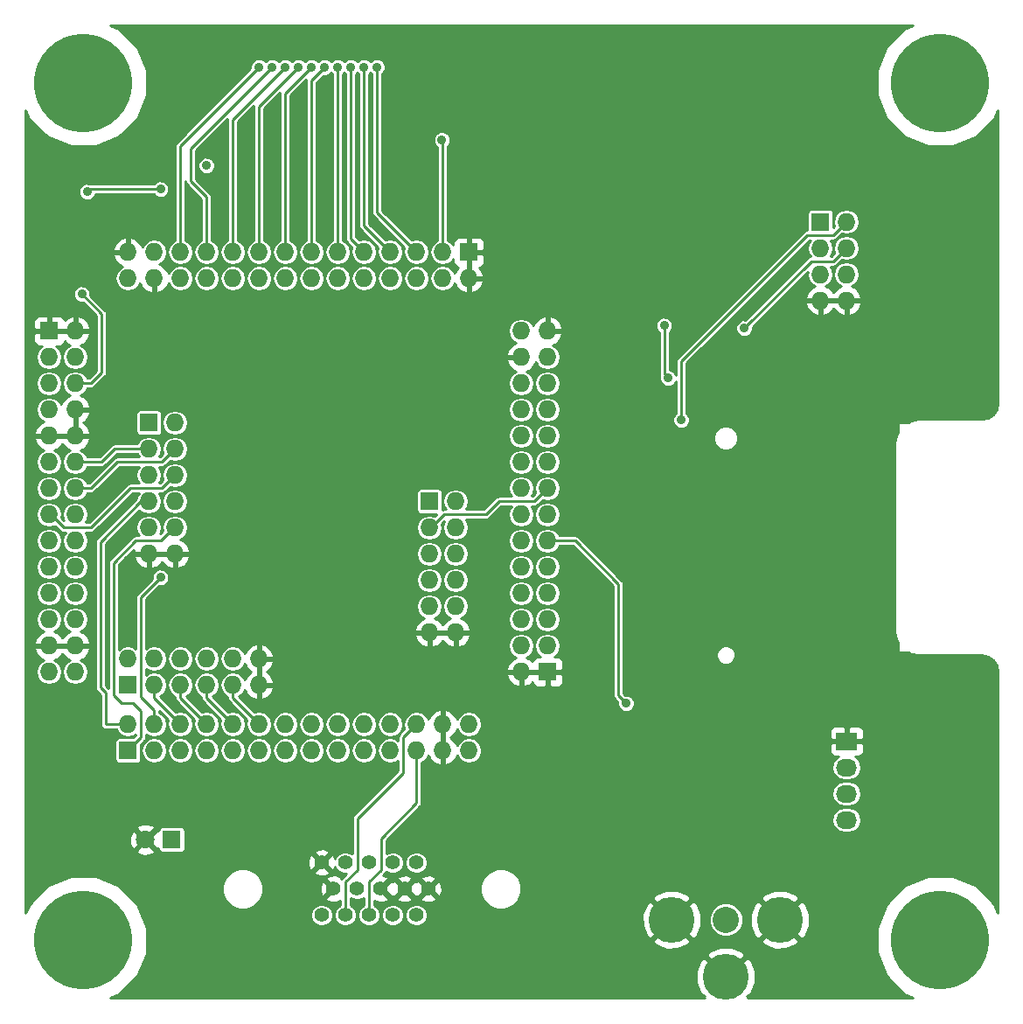
<source format=gbr>
G04 #@! TF.FileFunction,Copper,L2,Bot,Signal*
%FSLAX46Y46*%
G04 Gerber Fmt 4.6, Leading zero omitted, Abs format (unit mm)*
G04 Created by KiCad (PCBNEW 4.0.1-stable) date 2/4/2017 9:37:34 PM*
%MOMM*%
G01*
G04 APERTURE LIST*
%ADD10C,0.150000*%
%ADD11C,9.525000*%
%ADD12R,1.727200X1.727200*%
%ADD13O,1.727200X1.727200*%
%ADD14C,4.445000*%
%ADD15C,2.540000*%
%ADD16R,2.032000X1.727200*%
%ADD17O,2.032000X1.727200*%
%ADD18C,1.397000*%
%ADD19R,1.800000X1.800000*%
%ADD20C,1.800000*%
%ADD21C,0.889000*%
%ADD22C,0.254000*%
G04 APERTURE END LIST*
D10*
D11*
X99000000Y-16000000D03*
X99000000Y-99000000D03*
D12*
X20320000Y-80645000D03*
D13*
X20320000Y-78105000D03*
X22860000Y-80645000D03*
X22860000Y-78105000D03*
X25400000Y-80645000D03*
X25400000Y-78105000D03*
X27940000Y-80645000D03*
X27940000Y-78105000D03*
X30480000Y-80645000D03*
X30480000Y-78105000D03*
X33020000Y-80645000D03*
X33020000Y-78105000D03*
X35560000Y-80645000D03*
X35560000Y-78105000D03*
X38100000Y-80645000D03*
X38100000Y-78105000D03*
X40640000Y-80645000D03*
X40640000Y-78105000D03*
X43180000Y-80645000D03*
X43180000Y-78105000D03*
X45720000Y-80645000D03*
X45720000Y-78105000D03*
X48260000Y-80645000D03*
X48260000Y-78105000D03*
X50800000Y-80645000D03*
X50800000Y-78105000D03*
X53340000Y-80645000D03*
X53340000Y-78105000D03*
D12*
X60960000Y-73025000D03*
D13*
X58420000Y-73025000D03*
X60960000Y-70485000D03*
X58420000Y-70485000D03*
X60960000Y-67945000D03*
X58420000Y-67945000D03*
X60960000Y-65405000D03*
X58420000Y-65405000D03*
X60960000Y-62865000D03*
X58420000Y-62865000D03*
X60960000Y-60325000D03*
X58420000Y-60325000D03*
X60960000Y-57785000D03*
X58420000Y-57785000D03*
X60960000Y-55245000D03*
X58420000Y-55245000D03*
X60960000Y-52705000D03*
X58420000Y-52705000D03*
X60960000Y-50165000D03*
X58420000Y-50165000D03*
X60960000Y-47625000D03*
X58420000Y-47625000D03*
X60960000Y-45085000D03*
X58420000Y-45085000D03*
X60960000Y-42545000D03*
X58420000Y-42545000D03*
X60960000Y-40005000D03*
X58420000Y-40005000D03*
D12*
X53340000Y-32385000D03*
D13*
X53340000Y-34925000D03*
X50800000Y-32385000D03*
X50800000Y-34925000D03*
X48260000Y-32385000D03*
X48260000Y-34925000D03*
X45720000Y-32385000D03*
X45720000Y-34925000D03*
X43180000Y-32385000D03*
X43180000Y-34925000D03*
X40640000Y-32385000D03*
X40640000Y-34925000D03*
X38100000Y-32385000D03*
X38100000Y-34925000D03*
X35560000Y-32385000D03*
X35560000Y-34925000D03*
X33020000Y-32385000D03*
X33020000Y-34925000D03*
X30480000Y-32385000D03*
X30480000Y-34925000D03*
X27940000Y-32385000D03*
X27940000Y-34925000D03*
X25400000Y-32385000D03*
X25400000Y-34925000D03*
X22860000Y-32385000D03*
X22860000Y-34925000D03*
X20320000Y-32385000D03*
X20320000Y-34925000D03*
D12*
X12700000Y-40005000D03*
D13*
X15240000Y-40005000D03*
X12700000Y-42545000D03*
X15240000Y-42545000D03*
X12700000Y-45085000D03*
X15240000Y-45085000D03*
X12700000Y-47625000D03*
X15240000Y-47625000D03*
X12700000Y-50165000D03*
X15240000Y-50165000D03*
X12700000Y-52705000D03*
X15240000Y-52705000D03*
X12700000Y-55245000D03*
X15240000Y-55245000D03*
X12700000Y-57785000D03*
X15240000Y-57785000D03*
X12700000Y-60325000D03*
X15240000Y-60325000D03*
X12700000Y-62865000D03*
X15240000Y-62865000D03*
X12700000Y-65405000D03*
X15240000Y-65405000D03*
X12700000Y-67945000D03*
X15240000Y-67945000D03*
X12700000Y-70485000D03*
X15240000Y-70485000D03*
X12700000Y-73025000D03*
X15240000Y-73025000D03*
D14*
X78232000Y-102539800D03*
X83477100Y-97028000D03*
X72986900Y-97028000D03*
D15*
X78232000Y-97028000D03*
D12*
X20320000Y-74295000D03*
D13*
X20320000Y-71755000D03*
X22860000Y-74295000D03*
X22860000Y-71755000D03*
X25400000Y-74295000D03*
X25400000Y-71755000D03*
X27940000Y-74295000D03*
X27940000Y-71755000D03*
X30480000Y-74295000D03*
X30480000Y-71755000D03*
X33020000Y-74295000D03*
X33020000Y-71755000D03*
D16*
X89916000Y-79756000D03*
D17*
X89916000Y-82296000D03*
X89916000Y-84836000D03*
X89916000Y-87376000D03*
D12*
X87376000Y-29464000D03*
D13*
X89916000Y-29464000D03*
X87376000Y-32004000D03*
X89916000Y-32004000D03*
X87376000Y-34544000D03*
X89916000Y-34544000D03*
X87376000Y-37084000D03*
X89916000Y-37084000D03*
D11*
X16000000Y-99000000D03*
D12*
X22352000Y-48895000D03*
D13*
X24892000Y-48895000D03*
X22352000Y-51435000D03*
X24892000Y-51435000D03*
X22352000Y-53975000D03*
X24892000Y-53975000D03*
X22352000Y-56515000D03*
X24892000Y-56515000D03*
X22352000Y-59055000D03*
X24892000Y-59055000D03*
X22352000Y-61595000D03*
X24892000Y-61595000D03*
D12*
X49530000Y-56515000D03*
D13*
X52070000Y-56515000D03*
X49530000Y-59055000D03*
X52070000Y-59055000D03*
X49530000Y-61595000D03*
X52070000Y-61595000D03*
X49530000Y-64135000D03*
X52070000Y-64135000D03*
X49530000Y-66675000D03*
X52070000Y-66675000D03*
X49530000Y-69215000D03*
X52070000Y-69215000D03*
D18*
X43675300Y-91493340D03*
X45961300Y-91493340D03*
X48252380Y-91493340D03*
X41381680Y-91493340D03*
X39093140Y-91493340D03*
X42527220Y-94033340D03*
X44815760Y-94033340D03*
X47106840Y-94033340D03*
X49397920Y-94033340D03*
X40236140Y-94033340D03*
X48252380Y-96573340D03*
X45961300Y-96573340D03*
X43672760Y-96570800D03*
X41381680Y-96573340D03*
X39093140Y-96573340D03*
D11*
X16000000Y-16000000D03*
D19*
X24574500Y-89281000D03*
D20*
X22034500Y-89281000D03*
D21*
X46609000Y-25654000D03*
X74041000Y-65532000D03*
X73660000Y-58039000D03*
X77216000Y-46990000D03*
X77343000Y-75184000D03*
X50736500Y-21526500D03*
X44450000Y-14478000D03*
X43180000Y-14478000D03*
X41910000Y-14478000D03*
X40640000Y-14478000D03*
X39370000Y-14478000D03*
X38100000Y-14478000D03*
X36830000Y-14478000D03*
X35560000Y-14478000D03*
X34290000Y-14478000D03*
X33020000Y-14478000D03*
X15875000Y-36449000D03*
X68580000Y-76073000D03*
X23495000Y-63881000D03*
X73914000Y-48641000D03*
X72263000Y-39497000D03*
X72644000Y-44577000D03*
X80010000Y-39751000D03*
X27940000Y-24003000D03*
X23495000Y-26289000D03*
X16383000Y-26543000D03*
D22*
X43672760Y-96570800D02*
X43672760Y-93360240D01*
X48260000Y-85725000D02*
X48260000Y-80645000D01*
X44831000Y-89154000D02*
X48260000Y-85725000D01*
X44831000Y-92202000D02*
X44831000Y-89154000D01*
X43672760Y-93360240D02*
X44831000Y-92202000D01*
X41381680Y-96573340D02*
X41381680Y-93365320D01*
X46990000Y-79375000D02*
X48260000Y-78105000D01*
X46990000Y-82804000D02*
X46990000Y-79375000D01*
X42545000Y-87249000D02*
X46990000Y-82804000D01*
X42545000Y-92202000D02*
X42545000Y-87249000D01*
X41381680Y-93365320D02*
X42545000Y-92202000D01*
X50800000Y-32385000D02*
X50800000Y-21590000D01*
X50800000Y-21590000D02*
X50736500Y-21526500D01*
X44450000Y-14478000D02*
X44450000Y-28575000D01*
X44450000Y-28575000D02*
X48260000Y-32385000D01*
X43180000Y-14478000D02*
X43180000Y-29845000D01*
X43180000Y-29845000D02*
X45720000Y-32385000D01*
X41910000Y-14478000D02*
X41910000Y-31115000D01*
X41910000Y-31115000D02*
X43180000Y-32385000D01*
X40640000Y-32385000D02*
X40640000Y-14478000D01*
X38100000Y-15748000D02*
X38100000Y-32385000D01*
X39370000Y-14478000D02*
X38100000Y-15748000D01*
X35560000Y-32385000D02*
X35560000Y-17018000D01*
X35560000Y-17018000D02*
X38100000Y-14478000D01*
X33020000Y-18288000D02*
X33020000Y-32385000D01*
X36830000Y-14478000D02*
X33020000Y-18288000D01*
X30480000Y-32385000D02*
X30480000Y-19558000D01*
X30480000Y-19558000D02*
X35560000Y-14478000D01*
X27940000Y-27051000D02*
X27940000Y-32385000D01*
X26416000Y-25527000D02*
X27940000Y-27051000D01*
X26416000Y-22352000D02*
X26416000Y-25527000D01*
X34290000Y-14478000D02*
X26416000Y-22352000D01*
X25400000Y-32385000D02*
X25400000Y-22098000D01*
X25400000Y-22098000D02*
X33020000Y-14478000D01*
X16764000Y-45085000D02*
X15240000Y-45085000D01*
X17780000Y-44069000D02*
X16764000Y-45085000D01*
X17780000Y-38354000D02*
X17780000Y-44069000D01*
X15875000Y-36449000D02*
X17780000Y-38354000D01*
X63627000Y-60325000D02*
X60960000Y-60325000D01*
X67818000Y-64516000D02*
X63627000Y-60325000D01*
X67818000Y-75311000D02*
X67818000Y-64516000D01*
X68580000Y-76073000D02*
X67818000Y-75311000D01*
X18923000Y-68453000D02*
X18923000Y-62484000D01*
X18923000Y-62484000D02*
X21082000Y-60325000D01*
X24892000Y-59055000D02*
X24765000Y-59055000D01*
X24765000Y-59055000D02*
X23495000Y-60325000D01*
X23495000Y-60325000D02*
X21082000Y-60325000D01*
X18923000Y-68453000D02*
X18923000Y-75311000D01*
X18923000Y-75311000D02*
X19685000Y-76073000D01*
X19685000Y-76073000D02*
X20828000Y-76073000D01*
X20828000Y-76073000D02*
X21590000Y-76835000D01*
X21590000Y-76835000D02*
X21590000Y-79375000D01*
X21590000Y-79375000D02*
X20320000Y-80645000D01*
X20320000Y-78105000D02*
X18161000Y-78105000D01*
X17653000Y-60452000D02*
X21590000Y-56515000D01*
X17653000Y-74549000D02*
X17653000Y-60452000D01*
X18161000Y-75057000D02*
X17653000Y-74549000D01*
X18161000Y-78105000D02*
X18161000Y-75057000D01*
X21590000Y-56515000D02*
X22352000Y-56515000D01*
X22860000Y-78105000D02*
X22860000Y-76708000D01*
X21590000Y-65786000D02*
X23495000Y-63881000D01*
X21590000Y-75438000D02*
X21590000Y-65786000D01*
X22860000Y-76708000D02*
X21590000Y-75438000D01*
X22860000Y-74295000D02*
X22860000Y-75565000D01*
X22860000Y-75565000D02*
X25400000Y-78105000D01*
X25400000Y-74295000D02*
X25400000Y-75565000D01*
X25400000Y-75565000D02*
X27940000Y-78105000D01*
X88519000Y-30734000D02*
X86106000Y-30734000D01*
X86106000Y-30734000D02*
X73914000Y-42926000D01*
X73914000Y-48641000D02*
X73914000Y-42926000D01*
X88519000Y-30734000D02*
X88646000Y-30734000D01*
X88646000Y-30734000D02*
X89916000Y-29464000D01*
X89916000Y-29464000D02*
X89916000Y-29591000D01*
X72644000Y-44577000D02*
X72263000Y-44196000D01*
X72263000Y-44196000D02*
X72263000Y-39497000D01*
X86487000Y-33274000D02*
X88646000Y-33274000D01*
X80010000Y-39751000D02*
X86487000Y-33274000D01*
X88646000Y-33274000D02*
X89916000Y-32004000D01*
X88646000Y-33274000D02*
X89916000Y-32004000D01*
X27940000Y-74295000D02*
X27940000Y-75565000D01*
X27940000Y-75565000D02*
X30480000Y-78105000D01*
X15240000Y-52705000D02*
X17780000Y-52705000D01*
X19050000Y-51435000D02*
X22352000Y-51435000D01*
X17780000Y-52705000D02*
X19050000Y-51435000D01*
X16637000Y-26289000D02*
X23495000Y-26289000D01*
X16383000Y-26543000D02*
X16637000Y-26289000D01*
X12700000Y-55245000D02*
X12827000Y-55245000D01*
X15240000Y-55245000D02*
X16764000Y-55245000D01*
X23622000Y-52705000D02*
X24892000Y-51435000D01*
X19304000Y-52705000D02*
X23622000Y-52705000D01*
X16764000Y-55245000D02*
X19304000Y-52705000D01*
X12700000Y-57785000D02*
X12827000Y-57785000D01*
X12827000Y-57785000D02*
X14097000Y-59055000D01*
X14097000Y-59055000D02*
X16764000Y-59055000D01*
X16764000Y-59055000D02*
X20574000Y-55245000D01*
X20574000Y-55245000D02*
X23622000Y-55245000D01*
X23622000Y-55245000D02*
X24892000Y-53975000D01*
X30480000Y-74295000D02*
X30480000Y-75565000D01*
X30480000Y-75565000D02*
X33020000Y-78105000D01*
X49530000Y-59055000D02*
X49657000Y-59055000D01*
X49657000Y-59055000D02*
X50927000Y-57785000D01*
X50927000Y-57785000D02*
X54991000Y-57785000D01*
X54991000Y-57785000D02*
X56261000Y-56515000D01*
X56261000Y-56515000D02*
X59690000Y-56515000D01*
X59690000Y-56515000D02*
X60960000Y-55245000D01*
G36*
X95515482Y-10775185D02*
X93781275Y-12506368D01*
X92841571Y-14769425D01*
X92839433Y-17219825D01*
X93775185Y-19484518D01*
X95506368Y-21218725D01*
X97769425Y-22158429D01*
X100219825Y-22160567D01*
X102484518Y-21224815D01*
X104218725Y-19493632D01*
X104569000Y-18650077D01*
X104569000Y-46957548D01*
X104441766Y-47597198D01*
X104103479Y-48103481D01*
X103597197Y-48441767D01*
X102957552Y-48569000D01*
X97000000Y-48569000D01*
X96958364Y-48577282D01*
X96915916Y-48577282D01*
X96150554Y-48729522D01*
X95995182Y-48793878D01*
X95876767Y-48873000D01*
X95000000Y-48873000D01*
X94950590Y-48883006D01*
X94908965Y-48911447D01*
X94881685Y-48953841D01*
X94873000Y-49000000D01*
X94873000Y-49876766D01*
X94793877Y-49995182D01*
X94773300Y-50044860D01*
X94729522Y-50150549D01*
X94577282Y-50915916D01*
X94577282Y-50958364D01*
X94569000Y-51000000D01*
X94569000Y-69000000D01*
X94577282Y-69041636D01*
X94577282Y-69084084D01*
X94729522Y-69849450D01*
X94793877Y-70004818D01*
X94873000Y-70123234D01*
X94873000Y-71000000D01*
X94883006Y-71049410D01*
X94911447Y-71091035D01*
X94953841Y-71118315D01*
X95000000Y-71127000D01*
X95876767Y-71127000D01*
X95995182Y-71206122D01*
X96150550Y-71270478D01*
X96150554Y-71270478D01*
X96915916Y-71422718D01*
X96958364Y-71422718D01*
X97000000Y-71431000D01*
X102957552Y-71431000D01*
X103597197Y-71558233D01*
X104103479Y-71896519D01*
X104441766Y-72402802D01*
X104569000Y-73042452D01*
X104569000Y-96348473D01*
X104224815Y-95515482D01*
X102493632Y-93781275D01*
X100230575Y-92841571D01*
X97780175Y-92839433D01*
X95515482Y-93775185D01*
X93781275Y-95506368D01*
X92841571Y-97769425D01*
X92839433Y-100219825D01*
X93775185Y-102484518D01*
X95506368Y-104218725D01*
X96349923Y-104569000D01*
X80319568Y-104569000D01*
X80380188Y-104508380D01*
X80267623Y-104395815D01*
X80661465Y-104147929D01*
X81091937Y-103095802D01*
X81087009Y-101959028D01*
X80661465Y-100931671D01*
X80267621Y-100683784D01*
X78411605Y-102539800D01*
X78425748Y-102553943D01*
X78246143Y-102733548D01*
X78232000Y-102719405D01*
X78217858Y-102733548D01*
X78038253Y-102553943D01*
X78052395Y-102539800D01*
X76196379Y-100683784D01*
X75802535Y-100931671D01*
X75372063Y-101983798D01*
X75376991Y-103120572D01*
X75802535Y-104147929D01*
X76196377Y-104395815D01*
X76083812Y-104508380D01*
X76144432Y-104569000D01*
X18651527Y-104569000D01*
X19484518Y-104224815D01*
X21218725Y-102493632D01*
X22044818Y-100504179D01*
X76375984Y-100504179D01*
X78232000Y-102360195D01*
X80088016Y-100504179D01*
X79840129Y-100110335D01*
X78788002Y-99679863D01*
X77651228Y-99684791D01*
X76623871Y-100110335D01*
X76375984Y-100504179D01*
X22044818Y-100504179D01*
X22158429Y-100230575D01*
X22159447Y-99063621D01*
X71130884Y-99063621D01*
X71378771Y-99457465D01*
X72430898Y-99887937D01*
X73567672Y-99883009D01*
X74595029Y-99457465D01*
X74842916Y-99063621D01*
X81621084Y-99063621D01*
X81868971Y-99457465D01*
X82921098Y-99887937D01*
X84057872Y-99883009D01*
X85085229Y-99457465D01*
X85333116Y-99063621D01*
X83477100Y-97207605D01*
X81621084Y-99063621D01*
X74842916Y-99063621D01*
X72986900Y-97207605D01*
X71130884Y-99063621D01*
X22159447Y-99063621D01*
X22160567Y-97780175D01*
X21750247Y-96787124D01*
X38013453Y-96787124D01*
X38177451Y-97184029D01*
X38480854Y-97487962D01*
X38877472Y-97652653D01*
X39306924Y-97653027D01*
X39703829Y-97489029D01*
X40007762Y-97185626D01*
X40172453Y-96789008D01*
X40172827Y-96359556D01*
X40008829Y-95962651D01*
X39705426Y-95658718D01*
X39308808Y-95494027D01*
X38879356Y-95493653D01*
X38482451Y-95657651D01*
X38178518Y-95961054D01*
X38013827Y-96357672D01*
X38013453Y-96787124D01*
X21750247Y-96787124D01*
X21224815Y-95515482D01*
X20136890Y-94425656D01*
X29466397Y-94425656D01*
X29767351Y-95154020D01*
X30324129Y-95711771D01*
X31051966Y-96013995D01*
X31840056Y-96014683D01*
X32568420Y-95713729D01*
X33126171Y-95156951D01*
X33428395Y-94429114D01*
X33428908Y-93840820D01*
X38890213Y-93840820D01*
X38918992Y-94370539D01*
X39066340Y-94726269D01*
X39301952Y-94787923D01*
X40056535Y-94033340D01*
X39301952Y-93278757D01*
X39066340Y-93340411D01*
X38890213Y-93840820D01*
X33428908Y-93840820D01*
X33429083Y-93641024D01*
X33128129Y-92912660D01*
X32643844Y-92427528D01*
X38338557Y-92427528D01*
X38400211Y-92663140D01*
X38900620Y-92839267D01*
X39430339Y-92810488D01*
X39786069Y-92663140D01*
X39847723Y-92427528D01*
X39093140Y-91672945D01*
X38338557Y-92427528D01*
X32643844Y-92427528D01*
X32571351Y-92354909D01*
X31843514Y-92052685D01*
X31055424Y-92051997D01*
X30327060Y-92352951D01*
X29769309Y-92909729D01*
X29467085Y-93637566D01*
X29466397Y-94425656D01*
X20136890Y-94425656D01*
X19493632Y-93781275D01*
X17230575Y-92841571D01*
X14780175Y-92839433D01*
X12515482Y-93775185D01*
X10781275Y-95506368D01*
X10431000Y-96349923D01*
X10431000Y-91300820D01*
X37747213Y-91300820D01*
X37775992Y-91830539D01*
X37923340Y-92186269D01*
X38158952Y-92247923D01*
X38913535Y-91493340D01*
X39272745Y-91493340D01*
X40027328Y-92247923D01*
X40262940Y-92186269D01*
X40371973Y-91876487D01*
X40465991Y-92104029D01*
X40769394Y-92407962D01*
X41166012Y-92572653D01*
X41455675Y-92572905D01*
X41022470Y-93006110D01*
X40982162Y-93066435D01*
X40929069Y-92863540D01*
X40428660Y-92687413D01*
X39898941Y-92716192D01*
X39543211Y-92863540D01*
X39481557Y-93099152D01*
X40236140Y-93853735D01*
X40250283Y-93839593D01*
X40429888Y-94019198D01*
X40415745Y-94033340D01*
X40429888Y-94047483D01*
X40250283Y-94227088D01*
X40236140Y-94212945D01*
X39481557Y-94967528D01*
X39543211Y-95203140D01*
X40043620Y-95379267D01*
X40573339Y-95350488D01*
X40873680Y-95226083D01*
X40873680Y-95615221D01*
X40770991Y-95657651D01*
X40467058Y-95961054D01*
X40302367Y-96357672D01*
X40301993Y-96787124D01*
X40465991Y-97184029D01*
X40769394Y-97487962D01*
X41166012Y-97652653D01*
X41595464Y-97653027D01*
X41992369Y-97489029D01*
X42296302Y-97185626D01*
X42460993Y-96789008D01*
X42461367Y-96359556D01*
X42297369Y-95962651D01*
X41993966Y-95658718D01*
X41889680Y-95615414D01*
X41889680Y-94922664D01*
X41914934Y-94947962D01*
X42311552Y-95112653D01*
X42741004Y-95113027D01*
X43137909Y-94949029D01*
X43164760Y-94922225D01*
X43164760Y-95612681D01*
X43062071Y-95655111D01*
X42758138Y-95958514D01*
X42593447Y-96355132D01*
X42593073Y-96784584D01*
X42757071Y-97181489D01*
X43060474Y-97485422D01*
X43457092Y-97650113D01*
X43886544Y-97650487D01*
X44283449Y-97486489D01*
X44587382Y-97183086D01*
X44751800Y-96787124D01*
X44881613Y-96787124D01*
X45045611Y-97184029D01*
X45349014Y-97487962D01*
X45745632Y-97652653D01*
X46175084Y-97653027D01*
X46571989Y-97489029D01*
X46875922Y-97185626D01*
X47040613Y-96789008D01*
X47040614Y-96787124D01*
X47172693Y-96787124D01*
X47336691Y-97184029D01*
X47640094Y-97487962D01*
X48036712Y-97652653D01*
X48466164Y-97653027D01*
X48863069Y-97489029D01*
X49167002Y-97185626D01*
X49331693Y-96789008D01*
X49331969Y-96471998D01*
X70126963Y-96471998D01*
X70131891Y-97608772D01*
X70557435Y-98636129D01*
X70951279Y-98884016D01*
X72807295Y-97028000D01*
X73166505Y-97028000D01*
X75022521Y-98884016D01*
X75416365Y-98636129D01*
X75846837Y-97584002D01*
X75845845Y-97354963D01*
X76580714Y-97354963D01*
X76831534Y-97961995D01*
X77295563Y-98426834D01*
X77902155Y-98678713D01*
X78558963Y-98679286D01*
X79165995Y-98428466D01*
X79630834Y-97964437D01*
X79882713Y-97357845D01*
X79883286Y-96701037D01*
X79788650Y-96471998D01*
X80617163Y-96471998D01*
X80622091Y-97608772D01*
X81047635Y-98636129D01*
X81441479Y-98884016D01*
X83297495Y-97028000D01*
X83656705Y-97028000D01*
X85512721Y-98884016D01*
X85906565Y-98636129D01*
X86337037Y-97584002D01*
X86332109Y-96447228D01*
X85906565Y-95419871D01*
X85512721Y-95171984D01*
X83656705Y-97028000D01*
X83297495Y-97028000D01*
X81441479Y-95171984D01*
X81047635Y-95419871D01*
X80617163Y-96471998D01*
X79788650Y-96471998D01*
X79632466Y-96094005D01*
X79168437Y-95629166D01*
X78561845Y-95377287D01*
X77905037Y-95376714D01*
X77298005Y-95627534D01*
X76833166Y-96091563D01*
X76581287Y-96698155D01*
X76580714Y-97354963D01*
X75845845Y-97354963D01*
X75841909Y-96447228D01*
X75416365Y-95419871D01*
X75022521Y-95171984D01*
X73166505Y-97028000D01*
X72807295Y-97028000D01*
X70951279Y-95171984D01*
X70557435Y-95419871D01*
X70126963Y-96471998D01*
X49331969Y-96471998D01*
X49332067Y-96359556D01*
X49168069Y-95962651D01*
X48864666Y-95658718D01*
X48468048Y-95494027D01*
X48038596Y-95493653D01*
X47641691Y-95657651D01*
X47337758Y-95961054D01*
X47173067Y-96357672D01*
X47172693Y-96787124D01*
X47040614Y-96787124D01*
X47040987Y-96359556D01*
X46876989Y-95962651D01*
X46573586Y-95658718D01*
X46176968Y-95494027D01*
X45747516Y-95493653D01*
X45350611Y-95657651D01*
X45046678Y-95961054D01*
X44881987Y-96357672D01*
X44881613Y-96787124D01*
X44751800Y-96787124D01*
X44752073Y-96786468D01*
X44752447Y-96357016D01*
X44588449Y-95960111D01*
X44285046Y-95656178D01*
X44180760Y-95612874D01*
X44180760Y-95223529D01*
X44623240Y-95379267D01*
X45152959Y-95350488D01*
X45508689Y-95203140D01*
X45570343Y-94967528D01*
X46352257Y-94967528D01*
X46413911Y-95203140D01*
X46914320Y-95379267D01*
X47444039Y-95350488D01*
X47799769Y-95203140D01*
X47861423Y-94967528D01*
X48643337Y-94967528D01*
X48704991Y-95203140D01*
X49205400Y-95379267D01*
X49735119Y-95350488D01*
X50090849Y-95203140D01*
X50152503Y-94967528D01*
X49397920Y-94212945D01*
X48643337Y-94967528D01*
X47861423Y-94967528D01*
X47106840Y-94212945D01*
X46352257Y-94967528D01*
X45570343Y-94967528D01*
X44815760Y-94212945D01*
X44801618Y-94227088D01*
X44622013Y-94047483D01*
X44636155Y-94033340D01*
X44995365Y-94033340D01*
X45749948Y-94787923D01*
X45961300Y-94732617D01*
X46172652Y-94787923D01*
X46927235Y-94033340D01*
X47286445Y-94033340D01*
X48041028Y-94787923D01*
X48252380Y-94732617D01*
X48463732Y-94787923D01*
X49218315Y-94033340D01*
X49577525Y-94033340D01*
X50332108Y-94787923D01*
X50567720Y-94726269D01*
X50673525Y-94425656D01*
X54454917Y-94425656D01*
X54755871Y-95154020D01*
X55312649Y-95711771D01*
X56040486Y-96013995D01*
X56828576Y-96014683D01*
X57556940Y-95713729D01*
X58114691Y-95156951D01*
X58183027Y-94992379D01*
X71130884Y-94992379D01*
X72986900Y-96848395D01*
X74842916Y-94992379D01*
X81621084Y-94992379D01*
X83477100Y-96848395D01*
X85333116Y-94992379D01*
X85085229Y-94598535D01*
X84033102Y-94168063D01*
X82896328Y-94172991D01*
X81868971Y-94598535D01*
X81621084Y-94992379D01*
X74842916Y-94992379D01*
X74595029Y-94598535D01*
X73542902Y-94168063D01*
X72406128Y-94172991D01*
X71378771Y-94598535D01*
X71130884Y-94992379D01*
X58183027Y-94992379D01*
X58416915Y-94429114D01*
X58417603Y-93641024D01*
X58116649Y-92912660D01*
X57559871Y-92354909D01*
X56832034Y-92052685D01*
X56043944Y-92051997D01*
X55315580Y-92352951D01*
X54757829Y-92909729D01*
X54455605Y-93637566D01*
X54454917Y-94425656D01*
X50673525Y-94425656D01*
X50743847Y-94225860D01*
X50715068Y-93696141D01*
X50567720Y-93340411D01*
X50332108Y-93278757D01*
X49577525Y-94033340D01*
X49218315Y-94033340D01*
X48463732Y-93278757D01*
X48252380Y-93334063D01*
X48041028Y-93278757D01*
X47286445Y-94033340D01*
X46927235Y-94033340D01*
X46172652Y-93278757D01*
X45961300Y-93334063D01*
X45749948Y-93278757D01*
X44995365Y-94033340D01*
X44636155Y-94033340D01*
X44622013Y-94019198D01*
X44801618Y-93839593D01*
X44815760Y-93853735D01*
X45570343Y-93099152D01*
X46352257Y-93099152D01*
X47106840Y-93853735D01*
X47861423Y-93099152D01*
X48643337Y-93099152D01*
X49397920Y-93853735D01*
X50152503Y-93099152D01*
X50090849Y-92863540D01*
X49590440Y-92687413D01*
X49060721Y-92716192D01*
X48704991Y-92863540D01*
X48643337Y-93099152D01*
X47861423Y-93099152D01*
X47799769Y-92863540D01*
X47299360Y-92687413D01*
X46769641Y-92716192D01*
X46413911Y-92863540D01*
X46352257Y-93099152D01*
X45570343Y-93099152D01*
X45508689Y-92863540D01*
X45049499Y-92701921D01*
X45190210Y-92561210D01*
X45300331Y-92396403D01*
X45306503Y-92365376D01*
X45349014Y-92407962D01*
X45745632Y-92572653D01*
X46175084Y-92573027D01*
X46571989Y-92409029D01*
X46875922Y-92105626D01*
X47040613Y-91709008D01*
X47040614Y-91707124D01*
X47172693Y-91707124D01*
X47336691Y-92104029D01*
X47640094Y-92407962D01*
X48036712Y-92572653D01*
X48466164Y-92573027D01*
X48863069Y-92409029D01*
X49167002Y-92105626D01*
X49331693Y-91709008D01*
X49332067Y-91279556D01*
X49168069Y-90882651D01*
X48864666Y-90578718D01*
X48468048Y-90414027D01*
X48038596Y-90413653D01*
X47641691Y-90577651D01*
X47337758Y-90881054D01*
X47173067Y-91277672D01*
X47172693Y-91707124D01*
X47040614Y-91707124D01*
X47040987Y-91279556D01*
X46876989Y-90882651D01*
X46573586Y-90578718D01*
X46176968Y-90414027D01*
X45747516Y-90413653D01*
X45350611Y-90577651D01*
X45339000Y-90589242D01*
X45339000Y-89364420D01*
X47327420Y-87376000D01*
X88491631Y-87376000D01*
X88586371Y-87852288D01*
X88856166Y-88256065D01*
X89259943Y-88525860D01*
X89736231Y-88620600D01*
X90095769Y-88620600D01*
X90572057Y-88525860D01*
X90975834Y-88256065D01*
X91245629Y-87852288D01*
X91340369Y-87376000D01*
X91245629Y-86899712D01*
X90975834Y-86495935D01*
X90572057Y-86226140D01*
X90095769Y-86131400D01*
X89736231Y-86131400D01*
X89259943Y-86226140D01*
X88856166Y-86495935D01*
X88586371Y-86899712D01*
X88491631Y-87376000D01*
X47327420Y-87376000D01*
X48619210Y-86084210D01*
X48729331Y-85919404D01*
X48735746Y-85887150D01*
X48768000Y-85725000D01*
X48768000Y-84836000D01*
X88491631Y-84836000D01*
X88586371Y-85312288D01*
X88856166Y-85716065D01*
X89259943Y-85985860D01*
X89736231Y-86080600D01*
X90095769Y-86080600D01*
X90572057Y-85985860D01*
X90975834Y-85716065D01*
X91245629Y-85312288D01*
X91340369Y-84836000D01*
X91245629Y-84359712D01*
X90975834Y-83955935D01*
X90572057Y-83686140D01*
X90095769Y-83591400D01*
X89736231Y-83591400D01*
X89259943Y-83686140D01*
X88856166Y-83955935D01*
X88586371Y-84359712D01*
X88491631Y-84836000D01*
X48768000Y-84836000D01*
X48768000Y-81798054D01*
X49140065Y-81549448D01*
X49409860Y-81145671D01*
X49410324Y-81143338D01*
X49593179Y-81533490D01*
X50025053Y-81927688D01*
X50440974Y-82099958D01*
X50673000Y-81978817D01*
X50673000Y-80772000D01*
X50653000Y-80772000D01*
X50653000Y-80518000D01*
X50673000Y-80518000D01*
X50673000Y-78232000D01*
X50653000Y-78232000D01*
X50653000Y-77978000D01*
X50673000Y-77978000D01*
X50673000Y-76771183D01*
X50927000Y-76771183D01*
X50927000Y-77978000D01*
X50947000Y-77978000D01*
X50947000Y-78232000D01*
X50927000Y-78232000D01*
X50927000Y-80518000D01*
X50947000Y-80518000D01*
X50947000Y-80772000D01*
X50927000Y-80772000D01*
X50927000Y-81978817D01*
X51159026Y-82099958D01*
X51574947Y-81927688D01*
X52006821Y-81533490D01*
X52189676Y-81143338D01*
X52190140Y-81145671D01*
X52459935Y-81549448D01*
X52863712Y-81819243D01*
X53340000Y-81913983D01*
X53816288Y-81819243D01*
X54220065Y-81549448D01*
X54489860Y-81145671D01*
X54584600Y-80669383D01*
X54584600Y-80620617D01*
X54489860Y-80144329D01*
X54421319Y-80041750D01*
X88265000Y-80041750D01*
X88265000Y-80745910D01*
X88361673Y-80979299D01*
X88540302Y-81157927D01*
X88773691Y-81254600D01*
X89097621Y-81254600D01*
X88856166Y-81415935D01*
X88586371Y-81819712D01*
X88491631Y-82296000D01*
X88586371Y-82772288D01*
X88856166Y-83176065D01*
X89259943Y-83445860D01*
X89736231Y-83540600D01*
X90095769Y-83540600D01*
X90572057Y-83445860D01*
X90975834Y-83176065D01*
X91245629Y-82772288D01*
X91340369Y-82296000D01*
X91245629Y-81819712D01*
X90975834Y-81415935D01*
X90734379Y-81254600D01*
X91058309Y-81254600D01*
X91291698Y-81157927D01*
X91470327Y-80979299D01*
X91567000Y-80745910D01*
X91567000Y-80041750D01*
X91408250Y-79883000D01*
X90043000Y-79883000D01*
X90043000Y-79903000D01*
X89789000Y-79903000D01*
X89789000Y-79883000D01*
X88423750Y-79883000D01*
X88265000Y-80041750D01*
X54421319Y-80041750D01*
X54220065Y-79740552D01*
X53816288Y-79470757D01*
X53340000Y-79376017D01*
X52863712Y-79470757D01*
X52459935Y-79740552D01*
X52190140Y-80144329D01*
X52189676Y-80146662D01*
X52006821Y-79756510D01*
X51588848Y-79375000D01*
X52006821Y-78993490D01*
X52189676Y-78603338D01*
X52190140Y-78605671D01*
X52459935Y-79009448D01*
X52863712Y-79279243D01*
X53340000Y-79373983D01*
X53816288Y-79279243D01*
X54220065Y-79009448D01*
X54382671Y-78766090D01*
X88265000Y-78766090D01*
X88265000Y-79470250D01*
X88423750Y-79629000D01*
X89789000Y-79629000D01*
X89789000Y-78416150D01*
X90043000Y-78416150D01*
X90043000Y-79629000D01*
X91408250Y-79629000D01*
X91567000Y-79470250D01*
X91567000Y-78766090D01*
X91470327Y-78532701D01*
X91291698Y-78354073D01*
X91058309Y-78257400D01*
X90201750Y-78257400D01*
X90043000Y-78416150D01*
X89789000Y-78416150D01*
X89630250Y-78257400D01*
X88773691Y-78257400D01*
X88540302Y-78354073D01*
X88361673Y-78532701D01*
X88265000Y-78766090D01*
X54382671Y-78766090D01*
X54489860Y-78605671D01*
X54584600Y-78129383D01*
X54584600Y-78080617D01*
X54489860Y-77604329D01*
X54220065Y-77200552D01*
X53816288Y-76930757D01*
X53340000Y-76836017D01*
X52863712Y-76930757D01*
X52459935Y-77200552D01*
X52190140Y-77604329D01*
X52189676Y-77606662D01*
X52006821Y-77216510D01*
X51574947Y-76822312D01*
X51159026Y-76650042D01*
X50927000Y-76771183D01*
X50673000Y-76771183D01*
X50440974Y-76650042D01*
X50025053Y-76822312D01*
X49593179Y-77216510D01*
X49410324Y-77606662D01*
X49409860Y-77604329D01*
X49140065Y-77200552D01*
X48736288Y-76930757D01*
X48260000Y-76836017D01*
X47783712Y-76930757D01*
X47379935Y-77200552D01*
X47110140Y-77604329D01*
X47015400Y-78080617D01*
X47015400Y-78129383D01*
X47098654Y-78547926D01*
X46630790Y-79015790D01*
X46520669Y-79180597D01*
X46482000Y-79375000D01*
X46482000Y-79661664D01*
X46196288Y-79470757D01*
X45720000Y-79376017D01*
X45243712Y-79470757D01*
X44839935Y-79740552D01*
X44570140Y-80144329D01*
X44475400Y-80620617D01*
X44475400Y-80669383D01*
X44570140Y-81145671D01*
X44839935Y-81549448D01*
X45243712Y-81819243D01*
X45720000Y-81913983D01*
X46196288Y-81819243D01*
X46482000Y-81628336D01*
X46482000Y-82593580D01*
X42185790Y-86889790D01*
X42075669Y-87054597D01*
X42037000Y-87249000D01*
X42037000Y-90621827D01*
X41993966Y-90578718D01*
X41597348Y-90414027D01*
X41167896Y-90413653D01*
X40770991Y-90577651D01*
X40467058Y-90881054D01*
X40381595Y-91086870D01*
X40262940Y-90800411D01*
X40027328Y-90738757D01*
X39272745Y-91493340D01*
X38913535Y-91493340D01*
X38158952Y-90738757D01*
X37923340Y-90800411D01*
X37747213Y-91300820D01*
X10431000Y-91300820D01*
X10431000Y-90361159D01*
X21133946Y-90361159D01*
X21220352Y-90617643D01*
X21793836Y-90827458D01*
X22403960Y-90801839D01*
X22848648Y-90617643D01*
X22935054Y-90361159D01*
X22034500Y-89460605D01*
X21133946Y-90361159D01*
X10431000Y-90361159D01*
X10431000Y-89040336D01*
X20488042Y-89040336D01*
X20513661Y-89650460D01*
X20697857Y-90095148D01*
X20954341Y-90181554D01*
X21854895Y-89281000D01*
X22214105Y-89281000D01*
X23114659Y-90181554D01*
X23286036Y-90123819D01*
X23286036Y-90181000D01*
X23312603Y-90322190D01*
X23396046Y-90451865D01*
X23523366Y-90538859D01*
X23674500Y-90569464D01*
X25474500Y-90569464D01*
X25529302Y-90559152D01*
X38338557Y-90559152D01*
X39093140Y-91313735D01*
X39847723Y-90559152D01*
X39786069Y-90323540D01*
X39285660Y-90147413D01*
X38755941Y-90176192D01*
X38400211Y-90323540D01*
X38338557Y-90559152D01*
X25529302Y-90559152D01*
X25615690Y-90542897D01*
X25745365Y-90459454D01*
X25832359Y-90332134D01*
X25862964Y-90181000D01*
X25862964Y-88381000D01*
X25836397Y-88239810D01*
X25752954Y-88110135D01*
X25625634Y-88023141D01*
X25474500Y-87992536D01*
X23674500Y-87992536D01*
X23533310Y-88019103D01*
X23403635Y-88102546D01*
X23316641Y-88229866D01*
X23286036Y-88381000D01*
X23286036Y-88438181D01*
X23114659Y-88380446D01*
X22214105Y-89281000D01*
X21854895Y-89281000D01*
X20954341Y-88380446D01*
X20697857Y-88466852D01*
X20488042Y-89040336D01*
X10431000Y-89040336D01*
X10431000Y-88200841D01*
X21133946Y-88200841D01*
X22034500Y-89101395D01*
X22935054Y-88200841D01*
X22848648Y-87944357D01*
X22275164Y-87734542D01*
X21665040Y-87760161D01*
X21220352Y-87944357D01*
X21133946Y-88200841D01*
X10431000Y-88200841D01*
X10431000Y-70844026D01*
X11245042Y-70844026D01*
X11417312Y-71259947D01*
X11811510Y-71691821D01*
X12201662Y-71874676D01*
X12199329Y-71875140D01*
X11795552Y-72144935D01*
X11525757Y-72548712D01*
X11431017Y-73025000D01*
X11525757Y-73501288D01*
X11795552Y-73905065D01*
X12199329Y-74174860D01*
X12675617Y-74269600D01*
X12724383Y-74269600D01*
X13200671Y-74174860D01*
X13604448Y-73905065D01*
X13874243Y-73501288D01*
X13968983Y-73025000D01*
X13874243Y-72548712D01*
X13604448Y-72144935D01*
X13200671Y-71875140D01*
X13198338Y-71874676D01*
X13588490Y-71691821D01*
X13970000Y-71273848D01*
X14351510Y-71691821D01*
X14741662Y-71874676D01*
X14739329Y-71875140D01*
X14335552Y-72144935D01*
X14065757Y-72548712D01*
X13971017Y-73025000D01*
X14065757Y-73501288D01*
X14335552Y-73905065D01*
X14739329Y-74174860D01*
X15215617Y-74269600D01*
X15264383Y-74269600D01*
X15740671Y-74174860D01*
X16144448Y-73905065D01*
X16414243Y-73501288D01*
X16508983Y-73025000D01*
X16414243Y-72548712D01*
X16144448Y-72144935D01*
X15740671Y-71875140D01*
X15738338Y-71874676D01*
X16128490Y-71691821D01*
X16522688Y-71259947D01*
X16694958Y-70844026D01*
X16573817Y-70612000D01*
X15367000Y-70612000D01*
X15367000Y-70632000D01*
X15113000Y-70632000D01*
X15113000Y-70612000D01*
X12827000Y-70612000D01*
X12827000Y-70632000D01*
X12573000Y-70632000D01*
X12573000Y-70612000D01*
X11366183Y-70612000D01*
X11245042Y-70844026D01*
X10431000Y-70844026D01*
X10431000Y-70125974D01*
X11245042Y-70125974D01*
X11366183Y-70358000D01*
X12573000Y-70358000D01*
X12573000Y-70338000D01*
X12827000Y-70338000D01*
X12827000Y-70358000D01*
X15113000Y-70358000D01*
X15113000Y-70338000D01*
X15367000Y-70338000D01*
X15367000Y-70358000D01*
X16573817Y-70358000D01*
X16694958Y-70125974D01*
X16522688Y-69710053D01*
X16128490Y-69278179D01*
X15738338Y-69095324D01*
X15740671Y-69094860D01*
X16144448Y-68825065D01*
X16414243Y-68421288D01*
X16508983Y-67945000D01*
X16414243Y-67468712D01*
X16144448Y-67064935D01*
X15740671Y-66795140D01*
X15264383Y-66700400D01*
X15215617Y-66700400D01*
X14739329Y-66795140D01*
X14335552Y-67064935D01*
X14065757Y-67468712D01*
X13971017Y-67945000D01*
X14065757Y-68421288D01*
X14335552Y-68825065D01*
X14739329Y-69094860D01*
X14741662Y-69095324D01*
X14351510Y-69278179D01*
X13970000Y-69696152D01*
X13588490Y-69278179D01*
X13198338Y-69095324D01*
X13200671Y-69094860D01*
X13604448Y-68825065D01*
X13874243Y-68421288D01*
X13968983Y-67945000D01*
X13874243Y-67468712D01*
X13604448Y-67064935D01*
X13200671Y-66795140D01*
X12724383Y-66700400D01*
X12675617Y-66700400D01*
X12199329Y-66795140D01*
X11795552Y-67064935D01*
X11525757Y-67468712D01*
X11431017Y-67945000D01*
X11525757Y-68421288D01*
X11795552Y-68825065D01*
X12199329Y-69094860D01*
X12201662Y-69095324D01*
X11811510Y-69278179D01*
X11417312Y-69710053D01*
X11245042Y-70125974D01*
X10431000Y-70125974D01*
X10431000Y-65405000D01*
X11431017Y-65405000D01*
X11525757Y-65881288D01*
X11795552Y-66285065D01*
X12199329Y-66554860D01*
X12675617Y-66649600D01*
X12724383Y-66649600D01*
X13200671Y-66554860D01*
X13604448Y-66285065D01*
X13874243Y-65881288D01*
X13968983Y-65405000D01*
X13971017Y-65405000D01*
X14065757Y-65881288D01*
X14335552Y-66285065D01*
X14739329Y-66554860D01*
X15215617Y-66649600D01*
X15264383Y-66649600D01*
X15740671Y-66554860D01*
X16144448Y-66285065D01*
X16414243Y-65881288D01*
X16508983Y-65405000D01*
X16414243Y-64928712D01*
X16144448Y-64524935D01*
X15740671Y-64255140D01*
X15264383Y-64160400D01*
X15215617Y-64160400D01*
X14739329Y-64255140D01*
X14335552Y-64524935D01*
X14065757Y-64928712D01*
X13971017Y-65405000D01*
X13968983Y-65405000D01*
X13874243Y-64928712D01*
X13604448Y-64524935D01*
X13200671Y-64255140D01*
X12724383Y-64160400D01*
X12675617Y-64160400D01*
X12199329Y-64255140D01*
X11795552Y-64524935D01*
X11525757Y-64928712D01*
X11431017Y-65405000D01*
X10431000Y-65405000D01*
X10431000Y-62865000D01*
X11431017Y-62865000D01*
X11525757Y-63341288D01*
X11795552Y-63745065D01*
X12199329Y-64014860D01*
X12675617Y-64109600D01*
X12724383Y-64109600D01*
X13200671Y-64014860D01*
X13604448Y-63745065D01*
X13874243Y-63341288D01*
X13968983Y-62865000D01*
X13971017Y-62865000D01*
X14065757Y-63341288D01*
X14335552Y-63745065D01*
X14739329Y-64014860D01*
X15215617Y-64109600D01*
X15264383Y-64109600D01*
X15740671Y-64014860D01*
X16144448Y-63745065D01*
X16414243Y-63341288D01*
X16508983Y-62865000D01*
X16414243Y-62388712D01*
X16144448Y-61984935D01*
X15740671Y-61715140D01*
X15264383Y-61620400D01*
X15215617Y-61620400D01*
X14739329Y-61715140D01*
X14335552Y-61984935D01*
X14065757Y-62388712D01*
X13971017Y-62865000D01*
X13968983Y-62865000D01*
X13874243Y-62388712D01*
X13604448Y-61984935D01*
X13200671Y-61715140D01*
X12724383Y-61620400D01*
X12675617Y-61620400D01*
X12199329Y-61715140D01*
X11795552Y-61984935D01*
X11525757Y-62388712D01*
X11431017Y-62865000D01*
X10431000Y-62865000D01*
X10431000Y-60325000D01*
X11431017Y-60325000D01*
X11525757Y-60801288D01*
X11795552Y-61205065D01*
X12199329Y-61474860D01*
X12675617Y-61569600D01*
X12724383Y-61569600D01*
X13200671Y-61474860D01*
X13604448Y-61205065D01*
X13874243Y-60801288D01*
X13968983Y-60325000D01*
X13874243Y-59848712D01*
X13604448Y-59444935D01*
X13200671Y-59175140D01*
X12724383Y-59080400D01*
X12675617Y-59080400D01*
X12199329Y-59175140D01*
X11795552Y-59444935D01*
X11525757Y-59848712D01*
X11431017Y-60325000D01*
X10431000Y-60325000D01*
X10431000Y-55245000D01*
X11431017Y-55245000D01*
X11525757Y-55721288D01*
X11795552Y-56125065D01*
X12199329Y-56394860D01*
X12675617Y-56489600D01*
X12724383Y-56489600D01*
X13200671Y-56394860D01*
X13604448Y-56125065D01*
X13874243Y-55721288D01*
X13968983Y-55245000D01*
X13874243Y-54768712D01*
X13604448Y-54364935D01*
X13200671Y-54095140D01*
X12724383Y-54000400D01*
X12675617Y-54000400D01*
X12199329Y-54095140D01*
X11795552Y-54364935D01*
X11525757Y-54768712D01*
X11431017Y-55245000D01*
X10431000Y-55245000D01*
X10431000Y-50524026D01*
X11245042Y-50524026D01*
X11417312Y-50939947D01*
X11811510Y-51371821D01*
X12201662Y-51554676D01*
X12199329Y-51555140D01*
X11795552Y-51824935D01*
X11525757Y-52228712D01*
X11431017Y-52705000D01*
X11525757Y-53181288D01*
X11795552Y-53585065D01*
X12199329Y-53854860D01*
X12675617Y-53949600D01*
X12724383Y-53949600D01*
X13200671Y-53854860D01*
X13604448Y-53585065D01*
X13874243Y-53181288D01*
X13968983Y-52705000D01*
X13874243Y-52228712D01*
X13604448Y-51824935D01*
X13200671Y-51555140D01*
X13198338Y-51554676D01*
X13588490Y-51371821D01*
X13970000Y-50953848D01*
X14351510Y-51371821D01*
X14741662Y-51554676D01*
X14739329Y-51555140D01*
X14335552Y-51824935D01*
X14065757Y-52228712D01*
X13971017Y-52705000D01*
X14065757Y-53181288D01*
X14335552Y-53585065D01*
X14739329Y-53854860D01*
X15215617Y-53949600D01*
X15264383Y-53949600D01*
X15740671Y-53854860D01*
X16144448Y-53585065D01*
X16393054Y-53213000D01*
X17780000Y-53213000D01*
X17974403Y-53174331D01*
X18139210Y-53064210D01*
X19260420Y-51943000D01*
X21198946Y-51943000D01*
X21368664Y-52197000D01*
X19304000Y-52197000D01*
X19109597Y-52235669D01*
X19109595Y-52235670D01*
X19109596Y-52235670D01*
X18944789Y-52345790D01*
X16553580Y-54737000D01*
X16393054Y-54737000D01*
X16144448Y-54364935D01*
X15740671Y-54095140D01*
X15264383Y-54000400D01*
X15215617Y-54000400D01*
X14739329Y-54095140D01*
X14335552Y-54364935D01*
X14065757Y-54768712D01*
X13971017Y-55245000D01*
X14065757Y-55721288D01*
X14335552Y-56125065D01*
X14739329Y-56394860D01*
X15215617Y-56489600D01*
X15264383Y-56489600D01*
X15740671Y-56394860D01*
X16144448Y-56125065D01*
X16393054Y-55753000D01*
X16764000Y-55753000D01*
X16958403Y-55714331D01*
X17123210Y-55604210D01*
X19514421Y-53213000D01*
X21368664Y-53213000D01*
X21177757Y-53498712D01*
X21083017Y-53975000D01*
X21177757Y-54451288D01*
X21368664Y-54737000D01*
X20574000Y-54737000D01*
X20379597Y-54775669D01*
X20214790Y-54885790D01*
X16553580Y-58547000D01*
X16223336Y-58547000D01*
X16414243Y-58261288D01*
X16508983Y-57785000D01*
X16414243Y-57308712D01*
X16144448Y-56904935D01*
X15740671Y-56635140D01*
X15264383Y-56540400D01*
X15215617Y-56540400D01*
X14739329Y-56635140D01*
X14335552Y-56904935D01*
X14065757Y-57308712D01*
X13971017Y-57785000D01*
X14065757Y-58261288D01*
X14154457Y-58394037D01*
X13898709Y-58138289D01*
X13968983Y-57785000D01*
X13874243Y-57308712D01*
X13604448Y-56904935D01*
X13200671Y-56635140D01*
X12724383Y-56540400D01*
X12675617Y-56540400D01*
X12199329Y-56635140D01*
X11795552Y-56904935D01*
X11525757Y-57308712D01*
X11431017Y-57785000D01*
X11525757Y-58261288D01*
X11795552Y-58665065D01*
X12199329Y-58934860D01*
X12675617Y-59029600D01*
X12724383Y-59029600D01*
X13200671Y-58934860D01*
X13235301Y-58911721D01*
X13737790Y-59414210D01*
X13902596Y-59524331D01*
X13934850Y-59530746D01*
X14097000Y-59563000D01*
X14256664Y-59563000D01*
X14065757Y-59848712D01*
X13971017Y-60325000D01*
X14065757Y-60801288D01*
X14335552Y-61205065D01*
X14739329Y-61474860D01*
X15215617Y-61569600D01*
X15264383Y-61569600D01*
X15740671Y-61474860D01*
X16144448Y-61205065D01*
X16414243Y-60801288D01*
X16508983Y-60325000D01*
X16414243Y-59848712D01*
X16223336Y-59563000D01*
X16764000Y-59563000D01*
X16958403Y-59524331D01*
X17123210Y-59414210D01*
X20784420Y-55753000D01*
X21368664Y-55753000D01*
X21177757Y-56038712D01*
X21135518Y-56251062D01*
X17293790Y-60092790D01*
X17183669Y-60257597D01*
X17145000Y-60452000D01*
X17145000Y-74549000D01*
X17183669Y-74743403D01*
X17293790Y-74908210D01*
X17653000Y-75267421D01*
X17653000Y-78105000D01*
X17691669Y-78299403D01*
X17801790Y-78464210D01*
X17966597Y-78574331D01*
X18161000Y-78613000D01*
X19175037Y-78613000D01*
X19439935Y-79009448D01*
X19843712Y-79279243D01*
X20320000Y-79373983D01*
X20796288Y-79279243D01*
X21082000Y-79088336D01*
X21082000Y-79164580D01*
X20853644Y-79392936D01*
X19456400Y-79392936D01*
X19315210Y-79419503D01*
X19185535Y-79502946D01*
X19098541Y-79630266D01*
X19067936Y-79781400D01*
X19067936Y-81508600D01*
X19094503Y-81649790D01*
X19177946Y-81779465D01*
X19305266Y-81866459D01*
X19456400Y-81897064D01*
X21183600Y-81897064D01*
X21324790Y-81870497D01*
X21454465Y-81787054D01*
X21541459Y-81659734D01*
X21572064Y-81508600D01*
X21572064Y-80620617D01*
X21615400Y-80620617D01*
X21615400Y-80669383D01*
X21710140Y-81145671D01*
X21979935Y-81549448D01*
X22383712Y-81819243D01*
X22860000Y-81913983D01*
X23336288Y-81819243D01*
X23740065Y-81549448D01*
X24009860Y-81145671D01*
X24104600Y-80669383D01*
X24104600Y-80620617D01*
X24155400Y-80620617D01*
X24155400Y-80669383D01*
X24250140Y-81145671D01*
X24519935Y-81549448D01*
X24923712Y-81819243D01*
X25400000Y-81913983D01*
X25876288Y-81819243D01*
X26280065Y-81549448D01*
X26549860Y-81145671D01*
X26644600Y-80669383D01*
X26644600Y-80620617D01*
X26695400Y-80620617D01*
X26695400Y-80669383D01*
X26790140Y-81145671D01*
X27059935Y-81549448D01*
X27463712Y-81819243D01*
X27940000Y-81913983D01*
X28416288Y-81819243D01*
X28820065Y-81549448D01*
X29089860Y-81145671D01*
X29184600Y-80669383D01*
X29184600Y-80620617D01*
X29235400Y-80620617D01*
X29235400Y-80669383D01*
X29330140Y-81145671D01*
X29599935Y-81549448D01*
X30003712Y-81819243D01*
X30480000Y-81913983D01*
X30956288Y-81819243D01*
X31360065Y-81549448D01*
X31629860Y-81145671D01*
X31724600Y-80669383D01*
X31724600Y-80620617D01*
X31775400Y-80620617D01*
X31775400Y-80669383D01*
X31870140Y-81145671D01*
X32139935Y-81549448D01*
X32543712Y-81819243D01*
X33020000Y-81913983D01*
X33496288Y-81819243D01*
X33900065Y-81549448D01*
X34169860Y-81145671D01*
X34264600Y-80669383D01*
X34264600Y-80620617D01*
X34315400Y-80620617D01*
X34315400Y-80669383D01*
X34410140Y-81145671D01*
X34679935Y-81549448D01*
X35083712Y-81819243D01*
X35560000Y-81913983D01*
X36036288Y-81819243D01*
X36440065Y-81549448D01*
X36709860Y-81145671D01*
X36804600Y-80669383D01*
X36804600Y-80620617D01*
X36855400Y-80620617D01*
X36855400Y-80669383D01*
X36950140Y-81145671D01*
X37219935Y-81549448D01*
X37623712Y-81819243D01*
X38100000Y-81913983D01*
X38576288Y-81819243D01*
X38980065Y-81549448D01*
X39249860Y-81145671D01*
X39344600Y-80669383D01*
X39344600Y-80620617D01*
X39395400Y-80620617D01*
X39395400Y-80669383D01*
X39490140Y-81145671D01*
X39759935Y-81549448D01*
X40163712Y-81819243D01*
X40640000Y-81913983D01*
X41116288Y-81819243D01*
X41520065Y-81549448D01*
X41789860Y-81145671D01*
X41884600Y-80669383D01*
X41884600Y-80620617D01*
X41935400Y-80620617D01*
X41935400Y-80669383D01*
X42030140Y-81145671D01*
X42299935Y-81549448D01*
X42703712Y-81819243D01*
X43180000Y-81913983D01*
X43656288Y-81819243D01*
X44060065Y-81549448D01*
X44329860Y-81145671D01*
X44424600Y-80669383D01*
X44424600Y-80620617D01*
X44329860Y-80144329D01*
X44060065Y-79740552D01*
X43656288Y-79470757D01*
X43180000Y-79376017D01*
X42703712Y-79470757D01*
X42299935Y-79740552D01*
X42030140Y-80144329D01*
X41935400Y-80620617D01*
X41884600Y-80620617D01*
X41789860Y-80144329D01*
X41520065Y-79740552D01*
X41116288Y-79470757D01*
X40640000Y-79376017D01*
X40163712Y-79470757D01*
X39759935Y-79740552D01*
X39490140Y-80144329D01*
X39395400Y-80620617D01*
X39344600Y-80620617D01*
X39249860Y-80144329D01*
X38980065Y-79740552D01*
X38576288Y-79470757D01*
X38100000Y-79376017D01*
X37623712Y-79470757D01*
X37219935Y-79740552D01*
X36950140Y-80144329D01*
X36855400Y-80620617D01*
X36804600Y-80620617D01*
X36709860Y-80144329D01*
X36440065Y-79740552D01*
X36036288Y-79470757D01*
X35560000Y-79376017D01*
X35083712Y-79470757D01*
X34679935Y-79740552D01*
X34410140Y-80144329D01*
X34315400Y-80620617D01*
X34264600Y-80620617D01*
X34169860Y-80144329D01*
X33900065Y-79740552D01*
X33496288Y-79470757D01*
X33020000Y-79376017D01*
X32543712Y-79470757D01*
X32139935Y-79740552D01*
X31870140Y-80144329D01*
X31775400Y-80620617D01*
X31724600Y-80620617D01*
X31629860Y-80144329D01*
X31360065Y-79740552D01*
X30956288Y-79470757D01*
X30480000Y-79376017D01*
X30003712Y-79470757D01*
X29599935Y-79740552D01*
X29330140Y-80144329D01*
X29235400Y-80620617D01*
X29184600Y-80620617D01*
X29089860Y-80144329D01*
X28820065Y-79740552D01*
X28416288Y-79470757D01*
X27940000Y-79376017D01*
X27463712Y-79470757D01*
X27059935Y-79740552D01*
X26790140Y-80144329D01*
X26695400Y-80620617D01*
X26644600Y-80620617D01*
X26549860Y-80144329D01*
X26280065Y-79740552D01*
X25876288Y-79470757D01*
X25400000Y-79376017D01*
X24923712Y-79470757D01*
X24519935Y-79740552D01*
X24250140Y-80144329D01*
X24155400Y-80620617D01*
X24104600Y-80620617D01*
X24009860Y-80144329D01*
X23740065Y-79740552D01*
X23336288Y-79470757D01*
X22860000Y-79376017D01*
X22383712Y-79470757D01*
X21979935Y-79740552D01*
X21710140Y-80144329D01*
X21615400Y-80620617D01*
X21572064Y-80620617D01*
X21572064Y-80111356D01*
X21949210Y-79734210D01*
X22059331Y-79569404D01*
X22065746Y-79537150D01*
X22098000Y-79375000D01*
X22098000Y-79088336D01*
X22383712Y-79279243D01*
X22860000Y-79373983D01*
X23336288Y-79279243D01*
X23740065Y-79009448D01*
X24009860Y-78605671D01*
X24104600Y-78129383D01*
X24104600Y-78080617D01*
X24009860Y-77604329D01*
X23740065Y-77200552D01*
X23368000Y-76951946D01*
X23368000Y-76791420D01*
X24238654Y-77662074D01*
X24155400Y-78080617D01*
X24155400Y-78129383D01*
X24250140Y-78605671D01*
X24519935Y-79009448D01*
X24923712Y-79279243D01*
X25400000Y-79373983D01*
X25876288Y-79279243D01*
X26280065Y-79009448D01*
X26549860Y-78605671D01*
X26644600Y-78129383D01*
X26644600Y-78080617D01*
X26549860Y-77604329D01*
X26280065Y-77200552D01*
X25876288Y-76930757D01*
X25400000Y-76836017D01*
X24940782Y-76927362D01*
X23424033Y-75410613D01*
X23740065Y-75199448D01*
X24009860Y-74795671D01*
X24104600Y-74319383D01*
X24104600Y-74270617D01*
X24155400Y-74270617D01*
X24155400Y-74319383D01*
X24250140Y-74795671D01*
X24519935Y-75199448D01*
X24892000Y-75448054D01*
X24892000Y-75565000D01*
X24930669Y-75759403D01*
X25040790Y-75924210D01*
X26778654Y-77662074D01*
X26695400Y-78080617D01*
X26695400Y-78129383D01*
X26790140Y-78605671D01*
X27059935Y-79009448D01*
X27463712Y-79279243D01*
X27940000Y-79373983D01*
X28416288Y-79279243D01*
X28820065Y-79009448D01*
X29089860Y-78605671D01*
X29184600Y-78129383D01*
X29184600Y-78080617D01*
X29089860Y-77604329D01*
X28820065Y-77200552D01*
X28416288Y-76930757D01*
X27940000Y-76836017D01*
X27480782Y-76927362D01*
X25964033Y-75410613D01*
X26280065Y-75199448D01*
X26549860Y-74795671D01*
X26644600Y-74319383D01*
X26644600Y-74270617D01*
X26695400Y-74270617D01*
X26695400Y-74319383D01*
X26790140Y-74795671D01*
X27059935Y-75199448D01*
X27432000Y-75448054D01*
X27432000Y-75565000D01*
X27470669Y-75759403D01*
X27580790Y-75924210D01*
X29318654Y-77662074D01*
X29235400Y-78080617D01*
X29235400Y-78129383D01*
X29330140Y-78605671D01*
X29599935Y-79009448D01*
X30003712Y-79279243D01*
X30480000Y-79373983D01*
X30956288Y-79279243D01*
X31360065Y-79009448D01*
X31629860Y-78605671D01*
X31724600Y-78129383D01*
X31724600Y-78080617D01*
X31629860Y-77604329D01*
X31360065Y-77200552D01*
X30956288Y-76930757D01*
X30480000Y-76836017D01*
X30020782Y-76927362D01*
X28504033Y-75410613D01*
X28820065Y-75199448D01*
X29089860Y-74795671D01*
X29184600Y-74319383D01*
X29184600Y-74270617D01*
X29089860Y-73794329D01*
X28820065Y-73390552D01*
X28416288Y-73120757D01*
X27940000Y-73026017D01*
X27463712Y-73120757D01*
X27059935Y-73390552D01*
X26790140Y-73794329D01*
X26695400Y-74270617D01*
X26644600Y-74270617D01*
X26549860Y-73794329D01*
X26280065Y-73390552D01*
X25876288Y-73120757D01*
X25400000Y-73026017D01*
X24923712Y-73120757D01*
X24519935Y-73390552D01*
X24250140Y-73794329D01*
X24155400Y-74270617D01*
X24104600Y-74270617D01*
X24009860Y-73794329D01*
X23740065Y-73390552D01*
X23336288Y-73120757D01*
X22860000Y-73026017D01*
X22383712Y-73120757D01*
X22098000Y-73311664D01*
X22098000Y-72738336D01*
X22383712Y-72929243D01*
X22860000Y-73023983D01*
X23336288Y-72929243D01*
X23740065Y-72659448D01*
X24009860Y-72255671D01*
X24104600Y-71779383D01*
X24104600Y-71730617D01*
X24155400Y-71730617D01*
X24155400Y-71779383D01*
X24250140Y-72255671D01*
X24519935Y-72659448D01*
X24923712Y-72929243D01*
X25400000Y-73023983D01*
X25876288Y-72929243D01*
X26280065Y-72659448D01*
X26549860Y-72255671D01*
X26644600Y-71779383D01*
X26644600Y-71730617D01*
X26695400Y-71730617D01*
X26695400Y-71779383D01*
X26790140Y-72255671D01*
X27059935Y-72659448D01*
X27463712Y-72929243D01*
X27940000Y-73023983D01*
X28416288Y-72929243D01*
X28820065Y-72659448D01*
X29089860Y-72255671D01*
X29184600Y-71779383D01*
X29184600Y-71730617D01*
X29235400Y-71730617D01*
X29235400Y-71779383D01*
X29330140Y-72255671D01*
X29599935Y-72659448D01*
X30003712Y-72929243D01*
X30480000Y-73023983D01*
X30956288Y-72929243D01*
X31360065Y-72659448D01*
X31629860Y-72255671D01*
X31630324Y-72253338D01*
X31813179Y-72643490D01*
X32231152Y-73025000D01*
X31813179Y-73406510D01*
X31630324Y-73796662D01*
X31629860Y-73794329D01*
X31360065Y-73390552D01*
X30956288Y-73120757D01*
X30480000Y-73026017D01*
X30003712Y-73120757D01*
X29599935Y-73390552D01*
X29330140Y-73794329D01*
X29235400Y-74270617D01*
X29235400Y-74319383D01*
X29330140Y-74795671D01*
X29599935Y-75199448D01*
X29972000Y-75448054D01*
X29972000Y-75565000D01*
X30010669Y-75759403D01*
X30120790Y-75924210D01*
X31858654Y-77662074D01*
X31775400Y-78080617D01*
X31775400Y-78129383D01*
X31870140Y-78605671D01*
X32139935Y-79009448D01*
X32543712Y-79279243D01*
X33020000Y-79373983D01*
X33496288Y-79279243D01*
X33900065Y-79009448D01*
X34169860Y-78605671D01*
X34264600Y-78129383D01*
X34264600Y-78080617D01*
X34315400Y-78080617D01*
X34315400Y-78129383D01*
X34410140Y-78605671D01*
X34679935Y-79009448D01*
X35083712Y-79279243D01*
X35560000Y-79373983D01*
X36036288Y-79279243D01*
X36440065Y-79009448D01*
X36709860Y-78605671D01*
X36804600Y-78129383D01*
X36804600Y-78080617D01*
X36855400Y-78080617D01*
X36855400Y-78129383D01*
X36950140Y-78605671D01*
X37219935Y-79009448D01*
X37623712Y-79279243D01*
X38100000Y-79373983D01*
X38576288Y-79279243D01*
X38980065Y-79009448D01*
X39249860Y-78605671D01*
X39344600Y-78129383D01*
X39344600Y-78080617D01*
X39395400Y-78080617D01*
X39395400Y-78129383D01*
X39490140Y-78605671D01*
X39759935Y-79009448D01*
X40163712Y-79279243D01*
X40640000Y-79373983D01*
X41116288Y-79279243D01*
X41520065Y-79009448D01*
X41789860Y-78605671D01*
X41884600Y-78129383D01*
X41884600Y-78080617D01*
X41935400Y-78080617D01*
X41935400Y-78129383D01*
X42030140Y-78605671D01*
X42299935Y-79009448D01*
X42703712Y-79279243D01*
X43180000Y-79373983D01*
X43656288Y-79279243D01*
X44060065Y-79009448D01*
X44329860Y-78605671D01*
X44424600Y-78129383D01*
X44424600Y-78080617D01*
X44475400Y-78080617D01*
X44475400Y-78129383D01*
X44570140Y-78605671D01*
X44839935Y-79009448D01*
X45243712Y-79279243D01*
X45720000Y-79373983D01*
X46196288Y-79279243D01*
X46600065Y-79009448D01*
X46869860Y-78605671D01*
X46964600Y-78129383D01*
X46964600Y-78080617D01*
X46869860Y-77604329D01*
X46600065Y-77200552D01*
X46196288Y-76930757D01*
X45720000Y-76836017D01*
X45243712Y-76930757D01*
X44839935Y-77200552D01*
X44570140Y-77604329D01*
X44475400Y-78080617D01*
X44424600Y-78080617D01*
X44329860Y-77604329D01*
X44060065Y-77200552D01*
X43656288Y-76930757D01*
X43180000Y-76836017D01*
X42703712Y-76930757D01*
X42299935Y-77200552D01*
X42030140Y-77604329D01*
X41935400Y-78080617D01*
X41884600Y-78080617D01*
X41789860Y-77604329D01*
X41520065Y-77200552D01*
X41116288Y-76930757D01*
X40640000Y-76836017D01*
X40163712Y-76930757D01*
X39759935Y-77200552D01*
X39490140Y-77604329D01*
X39395400Y-78080617D01*
X39344600Y-78080617D01*
X39249860Y-77604329D01*
X38980065Y-77200552D01*
X38576288Y-76930757D01*
X38100000Y-76836017D01*
X37623712Y-76930757D01*
X37219935Y-77200552D01*
X36950140Y-77604329D01*
X36855400Y-78080617D01*
X36804600Y-78080617D01*
X36709860Y-77604329D01*
X36440065Y-77200552D01*
X36036288Y-76930757D01*
X35560000Y-76836017D01*
X35083712Y-76930757D01*
X34679935Y-77200552D01*
X34410140Y-77604329D01*
X34315400Y-78080617D01*
X34264600Y-78080617D01*
X34169860Y-77604329D01*
X33900065Y-77200552D01*
X33496288Y-76930757D01*
X33020000Y-76836017D01*
X32560782Y-76927362D01*
X31044033Y-75410613D01*
X31360065Y-75199448D01*
X31629860Y-74795671D01*
X31630324Y-74793338D01*
X31813179Y-75183490D01*
X32245053Y-75577688D01*
X32660974Y-75749958D01*
X32893000Y-75628817D01*
X32893000Y-74422000D01*
X33147000Y-74422000D01*
X33147000Y-75628817D01*
X33379026Y-75749958D01*
X33794947Y-75577688D01*
X34226821Y-75183490D01*
X34474968Y-74654027D01*
X34354469Y-74422000D01*
X33147000Y-74422000D01*
X32893000Y-74422000D01*
X32873000Y-74422000D01*
X32873000Y-74168000D01*
X32893000Y-74168000D01*
X32893000Y-71882000D01*
X33147000Y-71882000D01*
X33147000Y-74168000D01*
X34354469Y-74168000D01*
X34474968Y-73935973D01*
X34226821Y-73406510D01*
X34202189Y-73384026D01*
X56965042Y-73384026D01*
X57137312Y-73799947D01*
X57531510Y-74231821D01*
X58060973Y-74479968D01*
X58293000Y-74359469D01*
X58293000Y-73152000D01*
X58547000Y-73152000D01*
X58547000Y-74359469D01*
X58779027Y-74479968D01*
X59308490Y-74231821D01*
X59475471Y-74048881D01*
X59558073Y-74248299D01*
X59736702Y-74426927D01*
X59970091Y-74523600D01*
X60674250Y-74523600D01*
X60833000Y-74364850D01*
X60833000Y-73152000D01*
X61087000Y-73152000D01*
X61087000Y-74364850D01*
X61245750Y-74523600D01*
X61949909Y-74523600D01*
X62183298Y-74426927D01*
X62361927Y-74248299D01*
X62458600Y-74014910D01*
X62458600Y-73310750D01*
X62299850Y-73152000D01*
X61087000Y-73152000D01*
X60833000Y-73152000D01*
X58547000Y-73152000D01*
X58293000Y-73152000D01*
X57086183Y-73152000D01*
X56965042Y-73384026D01*
X34202189Y-73384026D01*
X33808848Y-73025000D01*
X34202188Y-72665974D01*
X56965042Y-72665974D01*
X57086183Y-72898000D01*
X58293000Y-72898000D01*
X58293000Y-72878000D01*
X58547000Y-72878000D01*
X58547000Y-72898000D01*
X60833000Y-72898000D01*
X60833000Y-72878000D01*
X61087000Y-72878000D01*
X61087000Y-72898000D01*
X62299850Y-72898000D01*
X62458600Y-72739250D01*
X62458600Y-72035090D01*
X62361927Y-71801701D01*
X62183298Y-71623073D01*
X61949909Y-71526400D01*
X61622993Y-71526400D01*
X61864448Y-71365065D01*
X62134243Y-70961288D01*
X62228983Y-70485000D01*
X62134243Y-70008712D01*
X61864448Y-69604935D01*
X61460671Y-69335140D01*
X60984383Y-69240400D01*
X60935617Y-69240400D01*
X60459329Y-69335140D01*
X60055552Y-69604935D01*
X59785757Y-70008712D01*
X59691017Y-70485000D01*
X59785757Y-70961288D01*
X60055552Y-71365065D01*
X60297007Y-71526400D01*
X59970091Y-71526400D01*
X59736702Y-71623073D01*
X59558073Y-71801701D01*
X59475471Y-72001119D01*
X59308490Y-71818179D01*
X58918338Y-71635324D01*
X58920671Y-71634860D01*
X59324448Y-71365065D01*
X59594243Y-70961288D01*
X59688983Y-70485000D01*
X59594243Y-70008712D01*
X59324448Y-69604935D01*
X58920671Y-69335140D01*
X58444383Y-69240400D01*
X58395617Y-69240400D01*
X57919329Y-69335140D01*
X57515552Y-69604935D01*
X57245757Y-70008712D01*
X57151017Y-70485000D01*
X57245757Y-70961288D01*
X57515552Y-71365065D01*
X57919329Y-71634860D01*
X57921662Y-71635324D01*
X57531510Y-71818179D01*
X57137312Y-72250053D01*
X56965042Y-72665974D01*
X34202188Y-72665974D01*
X34226821Y-72643490D01*
X34474968Y-72114027D01*
X34354469Y-71882000D01*
X33147000Y-71882000D01*
X32893000Y-71882000D01*
X32873000Y-71882000D01*
X32873000Y-71628000D01*
X32893000Y-71628000D01*
X32893000Y-70421183D01*
X33147000Y-70421183D01*
X33147000Y-71628000D01*
X34354469Y-71628000D01*
X34474968Y-71395973D01*
X34226821Y-70866510D01*
X33794947Y-70472312D01*
X33379026Y-70300042D01*
X33147000Y-70421183D01*
X32893000Y-70421183D01*
X32660974Y-70300042D01*
X32245053Y-70472312D01*
X31813179Y-70866510D01*
X31630324Y-71256662D01*
X31629860Y-71254329D01*
X31360065Y-70850552D01*
X30956288Y-70580757D01*
X30480000Y-70486017D01*
X30003712Y-70580757D01*
X29599935Y-70850552D01*
X29330140Y-71254329D01*
X29235400Y-71730617D01*
X29184600Y-71730617D01*
X29089860Y-71254329D01*
X28820065Y-70850552D01*
X28416288Y-70580757D01*
X27940000Y-70486017D01*
X27463712Y-70580757D01*
X27059935Y-70850552D01*
X26790140Y-71254329D01*
X26695400Y-71730617D01*
X26644600Y-71730617D01*
X26549860Y-71254329D01*
X26280065Y-70850552D01*
X25876288Y-70580757D01*
X25400000Y-70486017D01*
X24923712Y-70580757D01*
X24519935Y-70850552D01*
X24250140Y-71254329D01*
X24155400Y-71730617D01*
X24104600Y-71730617D01*
X24009860Y-71254329D01*
X23740065Y-70850552D01*
X23336288Y-70580757D01*
X22860000Y-70486017D01*
X22383712Y-70580757D01*
X22098000Y-70771664D01*
X22098000Y-69574026D01*
X48075042Y-69574026D01*
X48247312Y-69989947D01*
X48641510Y-70421821D01*
X49170973Y-70669968D01*
X49403000Y-70549469D01*
X49403000Y-69342000D01*
X49657000Y-69342000D01*
X49657000Y-70549469D01*
X49889027Y-70669968D01*
X50418490Y-70421821D01*
X50800000Y-70003848D01*
X51181510Y-70421821D01*
X51710973Y-70669968D01*
X51943000Y-70549469D01*
X51943000Y-69342000D01*
X52197000Y-69342000D01*
X52197000Y-70549469D01*
X52429027Y-70669968D01*
X52958490Y-70421821D01*
X53352688Y-69989947D01*
X53524958Y-69574026D01*
X53403817Y-69342000D01*
X52197000Y-69342000D01*
X51943000Y-69342000D01*
X49657000Y-69342000D01*
X49403000Y-69342000D01*
X48196183Y-69342000D01*
X48075042Y-69574026D01*
X22098000Y-69574026D01*
X22098000Y-68855974D01*
X48075042Y-68855974D01*
X48196183Y-69088000D01*
X49403000Y-69088000D01*
X49403000Y-69068000D01*
X49657000Y-69068000D01*
X49657000Y-69088000D01*
X51943000Y-69088000D01*
X51943000Y-69068000D01*
X52197000Y-69068000D01*
X52197000Y-69088000D01*
X53403817Y-69088000D01*
X53524958Y-68855974D01*
X53352688Y-68440053D01*
X52958490Y-68008179D01*
X52823687Y-67945000D01*
X57151017Y-67945000D01*
X57245757Y-68421288D01*
X57515552Y-68825065D01*
X57919329Y-69094860D01*
X58395617Y-69189600D01*
X58444383Y-69189600D01*
X58920671Y-69094860D01*
X59324448Y-68825065D01*
X59594243Y-68421288D01*
X59688983Y-67945000D01*
X59691017Y-67945000D01*
X59785757Y-68421288D01*
X60055552Y-68825065D01*
X60459329Y-69094860D01*
X60935617Y-69189600D01*
X60984383Y-69189600D01*
X61460671Y-69094860D01*
X61864448Y-68825065D01*
X62134243Y-68421288D01*
X62228983Y-67945000D01*
X62134243Y-67468712D01*
X61864448Y-67064935D01*
X61460671Y-66795140D01*
X60984383Y-66700400D01*
X60935617Y-66700400D01*
X60459329Y-66795140D01*
X60055552Y-67064935D01*
X59785757Y-67468712D01*
X59691017Y-67945000D01*
X59688983Y-67945000D01*
X59594243Y-67468712D01*
X59324448Y-67064935D01*
X58920671Y-66795140D01*
X58444383Y-66700400D01*
X58395617Y-66700400D01*
X57919329Y-66795140D01*
X57515552Y-67064935D01*
X57245757Y-67468712D01*
X57151017Y-67945000D01*
X52823687Y-67945000D01*
X52568338Y-67825324D01*
X52570671Y-67824860D01*
X52974448Y-67555065D01*
X53244243Y-67151288D01*
X53338983Y-66675000D01*
X53244243Y-66198712D01*
X52974448Y-65794935D01*
X52570671Y-65525140D01*
X52094383Y-65430400D01*
X52045617Y-65430400D01*
X51569329Y-65525140D01*
X51165552Y-65794935D01*
X50895757Y-66198712D01*
X50801017Y-66675000D01*
X50895757Y-67151288D01*
X51165552Y-67555065D01*
X51569329Y-67824860D01*
X51571662Y-67825324D01*
X51181510Y-68008179D01*
X50800000Y-68426152D01*
X50418490Y-68008179D01*
X50028338Y-67825324D01*
X50030671Y-67824860D01*
X50434448Y-67555065D01*
X50704243Y-67151288D01*
X50798983Y-66675000D01*
X50704243Y-66198712D01*
X50434448Y-65794935D01*
X50030671Y-65525140D01*
X49554383Y-65430400D01*
X49505617Y-65430400D01*
X49029329Y-65525140D01*
X48625552Y-65794935D01*
X48355757Y-66198712D01*
X48261017Y-66675000D01*
X48355757Y-67151288D01*
X48625552Y-67555065D01*
X49029329Y-67824860D01*
X49031662Y-67825324D01*
X48641510Y-68008179D01*
X48247312Y-68440053D01*
X48075042Y-68855974D01*
X22098000Y-68855974D01*
X22098000Y-65996420D01*
X22689420Y-65405000D01*
X57151017Y-65405000D01*
X57245757Y-65881288D01*
X57515552Y-66285065D01*
X57919329Y-66554860D01*
X58395617Y-66649600D01*
X58444383Y-66649600D01*
X58920671Y-66554860D01*
X59324448Y-66285065D01*
X59594243Y-65881288D01*
X59688983Y-65405000D01*
X59691017Y-65405000D01*
X59785757Y-65881288D01*
X60055552Y-66285065D01*
X60459329Y-66554860D01*
X60935617Y-66649600D01*
X60984383Y-66649600D01*
X61460671Y-66554860D01*
X61864448Y-66285065D01*
X62134243Y-65881288D01*
X62228983Y-65405000D01*
X62134243Y-64928712D01*
X61864448Y-64524935D01*
X61460671Y-64255140D01*
X60984383Y-64160400D01*
X60935617Y-64160400D01*
X60459329Y-64255140D01*
X60055552Y-64524935D01*
X59785757Y-64928712D01*
X59691017Y-65405000D01*
X59688983Y-65405000D01*
X59594243Y-64928712D01*
X59324448Y-64524935D01*
X58920671Y-64255140D01*
X58444383Y-64160400D01*
X58395617Y-64160400D01*
X57919329Y-64255140D01*
X57515552Y-64524935D01*
X57245757Y-64928712D01*
X57151017Y-65405000D01*
X22689420Y-65405000D01*
X23388013Y-64706407D01*
X23658482Y-64706643D01*
X23961998Y-64581233D01*
X24194417Y-64349219D01*
X24283368Y-64135000D01*
X48261017Y-64135000D01*
X48355757Y-64611288D01*
X48625552Y-65015065D01*
X49029329Y-65284860D01*
X49505617Y-65379600D01*
X49554383Y-65379600D01*
X50030671Y-65284860D01*
X50434448Y-65015065D01*
X50704243Y-64611288D01*
X50798983Y-64135000D01*
X50801017Y-64135000D01*
X50895757Y-64611288D01*
X51165552Y-65015065D01*
X51569329Y-65284860D01*
X52045617Y-65379600D01*
X52094383Y-65379600D01*
X52570671Y-65284860D01*
X52974448Y-65015065D01*
X53244243Y-64611288D01*
X53338983Y-64135000D01*
X53244243Y-63658712D01*
X52974448Y-63254935D01*
X52570671Y-62985140D01*
X52094383Y-62890400D01*
X52045617Y-62890400D01*
X51569329Y-62985140D01*
X51165552Y-63254935D01*
X50895757Y-63658712D01*
X50801017Y-64135000D01*
X50798983Y-64135000D01*
X50704243Y-63658712D01*
X50434448Y-63254935D01*
X50030671Y-62985140D01*
X49554383Y-62890400D01*
X49505617Y-62890400D01*
X49029329Y-62985140D01*
X48625552Y-63254935D01*
X48355757Y-63658712D01*
X48261017Y-64135000D01*
X24283368Y-64135000D01*
X24320357Y-64045923D01*
X24320643Y-63717518D01*
X24195233Y-63414002D01*
X23963219Y-63181583D01*
X23659923Y-63055643D01*
X23331518Y-63055357D01*
X23028002Y-63180767D01*
X22795583Y-63412781D01*
X22669643Y-63716077D01*
X22669406Y-63988174D01*
X21230790Y-65426790D01*
X21120669Y-65591597D01*
X21082000Y-65786000D01*
X21082000Y-70771664D01*
X20796288Y-70580757D01*
X20320000Y-70486017D01*
X19843712Y-70580757D01*
X19439935Y-70850552D01*
X19431000Y-70863924D01*
X19431000Y-62694420D01*
X20171394Y-61954026D01*
X20897042Y-61954026D01*
X21069312Y-62369947D01*
X21463510Y-62801821D01*
X21992973Y-63049968D01*
X22225000Y-62929469D01*
X22225000Y-61722000D01*
X22479000Y-61722000D01*
X22479000Y-62929469D01*
X22711027Y-63049968D01*
X23240490Y-62801821D01*
X23622000Y-62383848D01*
X24003510Y-62801821D01*
X24532973Y-63049968D01*
X24765000Y-62929469D01*
X24765000Y-61722000D01*
X25019000Y-61722000D01*
X25019000Y-62929469D01*
X25251027Y-63049968D01*
X25645687Y-62865000D01*
X57151017Y-62865000D01*
X57245757Y-63341288D01*
X57515552Y-63745065D01*
X57919329Y-64014860D01*
X58395617Y-64109600D01*
X58444383Y-64109600D01*
X58920671Y-64014860D01*
X59324448Y-63745065D01*
X59594243Y-63341288D01*
X59688983Y-62865000D01*
X59691017Y-62865000D01*
X59785757Y-63341288D01*
X60055552Y-63745065D01*
X60459329Y-64014860D01*
X60935617Y-64109600D01*
X60984383Y-64109600D01*
X61460671Y-64014860D01*
X61864448Y-63745065D01*
X62134243Y-63341288D01*
X62228983Y-62865000D01*
X62134243Y-62388712D01*
X61864448Y-61984935D01*
X61460671Y-61715140D01*
X60984383Y-61620400D01*
X60935617Y-61620400D01*
X60459329Y-61715140D01*
X60055552Y-61984935D01*
X59785757Y-62388712D01*
X59691017Y-62865000D01*
X59688983Y-62865000D01*
X59594243Y-62388712D01*
X59324448Y-61984935D01*
X58920671Y-61715140D01*
X58444383Y-61620400D01*
X58395617Y-61620400D01*
X57919329Y-61715140D01*
X57515552Y-61984935D01*
X57245757Y-62388712D01*
X57151017Y-62865000D01*
X25645687Y-62865000D01*
X25780490Y-62801821D01*
X26174688Y-62369947D01*
X26346958Y-61954026D01*
X26225817Y-61722000D01*
X25019000Y-61722000D01*
X24765000Y-61722000D01*
X22479000Y-61722000D01*
X22225000Y-61722000D01*
X21018183Y-61722000D01*
X20897042Y-61954026D01*
X20171394Y-61954026D01*
X20530420Y-61595000D01*
X48261017Y-61595000D01*
X48355757Y-62071288D01*
X48625552Y-62475065D01*
X49029329Y-62744860D01*
X49505617Y-62839600D01*
X49554383Y-62839600D01*
X50030671Y-62744860D01*
X50434448Y-62475065D01*
X50704243Y-62071288D01*
X50798983Y-61595000D01*
X50801017Y-61595000D01*
X50895757Y-62071288D01*
X51165552Y-62475065D01*
X51569329Y-62744860D01*
X52045617Y-62839600D01*
X52094383Y-62839600D01*
X52570671Y-62744860D01*
X52974448Y-62475065D01*
X53244243Y-62071288D01*
X53338983Y-61595000D01*
X53244243Y-61118712D01*
X52974448Y-60714935D01*
X52570671Y-60445140D01*
X52094383Y-60350400D01*
X52045617Y-60350400D01*
X51569329Y-60445140D01*
X51165552Y-60714935D01*
X50895757Y-61118712D01*
X50801017Y-61595000D01*
X50798983Y-61595000D01*
X50704243Y-61118712D01*
X50434448Y-60714935D01*
X50030671Y-60445140D01*
X49554383Y-60350400D01*
X49505617Y-60350400D01*
X49029329Y-60445140D01*
X48625552Y-60714935D01*
X48355757Y-61118712D01*
X48261017Y-61595000D01*
X20530420Y-61595000D01*
X20902413Y-61223007D01*
X20897042Y-61235974D01*
X21018183Y-61468000D01*
X22225000Y-61468000D01*
X22225000Y-61448000D01*
X22479000Y-61448000D01*
X22479000Y-61468000D01*
X24765000Y-61468000D01*
X24765000Y-61448000D01*
X25019000Y-61448000D01*
X25019000Y-61468000D01*
X26225817Y-61468000D01*
X26346958Y-61235974D01*
X26174688Y-60820053D01*
X25780490Y-60388179D01*
X25645687Y-60325000D01*
X57151017Y-60325000D01*
X57245757Y-60801288D01*
X57515552Y-61205065D01*
X57919329Y-61474860D01*
X58395617Y-61569600D01*
X58444383Y-61569600D01*
X58920671Y-61474860D01*
X59324448Y-61205065D01*
X59594243Y-60801288D01*
X59688983Y-60325000D01*
X59691017Y-60325000D01*
X59785757Y-60801288D01*
X60055552Y-61205065D01*
X60459329Y-61474860D01*
X60935617Y-61569600D01*
X60984383Y-61569600D01*
X61460671Y-61474860D01*
X61864448Y-61205065D01*
X62113054Y-60833000D01*
X63416580Y-60833000D01*
X67310000Y-64726420D01*
X67310000Y-75311000D01*
X67348669Y-75505403D01*
X67458790Y-75670210D01*
X67754593Y-75966013D01*
X67754357Y-76236482D01*
X67879767Y-76539998D01*
X68111781Y-76772417D01*
X68415077Y-76898357D01*
X68743482Y-76898643D01*
X69046998Y-76773233D01*
X69279417Y-76541219D01*
X69405357Y-76237923D01*
X69405643Y-75909518D01*
X69280233Y-75606002D01*
X69048219Y-75373583D01*
X68744923Y-75247643D01*
X68472826Y-75247406D01*
X68326000Y-75100580D01*
X68326000Y-71596375D01*
X77300839Y-71596375D01*
X77442277Y-71938680D01*
X77703943Y-72200803D01*
X78046000Y-72342838D01*
X78416375Y-72343161D01*
X78758680Y-72201723D01*
X79020803Y-71940057D01*
X79162838Y-71598000D01*
X79163161Y-71227625D01*
X79021723Y-70885320D01*
X78760057Y-70623197D01*
X78418000Y-70481162D01*
X78047625Y-70480839D01*
X77705320Y-70622277D01*
X77443197Y-70883943D01*
X77301162Y-71226000D01*
X77300839Y-71596375D01*
X68326000Y-71596375D01*
X68326000Y-64516000D01*
X68287331Y-64321597D01*
X68177210Y-64156790D01*
X63986210Y-59965790D01*
X63821403Y-59855669D01*
X63627000Y-59817000D01*
X62113054Y-59817000D01*
X61864448Y-59444935D01*
X61460671Y-59175140D01*
X60984383Y-59080400D01*
X60935617Y-59080400D01*
X60459329Y-59175140D01*
X60055552Y-59444935D01*
X59785757Y-59848712D01*
X59691017Y-60325000D01*
X59688983Y-60325000D01*
X59594243Y-59848712D01*
X59324448Y-59444935D01*
X58920671Y-59175140D01*
X58444383Y-59080400D01*
X58395617Y-59080400D01*
X57919329Y-59175140D01*
X57515552Y-59444935D01*
X57245757Y-59848712D01*
X57151017Y-60325000D01*
X25645687Y-60325000D01*
X25390338Y-60205324D01*
X25392671Y-60204860D01*
X25796448Y-59935065D01*
X26066243Y-59531288D01*
X26160983Y-59055000D01*
X48261017Y-59055000D01*
X48355757Y-59531288D01*
X48625552Y-59935065D01*
X49029329Y-60204860D01*
X49505617Y-60299600D01*
X49554383Y-60299600D01*
X50030671Y-60204860D01*
X50434448Y-59935065D01*
X50704243Y-59531288D01*
X50798983Y-59055000D01*
X50728709Y-58701711D01*
X50984457Y-58445963D01*
X50895757Y-58578712D01*
X50801017Y-59055000D01*
X50895757Y-59531288D01*
X51165552Y-59935065D01*
X51569329Y-60204860D01*
X52045617Y-60299600D01*
X52094383Y-60299600D01*
X52570671Y-60204860D01*
X52974448Y-59935065D01*
X53244243Y-59531288D01*
X53338983Y-59055000D01*
X53244243Y-58578712D01*
X53053336Y-58293000D01*
X54991000Y-58293000D01*
X55185403Y-58254331D01*
X55350210Y-58144210D01*
X56471420Y-57023000D01*
X57436664Y-57023000D01*
X57245757Y-57308712D01*
X57151017Y-57785000D01*
X57245757Y-58261288D01*
X57515552Y-58665065D01*
X57919329Y-58934860D01*
X58395617Y-59029600D01*
X58444383Y-59029600D01*
X58920671Y-58934860D01*
X59324448Y-58665065D01*
X59594243Y-58261288D01*
X59688983Y-57785000D01*
X59691017Y-57785000D01*
X59785757Y-58261288D01*
X60055552Y-58665065D01*
X60459329Y-58934860D01*
X60935617Y-59029600D01*
X60984383Y-59029600D01*
X61460671Y-58934860D01*
X61864448Y-58665065D01*
X62134243Y-58261288D01*
X62228983Y-57785000D01*
X62134243Y-57308712D01*
X61864448Y-56904935D01*
X61460671Y-56635140D01*
X60984383Y-56540400D01*
X60935617Y-56540400D01*
X60459329Y-56635140D01*
X60055552Y-56904935D01*
X59785757Y-57308712D01*
X59691017Y-57785000D01*
X59688983Y-57785000D01*
X59594243Y-57308712D01*
X59403336Y-57023000D01*
X59690000Y-57023000D01*
X59884403Y-56984331D01*
X60049210Y-56874210D01*
X60517074Y-56406346D01*
X60935617Y-56489600D01*
X60984383Y-56489600D01*
X61460671Y-56394860D01*
X61864448Y-56125065D01*
X62134243Y-55721288D01*
X62228983Y-55245000D01*
X62134243Y-54768712D01*
X61864448Y-54364935D01*
X61460671Y-54095140D01*
X60984383Y-54000400D01*
X60935617Y-54000400D01*
X60459329Y-54095140D01*
X60055552Y-54364935D01*
X59785757Y-54768712D01*
X59691017Y-55245000D01*
X59782362Y-55704218D01*
X59479580Y-56007000D01*
X59403336Y-56007000D01*
X59594243Y-55721288D01*
X59688983Y-55245000D01*
X59594243Y-54768712D01*
X59324448Y-54364935D01*
X58920671Y-54095140D01*
X58444383Y-54000400D01*
X58395617Y-54000400D01*
X57919329Y-54095140D01*
X57515552Y-54364935D01*
X57245757Y-54768712D01*
X57151017Y-55245000D01*
X57245757Y-55721288D01*
X57436664Y-56007000D01*
X56261000Y-56007000D01*
X56101572Y-56038712D01*
X56066596Y-56045669D01*
X55901790Y-56155790D01*
X54780580Y-57277000D01*
X53053336Y-57277000D01*
X53244243Y-56991288D01*
X53338983Y-56515000D01*
X53244243Y-56038712D01*
X52974448Y-55634935D01*
X52570671Y-55365140D01*
X52094383Y-55270400D01*
X52045617Y-55270400D01*
X51569329Y-55365140D01*
X51165552Y-55634935D01*
X50895757Y-56038712D01*
X50801017Y-56515000D01*
X50895757Y-56991288D01*
X51086664Y-57277000D01*
X50927000Y-57277000D01*
X50782064Y-57305829D01*
X50782064Y-55651400D01*
X50755497Y-55510210D01*
X50672054Y-55380535D01*
X50544734Y-55293541D01*
X50393600Y-55262936D01*
X48666400Y-55262936D01*
X48525210Y-55289503D01*
X48395535Y-55372946D01*
X48308541Y-55500266D01*
X48277936Y-55651400D01*
X48277936Y-57378600D01*
X48304503Y-57519790D01*
X48387946Y-57649465D01*
X48515266Y-57736459D01*
X48666400Y-57767064D01*
X50226516Y-57767064D01*
X50065301Y-57928279D01*
X50030671Y-57905140D01*
X49554383Y-57810400D01*
X49505617Y-57810400D01*
X49029329Y-57905140D01*
X48625552Y-58174935D01*
X48355757Y-58578712D01*
X48261017Y-59055000D01*
X26160983Y-59055000D01*
X26066243Y-58578712D01*
X25796448Y-58174935D01*
X25392671Y-57905140D01*
X24916383Y-57810400D01*
X24867617Y-57810400D01*
X24391329Y-57905140D01*
X23987552Y-58174935D01*
X23717757Y-58578712D01*
X23623017Y-59055000D01*
X23693291Y-59408289D01*
X23437543Y-59664037D01*
X23526243Y-59531288D01*
X23620983Y-59055000D01*
X23526243Y-58578712D01*
X23256448Y-58174935D01*
X22852671Y-57905140D01*
X22376383Y-57810400D01*
X22327617Y-57810400D01*
X21851329Y-57905140D01*
X21447552Y-58174935D01*
X21177757Y-58578712D01*
X21083017Y-59055000D01*
X21177757Y-59531288D01*
X21368664Y-59817000D01*
X21082000Y-59817000D01*
X20887596Y-59855669D01*
X20722790Y-59965790D01*
X18563790Y-62124790D01*
X18453669Y-62289597D01*
X18415000Y-62484000D01*
X18415000Y-74592579D01*
X18161000Y-74338580D01*
X18161000Y-60662420D01*
X21439863Y-57383557D01*
X21447552Y-57395065D01*
X21851329Y-57664860D01*
X22327617Y-57759600D01*
X22376383Y-57759600D01*
X22852671Y-57664860D01*
X23256448Y-57395065D01*
X23526243Y-56991288D01*
X23620983Y-56515000D01*
X23623017Y-56515000D01*
X23717757Y-56991288D01*
X23987552Y-57395065D01*
X24391329Y-57664860D01*
X24867617Y-57759600D01*
X24916383Y-57759600D01*
X25392671Y-57664860D01*
X25796448Y-57395065D01*
X26066243Y-56991288D01*
X26160983Y-56515000D01*
X26066243Y-56038712D01*
X25796448Y-55634935D01*
X25392671Y-55365140D01*
X24916383Y-55270400D01*
X24867617Y-55270400D01*
X24391329Y-55365140D01*
X23987552Y-55634935D01*
X23717757Y-56038712D01*
X23623017Y-56515000D01*
X23620983Y-56515000D01*
X23526243Y-56038712D01*
X23335336Y-55753000D01*
X23622000Y-55753000D01*
X23816403Y-55714331D01*
X23981210Y-55604210D01*
X24449074Y-55136346D01*
X24867617Y-55219600D01*
X24916383Y-55219600D01*
X25392671Y-55124860D01*
X25796448Y-54855065D01*
X26066243Y-54451288D01*
X26160983Y-53975000D01*
X26066243Y-53498712D01*
X25796448Y-53094935D01*
X25392671Y-52825140D01*
X24916383Y-52730400D01*
X24867617Y-52730400D01*
X24391329Y-52825140D01*
X23987552Y-53094935D01*
X23717757Y-53498712D01*
X23623017Y-53975000D01*
X23714362Y-54434218D01*
X23411580Y-54737000D01*
X23335336Y-54737000D01*
X23526243Y-54451288D01*
X23620983Y-53975000D01*
X23526243Y-53498712D01*
X23335336Y-53213000D01*
X23622000Y-53213000D01*
X23816403Y-53174331D01*
X23981210Y-53064210D01*
X24340420Y-52705000D01*
X57151017Y-52705000D01*
X57245757Y-53181288D01*
X57515552Y-53585065D01*
X57919329Y-53854860D01*
X58395617Y-53949600D01*
X58444383Y-53949600D01*
X58920671Y-53854860D01*
X59324448Y-53585065D01*
X59594243Y-53181288D01*
X59688983Y-52705000D01*
X59691017Y-52705000D01*
X59785757Y-53181288D01*
X60055552Y-53585065D01*
X60459329Y-53854860D01*
X60935617Y-53949600D01*
X60984383Y-53949600D01*
X61460671Y-53854860D01*
X61864448Y-53585065D01*
X62134243Y-53181288D01*
X62228983Y-52705000D01*
X62134243Y-52228712D01*
X61864448Y-51824935D01*
X61460671Y-51555140D01*
X60984383Y-51460400D01*
X60935617Y-51460400D01*
X60459329Y-51555140D01*
X60055552Y-51824935D01*
X59785757Y-52228712D01*
X59691017Y-52705000D01*
X59688983Y-52705000D01*
X59594243Y-52228712D01*
X59324448Y-51824935D01*
X58920671Y-51555140D01*
X58444383Y-51460400D01*
X58395617Y-51460400D01*
X57919329Y-51555140D01*
X57515552Y-51824935D01*
X57245757Y-52228712D01*
X57151017Y-52705000D01*
X24340420Y-52705000D01*
X24449074Y-52596346D01*
X24867617Y-52679600D01*
X24916383Y-52679600D01*
X25392671Y-52584860D01*
X25796448Y-52315065D01*
X26066243Y-51911288D01*
X26160983Y-51435000D01*
X26066243Y-50958712D01*
X25796448Y-50554935D01*
X25392671Y-50285140D01*
X24916383Y-50190400D01*
X24867617Y-50190400D01*
X24391329Y-50285140D01*
X23987552Y-50554935D01*
X23717757Y-50958712D01*
X23623017Y-51435000D01*
X23714362Y-51894218D01*
X23411580Y-52197000D01*
X23335336Y-52197000D01*
X23526243Y-51911288D01*
X23620983Y-51435000D01*
X23526243Y-50958712D01*
X23256448Y-50554935D01*
X22852671Y-50285140D01*
X22376383Y-50190400D01*
X22327617Y-50190400D01*
X21851329Y-50285140D01*
X21447552Y-50554935D01*
X21198946Y-50927000D01*
X19050000Y-50927000D01*
X18890572Y-50958712D01*
X18855596Y-50965669D01*
X18690790Y-51075790D01*
X17569580Y-52197000D01*
X16393054Y-52197000D01*
X16144448Y-51824935D01*
X15740671Y-51555140D01*
X15738338Y-51554676D01*
X16128490Y-51371821D01*
X16522688Y-50939947D01*
X16694958Y-50524026D01*
X16573817Y-50292000D01*
X15367000Y-50292000D01*
X15367000Y-50312000D01*
X15113000Y-50312000D01*
X15113000Y-50292000D01*
X12827000Y-50292000D01*
X12827000Y-50312000D01*
X12573000Y-50312000D01*
X12573000Y-50292000D01*
X11366183Y-50292000D01*
X11245042Y-50524026D01*
X10431000Y-50524026D01*
X10431000Y-50165000D01*
X57151017Y-50165000D01*
X57245757Y-50641288D01*
X57515552Y-51045065D01*
X57919329Y-51314860D01*
X58395617Y-51409600D01*
X58444383Y-51409600D01*
X58920671Y-51314860D01*
X59324448Y-51045065D01*
X59594243Y-50641288D01*
X59688983Y-50165000D01*
X59691017Y-50165000D01*
X59785757Y-50641288D01*
X60055552Y-51045065D01*
X60459329Y-51314860D01*
X60935617Y-51409600D01*
X60984383Y-51409600D01*
X61460671Y-51314860D01*
X61864448Y-51045065D01*
X62131171Y-50645885D01*
X77050796Y-50645885D01*
X77230213Y-51080109D01*
X77562144Y-51412619D01*
X77996054Y-51592794D01*
X78465885Y-51593204D01*
X78900109Y-51413787D01*
X79232619Y-51081856D01*
X79412794Y-50647946D01*
X79413204Y-50178115D01*
X79233787Y-49743891D01*
X78901856Y-49411381D01*
X78467946Y-49231206D01*
X77998115Y-49230796D01*
X77563891Y-49410213D01*
X77231381Y-49742144D01*
X77051206Y-50176054D01*
X77050796Y-50645885D01*
X62131171Y-50645885D01*
X62134243Y-50641288D01*
X62228983Y-50165000D01*
X62134243Y-49688712D01*
X61864448Y-49284935D01*
X61460671Y-49015140D01*
X60984383Y-48920400D01*
X60935617Y-48920400D01*
X60459329Y-49015140D01*
X60055552Y-49284935D01*
X59785757Y-49688712D01*
X59691017Y-50165000D01*
X59688983Y-50165000D01*
X59594243Y-49688712D01*
X59324448Y-49284935D01*
X58920671Y-49015140D01*
X58444383Y-48920400D01*
X58395617Y-48920400D01*
X57919329Y-49015140D01*
X57515552Y-49284935D01*
X57245757Y-49688712D01*
X57151017Y-50165000D01*
X10431000Y-50165000D01*
X10431000Y-49805974D01*
X11245042Y-49805974D01*
X11366183Y-50038000D01*
X12573000Y-50038000D01*
X12573000Y-50018000D01*
X12827000Y-50018000D01*
X12827000Y-50038000D01*
X15113000Y-50038000D01*
X15113000Y-47752000D01*
X15367000Y-47752000D01*
X15367000Y-50038000D01*
X16573817Y-50038000D01*
X16694958Y-49805974D01*
X16522688Y-49390053D01*
X16128490Y-48958179D01*
X15993687Y-48895000D01*
X16128490Y-48831821D01*
X16522688Y-48399947D01*
X16675336Y-48031400D01*
X21099936Y-48031400D01*
X21099936Y-49758600D01*
X21126503Y-49899790D01*
X21209946Y-50029465D01*
X21337266Y-50116459D01*
X21488400Y-50147064D01*
X23215600Y-50147064D01*
X23356790Y-50120497D01*
X23486465Y-50037054D01*
X23573459Y-49909734D01*
X23604064Y-49758600D01*
X23604064Y-48895000D01*
X23623017Y-48895000D01*
X23717757Y-49371288D01*
X23987552Y-49775065D01*
X24391329Y-50044860D01*
X24867617Y-50139600D01*
X24916383Y-50139600D01*
X25392671Y-50044860D01*
X25796448Y-49775065D01*
X26066243Y-49371288D01*
X26160983Y-48895000D01*
X26066243Y-48418712D01*
X25796448Y-48014935D01*
X25392671Y-47745140D01*
X24916383Y-47650400D01*
X24867617Y-47650400D01*
X24391329Y-47745140D01*
X23987552Y-48014935D01*
X23717757Y-48418712D01*
X23623017Y-48895000D01*
X23604064Y-48895000D01*
X23604064Y-48031400D01*
X23577497Y-47890210D01*
X23494054Y-47760535D01*
X23366734Y-47673541D01*
X23215600Y-47642936D01*
X21488400Y-47642936D01*
X21347210Y-47669503D01*
X21217535Y-47752946D01*
X21130541Y-47880266D01*
X21099936Y-48031400D01*
X16675336Y-48031400D01*
X16694958Y-47984026D01*
X16573817Y-47752000D01*
X15367000Y-47752000D01*
X15113000Y-47752000D01*
X15093000Y-47752000D01*
X15093000Y-47625000D01*
X57151017Y-47625000D01*
X57245757Y-48101288D01*
X57515552Y-48505065D01*
X57919329Y-48774860D01*
X58395617Y-48869600D01*
X58444383Y-48869600D01*
X58920671Y-48774860D01*
X59324448Y-48505065D01*
X59594243Y-48101288D01*
X59688983Y-47625000D01*
X59691017Y-47625000D01*
X59785757Y-48101288D01*
X60055552Y-48505065D01*
X60459329Y-48774860D01*
X60935617Y-48869600D01*
X60984383Y-48869600D01*
X61460671Y-48774860D01*
X61864448Y-48505065D01*
X62134243Y-48101288D01*
X62228983Y-47625000D01*
X62134243Y-47148712D01*
X61864448Y-46744935D01*
X61460671Y-46475140D01*
X60984383Y-46380400D01*
X60935617Y-46380400D01*
X60459329Y-46475140D01*
X60055552Y-46744935D01*
X59785757Y-47148712D01*
X59691017Y-47625000D01*
X59688983Y-47625000D01*
X59594243Y-47148712D01*
X59324448Y-46744935D01*
X58920671Y-46475140D01*
X58444383Y-46380400D01*
X58395617Y-46380400D01*
X57919329Y-46475140D01*
X57515552Y-46744935D01*
X57245757Y-47148712D01*
X57151017Y-47625000D01*
X15093000Y-47625000D01*
X15093000Y-47498000D01*
X15113000Y-47498000D01*
X15113000Y-47478000D01*
X15367000Y-47478000D01*
X15367000Y-47498000D01*
X16573817Y-47498000D01*
X16694958Y-47265974D01*
X16522688Y-46850053D01*
X16128490Y-46418179D01*
X15738338Y-46235324D01*
X15740671Y-46234860D01*
X16144448Y-45965065D01*
X16393054Y-45593000D01*
X16764000Y-45593000D01*
X16958403Y-45554331D01*
X17123210Y-45444210D01*
X18139210Y-44428210D01*
X18249331Y-44263403D01*
X18288000Y-44069000D01*
X18288000Y-42185974D01*
X56965042Y-42185974D01*
X57086183Y-42418000D01*
X58293000Y-42418000D01*
X58293000Y-42398000D01*
X58547000Y-42398000D01*
X58547000Y-42418000D01*
X58567000Y-42418000D01*
X58567000Y-42672000D01*
X58547000Y-42672000D01*
X58547000Y-42692000D01*
X58293000Y-42692000D01*
X58293000Y-42672000D01*
X57086183Y-42672000D01*
X56965042Y-42904026D01*
X57137312Y-43319947D01*
X57531510Y-43751821D01*
X57921662Y-43934676D01*
X57919329Y-43935140D01*
X57515552Y-44204935D01*
X57245757Y-44608712D01*
X57151017Y-45085000D01*
X57245757Y-45561288D01*
X57515552Y-45965065D01*
X57919329Y-46234860D01*
X58395617Y-46329600D01*
X58444383Y-46329600D01*
X58920671Y-46234860D01*
X59324448Y-45965065D01*
X59594243Y-45561288D01*
X59688983Y-45085000D01*
X59691017Y-45085000D01*
X59785757Y-45561288D01*
X60055552Y-45965065D01*
X60459329Y-46234860D01*
X60935617Y-46329600D01*
X60984383Y-46329600D01*
X61460671Y-46234860D01*
X61864448Y-45965065D01*
X62134243Y-45561288D01*
X62228983Y-45085000D01*
X62134243Y-44608712D01*
X61864448Y-44204935D01*
X61460671Y-43935140D01*
X60984383Y-43840400D01*
X60935617Y-43840400D01*
X60459329Y-43935140D01*
X60055552Y-44204935D01*
X59785757Y-44608712D01*
X59691017Y-45085000D01*
X59688983Y-45085000D01*
X59594243Y-44608712D01*
X59324448Y-44204935D01*
X58920671Y-43935140D01*
X58918338Y-43934676D01*
X59308490Y-43751821D01*
X59702688Y-43319947D01*
X59810841Y-43058828D01*
X60055552Y-43425065D01*
X60459329Y-43694860D01*
X60935617Y-43789600D01*
X60984383Y-43789600D01*
X61460671Y-43694860D01*
X61864448Y-43425065D01*
X62134243Y-43021288D01*
X62228983Y-42545000D01*
X62134243Y-42068712D01*
X61864448Y-41664935D01*
X61460671Y-41395140D01*
X61458338Y-41394676D01*
X61848490Y-41211821D01*
X62242688Y-40779947D01*
X62414958Y-40364026D01*
X62293817Y-40132000D01*
X61087000Y-40132000D01*
X61087000Y-40152000D01*
X60833000Y-40152000D01*
X60833000Y-40132000D01*
X60813000Y-40132000D01*
X60813000Y-39878000D01*
X60833000Y-39878000D01*
X60833000Y-38670531D01*
X61087000Y-38670531D01*
X61087000Y-39878000D01*
X62293817Y-39878000D01*
X62407383Y-39660482D01*
X71437357Y-39660482D01*
X71562767Y-39963998D01*
X71755000Y-40156567D01*
X71755000Y-44196000D01*
X71793669Y-44390403D01*
X71818629Y-44427759D01*
X71818357Y-44740482D01*
X71943767Y-45043998D01*
X72175781Y-45276417D01*
X72479077Y-45402357D01*
X72807482Y-45402643D01*
X73110998Y-45277233D01*
X73343417Y-45045219D01*
X73406000Y-44894503D01*
X73406000Y-47981698D01*
X73214583Y-48172781D01*
X73088643Y-48476077D01*
X73088357Y-48804482D01*
X73213767Y-49107998D01*
X73445781Y-49340417D01*
X73749077Y-49466357D01*
X74077482Y-49466643D01*
X74380998Y-49341233D01*
X74613417Y-49109219D01*
X74739357Y-48805923D01*
X74739643Y-48477518D01*
X74614233Y-48174002D01*
X74422000Y-47981433D01*
X74422000Y-43136420D01*
X86316420Y-31242000D01*
X86392664Y-31242000D01*
X86201757Y-31527712D01*
X86107017Y-32004000D01*
X86201757Y-32480288D01*
X86403731Y-32782563D01*
X86324850Y-32798254D01*
X86292596Y-32804669D01*
X86127790Y-32914790D01*
X80116987Y-38925593D01*
X79846518Y-38925357D01*
X79543002Y-39050767D01*
X79310583Y-39282781D01*
X79184643Y-39586077D01*
X79184357Y-39914482D01*
X79309767Y-40217998D01*
X79541781Y-40450417D01*
X79845077Y-40576357D01*
X80173482Y-40576643D01*
X80476998Y-40451233D01*
X80709417Y-40219219D01*
X80835357Y-39915923D01*
X80835594Y-39643826D01*
X83036394Y-37443026D01*
X85921042Y-37443026D01*
X86093312Y-37858947D01*
X86487510Y-38290821D01*
X87016973Y-38538968D01*
X87249000Y-38418469D01*
X87249000Y-37211000D01*
X87503000Y-37211000D01*
X87503000Y-38418469D01*
X87735027Y-38538968D01*
X88264490Y-38290821D01*
X88646000Y-37872848D01*
X89027510Y-38290821D01*
X89556973Y-38538968D01*
X89789000Y-38418469D01*
X89789000Y-37211000D01*
X90043000Y-37211000D01*
X90043000Y-38418469D01*
X90275027Y-38538968D01*
X90804490Y-38290821D01*
X91198688Y-37858947D01*
X91370958Y-37443026D01*
X91249817Y-37211000D01*
X90043000Y-37211000D01*
X89789000Y-37211000D01*
X87503000Y-37211000D01*
X87249000Y-37211000D01*
X86042183Y-37211000D01*
X85921042Y-37443026D01*
X83036394Y-37443026D01*
X86149625Y-34329795D01*
X86107017Y-34544000D01*
X86201757Y-35020288D01*
X86471552Y-35424065D01*
X86875329Y-35693860D01*
X86877662Y-35694324D01*
X86487510Y-35877179D01*
X86093312Y-36309053D01*
X85921042Y-36724974D01*
X86042183Y-36957000D01*
X87249000Y-36957000D01*
X87249000Y-36937000D01*
X87503000Y-36937000D01*
X87503000Y-36957000D01*
X89789000Y-36957000D01*
X89789000Y-36937000D01*
X90043000Y-36937000D01*
X90043000Y-36957000D01*
X91249817Y-36957000D01*
X91370958Y-36724974D01*
X91198688Y-36309053D01*
X90804490Y-35877179D01*
X90414338Y-35694324D01*
X90416671Y-35693860D01*
X90820448Y-35424065D01*
X91090243Y-35020288D01*
X91184983Y-34544000D01*
X91090243Y-34067712D01*
X90820448Y-33663935D01*
X90416671Y-33394140D01*
X89940383Y-33299400D01*
X89891617Y-33299400D01*
X89415329Y-33394140D01*
X89011552Y-33663935D01*
X88741757Y-34067712D01*
X88647017Y-34544000D01*
X88741757Y-35020288D01*
X89011552Y-35424065D01*
X89415329Y-35693860D01*
X89417662Y-35694324D01*
X89027510Y-35877179D01*
X88646000Y-36295152D01*
X88264490Y-35877179D01*
X87874338Y-35694324D01*
X87876671Y-35693860D01*
X88280448Y-35424065D01*
X88550243Y-35020288D01*
X88644983Y-34544000D01*
X88550243Y-34067712D01*
X88359336Y-33782000D01*
X88646000Y-33782000D01*
X88840403Y-33743331D01*
X89005210Y-33633210D01*
X89473074Y-33165346D01*
X89891617Y-33248600D01*
X89940383Y-33248600D01*
X90416671Y-33153860D01*
X90820448Y-32884065D01*
X91090243Y-32480288D01*
X91184983Y-32004000D01*
X91090243Y-31527712D01*
X90820448Y-31123935D01*
X90416671Y-30854140D01*
X89940383Y-30759400D01*
X89891617Y-30759400D01*
X89415329Y-30854140D01*
X89011552Y-31123935D01*
X88741757Y-31527712D01*
X88647017Y-32004000D01*
X88738362Y-32463218D01*
X88435580Y-32766000D01*
X88359336Y-32766000D01*
X88550243Y-32480288D01*
X88644983Y-32004000D01*
X88550243Y-31527712D01*
X88359336Y-31242000D01*
X88646000Y-31242000D01*
X88840403Y-31203331D01*
X89005210Y-31093210D01*
X89473074Y-30625346D01*
X89891617Y-30708600D01*
X89940383Y-30708600D01*
X90416671Y-30613860D01*
X90820448Y-30344065D01*
X91090243Y-29940288D01*
X91184983Y-29464000D01*
X91090243Y-28987712D01*
X90820448Y-28583935D01*
X90416671Y-28314140D01*
X89940383Y-28219400D01*
X89891617Y-28219400D01*
X89415329Y-28314140D01*
X89011552Y-28583935D01*
X88741757Y-28987712D01*
X88647017Y-29464000D01*
X88738362Y-29923218D01*
X88628064Y-30033516D01*
X88628064Y-28600400D01*
X88601497Y-28459210D01*
X88518054Y-28329535D01*
X88390734Y-28242541D01*
X88239600Y-28211936D01*
X86512400Y-28211936D01*
X86371210Y-28238503D01*
X86241535Y-28321946D01*
X86154541Y-28449266D01*
X86123936Y-28600400D01*
X86123936Y-30226000D01*
X86106000Y-30226000D01*
X85911597Y-30264669D01*
X85746790Y-30374790D01*
X73554790Y-42566790D01*
X73444669Y-42731597D01*
X73406000Y-42926000D01*
X73406000Y-44259490D01*
X73344233Y-44110002D01*
X73112219Y-43877583D01*
X72808923Y-43751643D01*
X72771000Y-43751610D01*
X72771000Y-40156302D01*
X72962417Y-39965219D01*
X73088357Y-39661923D01*
X73088643Y-39333518D01*
X72963233Y-39030002D01*
X72731219Y-38797583D01*
X72427923Y-38671643D01*
X72099518Y-38671357D01*
X71796002Y-38796767D01*
X71563583Y-39028781D01*
X71437643Y-39332077D01*
X71437357Y-39660482D01*
X62407383Y-39660482D01*
X62414958Y-39645974D01*
X62242688Y-39230053D01*
X61848490Y-38798179D01*
X61319027Y-38550032D01*
X61087000Y-38670531D01*
X60833000Y-38670531D01*
X60600973Y-38550032D01*
X60071510Y-38798179D01*
X59677312Y-39230053D01*
X59569159Y-39491172D01*
X59324448Y-39124935D01*
X58920671Y-38855140D01*
X58444383Y-38760400D01*
X58395617Y-38760400D01*
X57919329Y-38855140D01*
X57515552Y-39124935D01*
X57245757Y-39528712D01*
X57151017Y-40005000D01*
X57245757Y-40481288D01*
X57515552Y-40885065D01*
X57919329Y-41154860D01*
X57921662Y-41155324D01*
X57531510Y-41338179D01*
X57137312Y-41770053D01*
X56965042Y-42185974D01*
X18288000Y-42185974D01*
X18288000Y-38354000D01*
X18249331Y-38159597D01*
X18139210Y-37994790D01*
X16700407Y-36555987D01*
X16700643Y-36285518D01*
X16575233Y-35982002D01*
X16343219Y-35749583D01*
X16039923Y-35623643D01*
X15711518Y-35623357D01*
X15408002Y-35748767D01*
X15175583Y-35980781D01*
X15049643Y-36284077D01*
X15049357Y-36612482D01*
X15174767Y-36915998D01*
X15406781Y-37148417D01*
X15710077Y-37274357D01*
X15982174Y-37274594D01*
X17272000Y-38564420D01*
X17272000Y-43858580D01*
X16553580Y-44577000D01*
X16393054Y-44577000D01*
X16144448Y-44204935D01*
X15740671Y-43935140D01*
X15264383Y-43840400D01*
X15215617Y-43840400D01*
X14739329Y-43935140D01*
X14335552Y-44204935D01*
X14065757Y-44608712D01*
X13971017Y-45085000D01*
X14065757Y-45561288D01*
X14335552Y-45965065D01*
X14739329Y-46234860D01*
X14741662Y-46235324D01*
X14351510Y-46418179D01*
X13957312Y-46850053D01*
X13849159Y-47111172D01*
X13604448Y-46744935D01*
X13200671Y-46475140D01*
X12724383Y-46380400D01*
X12675617Y-46380400D01*
X12199329Y-46475140D01*
X11795552Y-46744935D01*
X11525757Y-47148712D01*
X11431017Y-47625000D01*
X11525757Y-48101288D01*
X11795552Y-48505065D01*
X12199329Y-48774860D01*
X12201662Y-48775324D01*
X11811510Y-48958179D01*
X11417312Y-49390053D01*
X11245042Y-49805974D01*
X10431000Y-49805974D01*
X10431000Y-45085000D01*
X11431017Y-45085000D01*
X11525757Y-45561288D01*
X11795552Y-45965065D01*
X12199329Y-46234860D01*
X12675617Y-46329600D01*
X12724383Y-46329600D01*
X13200671Y-46234860D01*
X13604448Y-45965065D01*
X13874243Y-45561288D01*
X13968983Y-45085000D01*
X13874243Y-44608712D01*
X13604448Y-44204935D01*
X13200671Y-43935140D01*
X12724383Y-43840400D01*
X12675617Y-43840400D01*
X12199329Y-43935140D01*
X11795552Y-44204935D01*
X11525757Y-44608712D01*
X11431017Y-45085000D01*
X10431000Y-45085000D01*
X10431000Y-40290750D01*
X11201400Y-40290750D01*
X11201400Y-40994910D01*
X11298073Y-41228299D01*
X11476702Y-41406927D01*
X11710091Y-41503600D01*
X12037007Y-41503600D01*
X11795552Y-41664935D01*
X11525757Y-42068712D01*
X11431017Y-42545000D01*
X11525757Y-43021288D01*
X11795552Y-43425065D01*
X12199329Y-43694860D01*
X12675617Y-43789600D01*
X12724383Y-43789600D01*
X13200671Y-43694860D01*
X13604448Y-43425065D01*
X13874243Y-43021288D01*
X13968983Y-42545000D01*
X13874243Y-42068712D01*
X13604448Y-41664935D01*
X13362993Y-41503600D01*
X13689909Y-41503600D01*
X13923298Y-41406927D01*
X14101927Y-41228299D01*
X14184529Y-41028881D01*
X14351510Y-41211821D01*
X14741662Y-41394676D01*
X14739329Y-41395140D01*
X14335552Y-41664935D01*
X14065757Y-42068712D01*
X13971017Y-42545000D01*
X14065757Y-43021288D01*
X14335552Y-43425065D01*
X14739329Y-43694860D01*
X15215617Y-43789600D01*
X15264383Y-43789600D01*
X15740671Y-43694860D01*
X16144448Y-43425065D01*
X16414243Y-43021288D01*
X16508983Y-42545000D01*
X16414243Y-42068712D01*
X16144448Y-41664935D01*
X15740671Y-41395140D01*
X15738338Y-41394676D01*
X16128490Y-41211821D01*
X16522688Y-40779947D01*
X16694958Y-40364026D01*
X16573817Y-40132000D01*
X15367000Y-40132000D01*
X15367000Y-40152000D01*
X15113000Y-40152000D01*
X15113000Y-40132000D01*
X12827000Y-40132000D01*
X12827000Y-40152000D01*
X12573000Y-40152000D01*
X12573000Y-40132000D01*
X11360150Y-40132000D01*
X11201400Y-40290750D01*
X10431000Y-40290750D01*
X10431000Y-39015090D01*
X11201400Y-39015090D01*
X11201400Y-39719250D01*
X11360150Y-39878000D01*
X12573000Y-39878000D01*
X12573000Y-38665150D01*
X12827000Y-38665150D01*
X12827000Y-39878000D01*
X15113000Y-39878000D01*
X15113000Y-38670531D01*
X15367000Y-38670531D01*
X15367000Y-39878000D01*
X16573817Y-39878000D01*
X16694958Y-39645974D01*
X16522688Y-39230053D01*
X16128490Y-38798179D01*
X15599027Y-38550032D01*
X15367000Y-38670531D01*
X15113000Y-38670531D01*
X14880973Y-38550032D01*
X14351510Y-38798179D01*
X14184529Y-38981119D01*
X14101927Y-38781701D01*
X13923298Y-38603073D01*
X13689909Y-38506400D01*
X12985750Y-38506400D01*
X12827000Y-38665150D01*
X12573000Y-38665150D01*
X12414250Y-38506400D01*
X11710091Y-38506400D01*
X11476702Y-38603073D01*
X11298073Y-38781701D01*
X11201400Y-39015090D01*
X10431000Y-39015090D01*
X10431000Y-32744027D01*
X18865032Y-32744027D01*
X19113179Y-33273490D01*
X19545053Y-33667688D01*
X19806172Y-33775841D01*
X19439935Y-34020552D01*
X19170140Y-34424329D01*
X19075400Y-34900617D01*
X19075400Y-34949383D01*
X19170140Y-35425671D01*
X19439935Y-35829448D01*
X19843712Y-36099243D01*
X20320000Y-36193983D01*
X20796288Y-36099243D01*
X21200065Y-35829448D01*
X21469860Y-35425671D01*
X21470324Y-35423338D01*
X21653179Y-35813490D01*
X22085053Y-36207688D01*
X22500974Y-36379958D01*
X22733000Y-36258817D01*
X22733000Y-35052000D01*
X22713000Y-35052000D01*
X22713000Y-34798000D01*
X22733000Y-34798000D01*
X22733000Y-34778000D01*
X22987000Y-34778000D01*
X22987000Y-34798000D01*
X23007000Y-34798000D01*
X23007000Y-35052000D01*
X22987000Y-35052000D01*
X22987000Y-36258817D01*
X23219026Y-36379958D01*
X23634947Y-36207688D01*
X24066821Y-35813490D01*
X24249676Y-35423338D01*
X24250140Y-35425671D01*
X24519935Y-35829448D01*
X24923712Y-36099243D01*
X25400000Y-36193983D01*
X25876288Y-36099243D01*
X26280065Y-35829448D01*
X26549860Y-35425671D01*
X26644600Y-34949383D01*
X26644600Y-34900617D01*
X26695400Y-34900617D01*
X26695400Y-34949383D01*
X26790140Y-35425671D01*
X27059935Y-35829448D01*
X27463712Y-36099243D01*
X27940000Y-36193983D01*
X28416288Y-36099243D01*
X28820065Y-35829448D01*
X29089860Y-35425671D01*
X29184600Y-34949383D01*
X29184600Y-34900617D01*
X29235400Y-34900617D01*
X29235400Y-34949383D01*
X29330140Y-35425671D01*
X29599935Y-35829448D01*
X30003712Y-36099243D01*
X30480000Y-36193983D01*
X30956288Y-36099243D01*
X31360065Y-35829448D01*
X31629860Y-35425671D01*
X31724600Y-34949383D01*
X31724600Y-34900617D01*
X31775400Y-34900617D01*
X31775400Y-34949383D01*
X31870140Y-35425671D01*
X32139935Y-35829448D01*
X32543712Y-36099243D01*
X33020000Y-36193983D01*
X33496288Y-36099243D01*
X33900065Y-35829448D01*
X34169860Y-35425671D01*
X34264600Y-34949383D01*
X34264600Y-34900617D01*
X34315400Y-34900617D01*
X34315400Y-34949383D01*
X34410140Y-35425671D01*
X34679935Y-35829448D01*
X35083712Y-36099243D01*
X35560000Y-36193983D01*
X36036288Y-36099243D01*
X36440065Y-35829448D01*
X36709860Y-35425671D01*
X36804600Y-34949383D01*
X36804600Y-34900617D01*
X36855400Y-34900617D01*
X36855400Y-34949383D01*
X36950140Y-35425671D01*
X37219935Y-35829448D01*
X37623712Y-36099243D01*
X38100000Y-36193983D01*
X38576288Y-36099243D01*
X38980065Y-35829448D01*
X39249860Y-35425671D01*
X39344600Y-34949383D01*
X39344600Y-34900617D01*
X39395400Y-34900617D01*
X39395400Y-34949383D01*
X39490140Y-35425671D01*
X39759935Y-35829448D01*
X40163712Y-36099243D01*
X40640000Y-36193983D01*
X41116288Y-36099243D01*
X41520065Y-35829448D01*
X41789860Y-35425671D01*
X41884600Y-34949383D01*
X41884600Y-34900617D01*
X41935400Y-34900617D01*
X41935400Y-34949383D01*
X42030140Y-35425671D01*
X42299935Y-35829448D01*
X42703712Y-36099243D01*
X43180000Y-36193983D01*
X43656288Y-36099243D01*
X44060065Y-35829448D01*
X44329860Y-35425671D01*
X44424600Y-34949383D01*
X44424600Y-34900617D01*
X44475400Y-34900617D01*
X44475400Y-34949383D01*
X44570140Y-35425671D01*
X44839935Y-35829448D01*
X45243712Y-36099243D01*
X45720000Y-36193983D01*
X46196288Y-36099243D01*
X46600065Y-35829448D01*
X46869860Y-35425671D01*
X46964600Y-34949383D01*
X46964600Y-34900617D01*
X47015400Y-34900617D01*
X47015400Y-34949383D01*
X47110140Y-35425671D01*
X47379935Y-35829448D01*
X47783712Y-36099243D01*
X48260000Y-36193983D01*
X48736288Y-36099243D01*
X49140065Y-35829448D01*
X49409860Y-35425671D01*
X49504600Y-34949383D01*
X49504600Y-34900617D01*
X49409860Y-34424329D01*
X49140065Y-34020552D01*
X48736288Y-33750757D01*
X48260000Y-33656017D01*
X47783712Y-33750757D01*
X47379935Y-34020552D01*
X47110140Y-34424329D01*
X47015400Y-34900617D01*
X46964600Y-34900617D01*
X46869860Y-34424329D01*
X46600065Y-34020552D01*
X46196288Y-33750757D01*
X45720000Y-33656017D01*
X45243712Y-33750757D01*
X44839935Y-34020552D01*
X44570140Y-34424329D01*
X44475400Y-34900617D01*
X44424600Y-34900617D01*
X44329860Y-34424329D01*
X44060065Y-34020552D01*
X43656288Y-33750757D01*
X43180000Y-33656017D01*
X42703712Y-33750757D01*
X42299935Y-34020552D01*
X42030140Y-34424329D01*
X41935400Y-34900617D01*
X41884600Y-34900617D01*
X41789860Y-34424329D01*
X41520065Y-34020552D01*
X41116288Y-33750757D01*
X40640000Y-33656017D01*
X40163712Y-33750757D01*
X39759935Y-34020552D01*
X39490140Y-34424329D01*
X39395400Y-34900617D01*
X39344600Y-34900617D01*
X39249860Y-34424329D01*
X38980065Y-34020552D01*
X38576288Y-33750757D01*
X38100000Y-33656017D01*
X37623712Y-33750757D01*
X37219935Y-34020552D01*
X36950140Y-34424329D01*
X36855400Y-34900617D01*
X36804600Y-34900617D01*
X36709860Y-34424329D01*
X36440065Y-34020552D01*
X36036288Y-33750757D01*
X35560000Y-33656017D01*
X35083712Y-33750757D01*
X34679935Y-34020552D01*
X34410140Y-34424329D01*
X34315400Y-34900617D01*
X34264600Y-34900617D01*
X34169860Y-34424329D01*
X33900065Y-34020552D01*
X33496288Y-33750757D01*
X33020000Y-33656017D01*
X32543712Y-33750757D01*
X32139935Y-34020552D01*
X31870140Y-34424329D01*
X31775400Y-34900617D01*
X31724600Y-34900617D01*
X31629860Y-34424329D01*
X31360065Y-34020552D01*
X30956288Y-33750757D01*
X30480000Y-33656017D01*
X30003712Y-33750757D01*
X29599935Y-34020552D01*
X29330140Y-34424329D01*
X29235400Y-34900617D01*
X29184600Y-34900617D01*
X29089860Y-34424329D01*
X28820065Y-34020552D01*
X28416288Y-33750757D01*
X27940000Y-33656017D01*
X27463712Y-33750757D01*
X27059935Y-34020552D01*
X26790140Y-34424329D01*
X26695400Y-34900617D01*
X26644600Y-34900617D01*
X26549860Y-34424329D01*
X26280065Y-34020552D01*
X25876288Y-33750757D01*
X25400000Y-33656017D01*
X24923712Y-33750757D01*
X24519935Y-34020552D01*
X24250140Y-34424329D01*
X24249676Y-34426662D01*
X24066821Y-34036510D01*
X23634947Y-33642312D01*
X23373828Y-33534159D01*
X23740065Y-33289448D01*
X24009860Y-32885671D01*
X24104600Y-32409383D01*
X24104600Y-32360617D01*
X24155400Y-32360617D01*
X24155400Y-32409383D01*
X24250140Y-32885671D01*
X24519935Y-33289448D01*
X24923712Y-33559243D01*
X25400000Y-33653983D01*
X25876288Y-33559243D01*
X26280065Y-33289448D01*
X26549860Y-32885671D01*
X26644600Y-32409383D01*
X26644600Y-32360617D01*
X26549860Y-31884329D01*
X26280065Y-31480552D01*
X25908000Y-31231946D01*
X25908000Y-25527000D01*
X25946669Y-25721403D01*
X26056790Y-25886210D01*
X27432000Y-27261421D01*
X27432000Y-31231946D01*
X27059935Y-31480552D01*
X26790140Y-31884329D01*
X26695400Y-32360617D01*
X26695400Y-32409383D01*
X26790140Y-32885671D01*
X27059935Y-33289448D01*
X27463712Y-33559243D01*
X27940000Y-33653983D01*
X28416288Y-33559243D01*
X28820065Y-33289448D01*
X29089860Y-32885671D01*
X29184600Y-32409383D01*
X29184600Y-32360617D01*
X29089860Y-31884329D01*
X28820065Y-31480552D01*
X28448000Y-31231946D01*
X28448000Y-27051000D01*
X28409331Y-26856597D01*
X28369509Y-26797000D01*
X28299210Y-26691789D01*
X26924000Y-25316580D01*
X26924000Y-24166482D01*
X27114357Y-24166482D01*
X27239767Y-24469998D01*
X27471781Y-24702417D01*
X27775077Y-24828357D01*
X28103482Y-24828643D01*
X28406998Y-24703233D01*
X28639417Y-24471219D01*
X28765357Y-24167923D01*
X28765643Y-23839518D01*
X28640233Y-23536002D01*
X28408219Y-23303583D01*
X28104923Y-23177643D01*
X27776518Y-23177357D01*
X27473002Y-23302767D01*
X27240583Y-23534781D01*
X27114643Y-23838077D01*
X27114357Y-24166482D01*
X26924000Y-24166482D01*
X26924000Y-22562420D01*
X29982821Y-19503600D01*
X29972000Y-19558000D01*
X29972000Y-31231946D01*
X29599935Y-31480552D01*
X29330140Y-31884329D01*
X29235400Y-32360617D01*
X29235400Y-32409383D01*
X29330140Y-32885671D01*
X29599935Y-33289448D01*
X30003712Y-33559243D01*
X30480000Y-33653983D01*
X30956288Y-33559243D01*
X31360065Y-33289448D01*
X31629860Y-32885671D01*
X31724600Y-32409383D01*
X31724600Y-32360617D01*
X31629860Y-31884329D01*
X31360065Y-31480552D01*
X30988000Y-31231946D01*
X30988000Y-19768420D01*
X32522821Y-18233599D01*
X32512000Y-18288000D01*
X32512000Y-31231946D01*
X32139935Y-31480552D01*
X31870140Y-31884329D01*
X31775400Y-32360617D01*
X31775400Y-32409383D01*
X31870140Y-32885671D01*
X32139935Y-33289448D01*
X32543712Y-33559243D01*
X33020000Y-33653983D01*
X33496288Y-33559243D01*
X33900065Y-33289448D01*
X34169860Y-32885671D01*
X34264600Y-32409383D01*
X34264600Y-32360617D01*
X34169860Y-31884329D01*
X33900065Y-31480552D01*
X33528000Y-31231946D01*
X33528000Y-18498420D01*
X35062821Y-16963599D01*
X35052000Y-17018000D01*
X35052000Y-31231946D01*
X34679935Y-31480552D01*
X34410140Y-31884329D01*
X34315400Y-32360617D01*
X34315400Y-32409383D01*
X34410140Y-32885671D01*
X34679935Y-33289448D01*
X35083712Y-33559243D01*
X35560000Y-33653983D01*
X36036288Y-33559243D01*
X36440065Y-33289448D01*
X36709860Y-32885671D01*
X36804600Y-32409383D01*
X36804600Y-32360617D01*
X36709860Y-31884329D01*
X36440065Y-31480552D01*
X36068000Y-31231946D01*
X36068000Y-17228420D01*
X37602821Y-15693600D01*
X37592000Y-15748000D01*
X37592000Y-31231946D01*
X37219935Y-31480552D01*
X36950140Y-31884329D01*
X36855400Y-32360617D01*
X36855400Y-32409383D01*
X36950140Y-32885671D01*
X37219935Y-33289448D01*
X37623712Y-33559243D01*
X38100000Y-33653983D01*
X38576288Y-33559243D01*
X38980065Y-33289448D01*
X39249860Y-32885671D01*
X39344600Y-32409383D01*
X39344600Y-32360617D01*
X39249860Y-31884329D01*
X38980065Y-31480552D01*
X38608000Y-31231946D01*
X38608000Y-15958420D01*
X39263013Y-15303407D01*
X39533482Y-15303643D01*
X39836998Y-15178233D01*
X40005089Y-15010434D01*
X40132000Y-15137567D01*
X40132000Y-31231946D01*
X39759935Y-31480552D01*
X39490140Y-31884329D01*
X39395400Y-32360617D01*
X39395400Y-32409383D01*
X39490140Y-32885671D01*
X39759935Y-33289448D01*
X40163712Y-33559243D01*
X40640000Y-33653983D01*
X41116288Y-33559243D01*
X41520065Y-33289448D01*
X41789860Y-32885671D01*
X41884600Y-32409383D01*
X41884600Y-32360617D01*
X41789860Y-31884329D01*
X41520065Y-31480552D01*
X41148000Y-31231946D01*
X41148000Y-15137302D01*
X41275089Y-15010434D01*
X41402000Y-15137567D01*
X41402000Y-31115000D01*
X41440669Y-31309403D01*
X41550790Y-31474210D01*
X42018654Y-31942074D01*
X41935400Y-32360617D01*
X41935400Y-32409383D01*
X42030140Y-32885671D01*
X42299935Y-33289448D01*
X42703712Y-33559243D01*
X43180000Y-33653983D01*
X43656288Y-33559243D01*
X44060065Y-33289448D01*
X44329860Y-32885671D01*
X44424600Y-32409383D01*
X44424600Y-32360617D01*
X44329860Y-31884329D01*
X44060065Y-31480552D01*
X43656288Y-31210757D01*
X43180000Y-31116017D01*
X42720782Y-31207362D01*
X42418000Y-30904580D01*
X42418000Y-15137302D01*
X42545089Y-15010434D01*
X42672000Y-15137567D01*
X42672000Y-29845000D01*
X42710669Y-30039403D01*
X42820790Y-30204210D01*
X44558654Y-31942074D01*
X44475400Y-32360617D01*
X44475400Y-32409383D01*
X44570140Y-32885671D01*
X44839935Y-33289448D01*
X45243712Y-33559243D01*
X45720000Y-33653983D01*
X46196288Y-33559243D01*
X46600065Y-33289448D01*
X46869860Y-32885671D01*
X46964600Y-32409383D01*
X46964600Y-32360617D01*
X46869860Y-31884329D01*
X46600065Y-31480552D01*
X46196288Y-31210757D01*
X45720000Y-31116017D01*
X45260782Y-31207362D01*
X43688000Y-29634580D01*
X43688000Y-15137302D01*
X43815089Y-15010434D01*
X43942000Y-15137567D01*
X43942000Y-28575000D01*
X43980669Y-28769403D01*
X44090790Y-28934210D01*
X47098654Y-31942074D01*
X47015400Y-32360617D01*
X47015400Y-32409383D01*
X47110140Y-32885671D01*
X47379935Y-33289448D01*
X47783712Y-33559243D01*
X48260000Y-33653983D01*
X48736288Y-33559243D01*
X49140065Y-33289448D01*
X49409860Y-32885671D01*
X49504600Y-32409383D01*
X49504600Y-32360617D01*
X49555400Y-32360617D01*
X49555400Y-32409383D01*
X49650140Y-32885671D01*
X49919935Y-33289448D01*
X50323712Y-33559243D01*
X50800000Y-33653983D01*
X51276288Y-33559243D01*
X51680065Y-33289448D01*
X51841400Y-33047993D01*
X51841400Y-33374909D01*
X51938073Y-33608298D01*
X52116701Y-33786927D01*
X52316119Y-33869529D01*
X52133179Y-34036510D01*
X51950324Y-34426662D01*
X51949860Y-34424329D01*
X51680065Y-34020552D01*
X51276288Y-33750757D01*
X50800000Y-33656017D01*
X50323712Y-33750757D01*
X49919935Y-34020552D01*
X49650140Y-34424329D01*
X49555400Y-34900617D01*
X49555400Y-34949383D01*
X49650140Y-35425671D01*
X49919935Y-35829448D01*
X50323712Y-36099243D01*
X50800000Y-36193983D01*
X51276288Y-36099243D01*
X51680065Y-35829448D01*
X51949860Y-35425671D01*
X51950324Y-35423338D01*
X52133179Y-35813490D01*
X52565053Y-36207688D01*
X52980974Y-36379958D01*
X53213000Y-36258817D01*
X53213000Y-35052000D01*
X53467000Y-35052000D01*
X53467000Y-36258817D01*
X53699026Y-36379958D01*
X54114947Y-36207688D01*
X54546821Y-35813490D01*
X54794968Y-35284027D01*
X54674469Y-35052000D01*
X53467000Y-35052000D01*
X53213000Y-35052000D01*
X53193000Y-35052000D01*
X53193000Y-34798000D01*
X53213000Y-34798000D01*
X53213000Y-32512000D01*
X53467000Y-32512000D01*
X53467000Y-34798000D01*
X54674469Y-34798000D01*
X54794968Y-34565973D01*
X54546821Y-34036510D01*
X54363881Y-33869529D01*
X54563299Y-33786927D01*
X54741927Y-33608298D01*
X54838600Y-33374909D01*
X54838600Y-32670750D01*
X54679850Y-32512000D01*
X53467000Y-32512000D01*
X53213000Y-32512000D01*
X53193000Y-32512000D01*
X53193000Y-32258000D01*
X53213000Y-32258000D01*
X53213000Y-31045150D01*
X53467000Y-31045150D01*
X53467000Y-32258000D01*
X54679850Y-32258000D01*
X54838600Y-32099250D01*
X54838600Y-31395091D01*
X54741927Y-31161702D01*
X54563299Y-30983073D01*
X54329910Y-30886400D01*
X53625750Y-30886400D01*
X53467000Y-31045150D01*
X53213000Y-31045150D01*
X53054250Y-30886400D01*
X52350090Y-30886400D01*
X52116701Y-30983073D01*
X51938073Y-31161702D01*
X51841400Y-31395091D01*
X51841400Y-31722007D01*
X51680065Y-31480552D01*
X51308000Y-31231946D01*
X51308000Y-22122413D01*
X51435917Y-21994719D01*
X51561857Y-21691423D01*
X51562143Y-21363018D01*
X51436733Y-21059502D01*
X51204719Y-20827083D01*
X50901423Y-20701143D01*
X50573018Y-20700857D01*
X50269502Y-20826267D01*
X50037083Y-21058281D01*
X49911143Y-21361577D01*
X49910857Y-21689982D01*
X50036267Y-21993498D01*
X50268281Y-22225917D01*
X50292000Y-22235766D01*
X50292000Y-31231946D01*
X49919935Y-31480552D01*
X49650140Y-31884329D01*
X49555400Y-32360617D01*
X49504600Y-32360617D01*
X49409860Y-31884329D01*
X49140065Y-31480552D01*
X48736288Y-31210757D01*
X48260000Y-31116017D01*
X47800782Y-31207362D01*
X44958000Y-28364580D01*
X44958000Y-15137302D01*
X45149417Y-14946219D01*
X45275357Y-14642923D01*
X45275643Y-14314518D01*
X45150233Y-14011002D01*
X44918219Y-13778583D01*
X44614923Y-13652643D01*
X44286518Y-13652357D01*
X43983002Y-13777767D01*
X43814911Y-13945566D01*
X43648219Y-13778583D01*
X43344923Y-13652643D01*
X43016518Y-13652357D01*
X42713002Y-13777767D01*
X42544911Y-13945566D01*
X42378219Y-13778583D01*
X42074923Y-13652643D01*
X41746518Y-13652357D01*
X41443002Y-13777767D01*
X41274911Y-13945566D01*
X41108219Y-13778583D01*
X40804923Y-13652643D01*
X40476518Y-13652357D01*
X40173002Y-13777767D01*
X40004911Y-13945566D01*
X39838219Y-13778583D01*
X39534923Y-13652643D01*
X39206518Y-13652357D01*
X38903002Y-13777767D01*
X38734911Y-13945566D01*
X38568219Y-13778583D01*
X38264923Y-13652643D01*
X37936518Y-13652357D01*
X37633002Y-13777767D01*
X37464911Y-13945566D01*
X37298219Y-13778583D01*
X36994923Y-13652643D01*
X36666518Y-13652357D01*
X36363002Y-13777767D01*
X36194911Y-13945566D01*
X36028219Y-13778583D01*
X35724923Y-13652643D01*
X35396518Y-13652357D01*
X35093002Y-13777767D01*
X34924911Y-13945566D01*
X34758219Y-13778583D01*
X34454923Y-13652643D01*
X34126518Y-13652357D01*
X33823002Y-13777767D01*
X33654911Y-13945566D01*
X33488219Y-13778583D01*
X33184923Y-13652643D01*
X32856518Y-13652357D01*
X32553002Y-13777767D01*
X32320583Y-14009781D01*
X32194643Y-14313077D01*
X32194406Y-14585174D01*
X25040790Y-21738790D01*
X24930669Y-21903597D01*
X24892000Y-22098000D01*
X24892000Y-31231946D01*
X24519935Y-31480552D01*
X24250140Y-31884329D01*
X24155400Y-32360617D01*
X24104600Y-32360617D01*
X24009860Y-31884329D01*
X23740065Y-31480552D01*
X23336288Y-31210757D01*
X22860000Y-31116017D01*
X22383712Y-31210757D01*
X21979935Y-31480552D01*
X21710140Y-31884329D01*
X21709676Y-31886662D01*
X21526821Y-31496510D01*
X21094947Y-31102312D01*
X20679026Y-30930042D01*
X20447000Y-31051183D01*
X20447000Y-32258000D01*
X20467000Y-32258000D01*
X20467000Y-32512000D01*
X20447000Y-32512000D01*
X20447000Y-32532000D01*
X20193000Y-32532000D01*
X20193000Y-32512000D01*
X18985531Y-32512000D01*
X18865032Y-32744027D01*
X10431000Y-32744027D01*
X10431000Y-32025973D01*
X18865032Y-32025973D01*
X18985531Y-32258000D01*
X20193000Y-32258000D01*
X20193000Y-31051183D01*
X19960974Y-30930042D01*
X19545053Y-31102312D01*
X19113179Y-31496510D01*
X18865032Y-32025973D01*
X10431000Y-32025973D01*
X10431000Y-26706482D01*
X15557357Y-26706482D01*
X15682767Y-27009998D01*
X15914781Y-27242417D01*
X16218077Y-27368357D01*
X16546482Y-27368643D01*
X16849998Y-27243233D01*
X17082417Y-27011219D01*
X17171369Y-26797000D01*
X22835698Y-26797000D01*
X23026781Y-26988417D01*
X23330077Y-27114357D01*
X23658482Y-27114643D01*
X23961998Y-26989233D01*
X24194417Y-26757219D01*
X24320357Y-26453923D01*
X24320643Y-26125518D01*
X24195233Y-25822002D01*
X23963219Y-25589583D01*
X23659923Y-25463643D01*
X23331518Y-25463357D01*
X23028002Y-25588767D01*
X22835433Y-25781000D01*
X16700503Y-25781000D01*
X16547923Y-25717643D01*
X16219518Y-25717357D01*
X15916002Y-25842767D01*
X15683583Y-26074781D01*
X15557643Y-26378077D01*
X15557357Y-26706482D01*
X10431000Y-26706482D01*
X10431000Y-18651527D01*
X10775185Y-19484518D01*
X12506368Y-21218725D01*
X14769425Y-22158429D01*
X17219825Y-22160567D01*
X19484518Y-21224815D01*
X21218725Y-19493632D01*
X22158429Y-17230575D01*
X22160567Y-14780175D01*
X21224815Y-12515482D01*
X19493632Y-10781275D01*
X18650077Y-10431000D01*
X96348473Y-10431000D01*
X95515482Y-10775185D01*
X95515482Y-10775185D01*
G37*
X95515482Y-10775185D02*
X93781275Y-12506368D01*
X92841571Y-14769425D01*
X92839433Y-17219825D01*
X93775185Y-19484518D01*
X95506368Y-21218725D01*
X97769425Y-22158429D01*
X100219825Y-22160567D01*
X102484518Y-21224815D01*
X104218725Y-19493632D01*
X104569000Y-18650077D01*
X104569000Y-46957548D01*
X104441766Y-47597198D01*
X104103479Y-48103481D01*
X103597197Y-48441767D01*
X102957552Y-48569000D01*
X97000000Y-48569000D01*
X96958364Y-48577282D01*
X96915916Y-48577282D01*
X96150554Y-48729522D01*
X95995182Y-48793878D01*
X95876767Y-48873000D01*
X95000000Y-48873000D01*
X94950590Y-48883006D01*
X94908965Y-48911447D01*
X94881685Y-48953841D01*
X94873000Y-49000000D01*
X94873000Y-49876766D01*
X94793877Y-49995182D01*
X94773300Y-50044860D01*
X94729522Y-50150549D01*
X94577282Y-50915916D01*
X94577282Y-50958364D01*
X94569000Y-51000000D01*
X94569000Y-69000000D01*
X94577282Y-69041636D01*
X94577282Y-69084084D01*
X94729522Y-69849450D01*
X94793877Y-70004818D01*
X94873000Y-70123234D01*
X94873000Y-71000000D01*
X94883006Y-71049410D01*
X94911447Y-71091035D01*
X94953841Y-71118315D01*
X95000000Y-71127000D01*
X95876767Y-71127000D01*
X95995182Y-71206122D01*
X96150550Y-71270478D01*
X96150554Y-71270478D01*
X96915916Y-71422718D01*
X96958364Y-71422718D01*
X97000000Y-71431000D01*
X102957552Y-71431000D01*
X103597197Y-71558233D01*
X104103479Y-71896519D01*
X104441766Y-72402802D01*
X104569000Y-73042452D01*
X104569000Y-96348473D01*
X104224815Y-95515482D01*
X102493632Y-93781275D01*
X100230575Y-92841571D01*
X97780175Y-92839433D01*
X95515482Y-93775185D01*
X93781275Y-95506368D01*
X92841571Y-97769425D01*
X92839433Y-100219825D01*
X93775185Y-102484518D01*
X95506368Y-104218725D01*
X96349923Y-104569000D01*
X80319568Y-104569000D01*
X80380188Y-104508380D01*
X80267623Y-104395815D01*
X80661465Y-104147929D01*
X81091937Y-103095802D01*
X81087009Y-101959028D01*
X80661465Y-100931671D01*
X80267621Y-100683784D01*
X78411605Y-102539800D01*
X78425748Y-102553943D01*
X78246143Y-102733548D01*
X78232000Y-102719405D01*
X78217858Y-102733548D01*
X78038253Y-102553943D01*
X78052395Y-102539800D01*
X76196379Y-100683784D01*
X75802535Y-100931671D01*
X75372063Y-101983798D01*
X75376991Y-103120572D01*
X75802535Y-104147929D01*
X76196377Y-104395815D01*
X76083812Y-104508380D01*
X76144432Y-104569000D01*
X18651527Y-104569000D01*
X19484518Y-104224815D01*
X21218725Y-102493632D01*
X22044818Y-100504179D01*
X76375984Y-100504179D01*
X78232000Y-102360195D01*
X80088016Y-100504179D01*
X79840129Y-100110335D01*
X78788002Y-99679863D01*
X77651228Y-99684791D01*
X76623871Y-100110335D01*
X76375984Y-100504179D01*
X22044818Y-100504179D01*
X22158429Y-100230575D01*
X22159447Y-99063621D01*
X71130884Y-99063621D01*
X71378771Y-99457465D01*
X72430898Y-99887937D01*
X73567672Y-99883009D01*
X74595029Y-99457465D01*
X74842916Y-99063621D01*
X81621084Y-99063621D01*
X81868971Y-99457465D01*
X82921098Y-99887937D01*
X84057872Y-99883009D01*
X85085229Y-99457465D01*
X85333116Y-99063621D01*
X83477100Y-97207605D01*
X81621084Y-99063621D01*
X74842916Y-99063621D01*
X72986900Y-97207605D01*
X71130884Y-99063621D01*
X22159447Y-99063621D01*
X22160567Y-97780175D01*
X21750247Y-96787124D01*
X38013453Y-96787124D01*
X38177451Y-97184029D01*
X38480854Y-97487962D01*
X38877472Y-97652653D01*
X39306924Y-97653027D01*
X39703829Y-97489029D01*
X40007762Y-97185626D01*
X40172453Y-96789008D01*
X40172827Y-96359556D01*
X40008829Y-95962651D01*
X39705426Y-95658718D01*
X39308808Y-95494027D01*
X38879356Y-95493653D01*
X38482451Y-95657651D01*
X38178518Y-95961054D01*
X38013827Y-96357672D01*
X38013453Y-96787124D01*
X21750247Y-96787124D01*
X21224815Y-95515482D01*
X20136890Y-94425656D01*
X29466397Y-94425656D01*
X29767351Y-95154020D01*
X30324129Y-95711771D01*
X31051966Y-96013995D01*
X31840056Y-96014683D01*
X32568420Y-95713729D01*
X33126171Y-95156951D01*
X33428395Y-94429114D01*
X33428908Y-93840820D01*
X38890213Y-93840820D01*
X38918992Y-94370539D01*
X39066340Y-94726269D01*
X39301952Y-94787923D01*
X40056535Y-94033340D01*
X39301952Y-93278757D01*
X39066340Y-93340411D01*
X38890213Y-93840820D01*
X33428908Y-93840820D01*
X33429083Y-93641024D01*
X33128129Y-92912660D01*
X32643844Y-92427528D01*
X38338557Y-92427528D01*
X38400211Y-92663140D01*
X38900620Y-92839267D01*
X39430339Y-92810488D01*
X39786069Y-92663140D01*
X39847723Y-92427528D01*
X39093140Y-91672945D01*
X38338557Y-92427528D01*
X32643844Y-92427528D01*
X32571351Y-92354909D01*
X31843514Y-92052685D01*
X31055424Y-92051997D01*
X30327060Y-92352951D01*
X29769309Y-92909729D01*
X29467085Y-93637566D01*
X29466397Y-94425656D01*
X20136890Y-94425656D01*
X19493632Y-93781275D01*
X17230575Y-92841571D01*
X14780175Y-92839433D01*
X12515482Y-93775185D01*
X10781275Y-95506368D01*
X10431000Y-96349923D01*
X10431000Y-91300820D01*
X37747213Y-91300820D01*
X37775992Y-91830539D01*
X37923340Y-92186269D01*
X38158952Y-92247923D01*
X38913535Y-91493340D01*
X39272745Y-91493340D01*
X40027328Y-92247923D01*
X40262940Y-92186269D01*
X40371973Y-91876487D01*
X40465991Y-92104029D01*
X40769394Y-92407962D01*
X41166012Y-92572653D01*
X41455675Y-92572905D01*
X41022470Y-93006110D01*
X40982162Y-93066435D01*
X40929069Y-92863540D01*
X40428660Y-92687413D01*
X39898941Y-92716192D01*
X39543211Y-92863540D01*
X39481557Y-93099152D01*
X40236140Y-93853735D01*
X40250283Y-93839593D01*
X40429888Y-94019198D01*
X40415745Y-94033340D01*
X40429888Y-94047483D01*
X40250283Y-94227088D01*
X40236140Y-94212945D01*
X39481557Y-94967528D01*
X39543211Y-95203140D01*
X40043620Y-95379267D01*
X40573339Y-95350488D01*
X40873680Y-95226083D01*
X40873680Y-95615221D01*
X40770991Y-95657651D01*
X40467058Y-95961054D01*
X40302367Y-96357672D01*
X40301993Y-96787124D01*
X40465991Y-97184029D01*
X40769394Y-97487962D01*
X41166012Y-97652653D01*
X41595464Y-97653027D01*
X41992369Y-97489029D01*
X42296302Y-97185626D01*
X42460993Y-96789008D01*
X42461367Y-96359556D01*
X42297369Y-95962651D01*
X41993966Y-95658718D01*
X41889680Y-95615414D01*
X41889680Y-94922664D01*
X41914934Y-94947962D01*
X42311552Y-95112653D01*
X42741004Y-95113027D01*
X43137909Y-94949029D01*
X43164760Y-94922225D01*
X43164760Y-95612681D01*
X43062071Y-95655111D01*
X42758138Y-95958514D01*
X42593447Y-96355132D01*
X42593073Y-96784584D01*
X42757071Y-97181489D01*
X43060474Y-97485422D01*
X43457092Y-97650113D01*
X43886544Y-97650487D01*
X44283449Y-97486489D01*
X44587382Y-97183086D01*
X44751800Y-96787124D01*
X44881613Y-96787124D01*
X45045611Y-97184029D01*
X45349014Y-97487962D01*
X45745632Y-97652653D01*
X46175084Y-97653027D01*
X46571989Y-97489029D01*
X46875922Y-97185626D01*
X47040613Y-96789008D01*
X47040614Y-96787124D01*
X47172693Y-96787124D01*
X47336691Y-97184029D01*
X47640094Y-97487962D01*
X48036712Y-97652653D01*
X48466164Y-97653027D01*
X48863069Y-97489029D01*
X49167002Y-97185626D01*
X49331693Y-96789008D01*
X49331969Y-96471998D01*
X70126963Y-96471998D01*
X70131891Y-97608772D01*
X70557435Y-98636129D01*
X70951279Y-98884016D01*
X72807295Y-97028000D01*
X73166505Y-97028000D01*
X75022521Y-98884016D01*
X75416365Y-98636129D01*
X75846837Y-97584002D01*
X75845845Y-97354963D01*
X76580714Y-97354963D01*
X76831534Y-97961995D01*
X77295563Y-98426834D01*
X77902155Y-98678713D01*
X78558963Y-98679286D01*
X79165995Y-98428466D01*
X79630834Y-97964437D01*
X79882713Y-97357845D01*
X79883286Y-96701037D01*
X79788650Y-96471998D01*
X80617163Y-96471998D01*
X80622091Y-97608772D01*
X81047635Y-98636129D01*
X81441479Y-98884016D01*
X83297495Y-97028000D01*
X83656705Y-97028000D01*
X85512721Y-98884016D01*
X85906565Y-98636129D01*
X86337037Y-97584002D01*
X86332109Y-96447228D01*
X85906565Y-95419871D01*
X85512721Y-95171984D01*
X83656705Y-97028000D01*
X83297495Y-97028000D01*
X81441479Y-95171984D01*
X81047635Y-95419871D01*
X80617163Y-96471998D01*
X79788650Y-96471998D01*
X79632466Y-96094005D01*
X79168437Y-95629166D01*
X78561845Y-95377287D01*
X77905037Y-95376714D01*
X77298005Y-95627534D01*
X76833166Y-96091563D01*
X76581287Y-96698155D01*
X76580714Y-97354963D01*
X75845845Y-97354963D01*
X75841909Y-96447228D01*
X75416365Y-95419871D01*
X75022521Y-95171984D01*
X73166505Y-97028000D01*
X72807295Y-97028000D01*
X70951279Y-95171984D01*
X70557435Y-95419871D01*
X70126963Y-96471998D01*
X49331969Y-96471998D01*
X49332067Y-96359556D01*
X49168069Y-95962651D01*
X48864666Y-95658718D01*
X48468048Y-95494027D01*
X48038596Y-95493653D01*
X47641691Y-95657651D01*
X47337758Y-95961054D01*
X47173067Y-96357672D01*
X47172693Y-96787124D01*
X47040614Y-96787124D01*
X47040987Y-96359556D01*
X46876989Y-95962651D01*
X46573586Y-95658718D01*
X46176968Y-95494027D01*
X45747516Y-95493653D01*
X45350611Y-95657651D01*
X45046678Y-95961054D01*
X44881987Y-96357672D01*
X44881613Y-96787124D01*
X44751800Y-96787124D01*
X44752073Y-96786468D01*
X44752447Y-96357016D01*
X44588449Y-95960111D01*
X44285046Y-95656178D01*
X44180760Y-95612874D01*
X44180760Y-95223529D01*
X44623240Y-95379267D01*
X45152959Y-95350488D01*
X45508689Y-95203140D01*
X45570343Y-94967528D01*
X46352257Y-94967528D01*
X46413911Y-95203140D01*
X46914320Y-95379267D01*
X47444039Y-95350488D01*
X47799769Y-95203140D01*
X47861423Y-94967528D01*
X48643337Y-94967528D01*
X48704991Y-95203140D01*
X49205400Y-95379267D01*
X49735119Y-95350488D01*
X50090849Y-95203140D01*
X50152503Y-94967528D01*
X49397920Y-94212945D01*
X48643337Y-94967528D01*
X47861423Y-94967528D01*
X47106840Y-94212945D01*
X46352257Y-94967528D01*
X45570343Y-94967528D01*
X44815760Y-94212945D01*
X44801618Y-94227088D01*
X44622013Y-94047483D01*
X44636155Y-94033340D01*
X44995365Y-94033340D01*
X45749948Y-94787923D01*
X45961300Y-94732617D01*
X46172652Y-94787923D01*
X46927235Y-94033340D01*
X47286445Y-94033340D01*
X48041028Y-94787923D01*
X48252380Y-94732617D01*
X48463732Y-94787923D01*
X49218315Y-94033340D01*
X49577525Y-94033340D01*
X50332108Y-94787923D01*
X50567720Y-94726269D01*
X50673525Y-94425656D01*
X54454917Y-94425656D01*
X54755871Y-95154020D01*
X55312649Y-95711771D01*
X56040486Y-96013995D01*
X56828576Y-96014683D01*
X57556940Y-95713729D01*
X58114691Y-95156951D01*
X58183027Y-94992379D01*
X71130884Y-94992379D01*
X72986900Y-96848395D01*
X74842916Y-94992379D01*
X81621084Y-94992379D01*
X83477100Y-96848395D01*
X85333116Y-94992379D01*
X85085229Y-94598535D01*
X84033102Y-94168063D01*
X82896328Y-94172991D01*
X81868971Y-94598535D01*
X81621084Y-94992379D01*
X74842916Y-94992379D01*
X74595029Y-94598535D01*
X73542902Y-94168063D01*
X72406128Y-94172991D01*
X71378771Y-94598535D01*
X71130884Y-94992379D01*
X58183027Y-94992379D01*
X58416915Y-94429114D01*
X58417603Y-93641024D01*
X58116649Y-92912660D01*
X57559871Y-92354909D01*
X56832034Y-92052685D01*
X56043944Y-92051997D01*
X55315580Y-92352951D01*
X54757829Y-92909729D01*
X54455605Y-93637566D01*
X54454917Y-94425656D01*
X50673525Y-94425656D01*
X50743847Y-94225860D01*
X50715068Y-93696141D01*
X50567720Y-93340411D01*
X50332108Y-93278757D01*
X49577525Y-94033340D01*
X49218315Y-94033340D01*
X48463732Y-93278757D01*
X48252380Y-93334063D01*
X48041028Y-93278757D01*
X47286445Y-94033340D01*
X46927235Y-94033340D01*
X46172652Y-93278757D01*
X45961300Y-93334063D01*
X45749948Y-93278757D01*
X44995365Y-94033340D01*
X44636155Y-94033340D01*
X44622013Y-94019198D01*
X44801618Y-93839593D01*
X44815760Y-93853735D01*
X45570343Y-93099152D01*
X46352257Y-93099152D01*
X47106840Y-93853735D01*
X47861423Y-93099152D01*
X48643337Y-93099152D01*
X49397920Y-93853735D01*
X50152503Y-93099152D01*
X50090849Y-92863540D01*
X49590440Y-92687413D01*
X49060721Y-92716192D01*
X48704991Y-92863540D01*
X48643337Y-93099152D01*
X47861423Y-93099152D01*
X47799769Y-92863540D01*
X47299360Y-92687413D01*
X46769641Y-92716192D01*
X46413911Y-92863540D01*
X46352257Y-93099152D01*
X45570343Y-93099152D01*
X45508689Y-92863540D01*
X45049499Y-92701921D01*
X45190210Y-92561210D01*
X45300331Y-92396403D01*
X45306503Y-92365376D01*
X45349014Y-92407962D01*
X45745632Y-92572653D01*
X46175084Y-92573027D01*
X46571989Y-92409029D01*
X46875922Y-92105626D01*
X47040613Y-91709008D01*
X47040614Y-91707124D01*
X47172693Y-91707124D01*
X47336691Y-92104029D01*
X47640094Y-92407962D01*
X48036712Y-92572653D01*
X48466164Y-92573027D01*
X48863069Y-92409029D01*
X49167002Y-92105626D01*
X49331693Y-91709008D01*
X49332067Y-91279556D01*
X49168069Y-90882651D01*
X48864666Y-90578718D01*
X48468048Y-90414027D01*
X48038596Y-90413653D01*
X47641691Y-90577651D01*
X47337758Y-90881054D01*
X47173067Y-91277672D01*
X47172693Y-91707124D01*
X47040614Y-91707124D01*
X47040987Y-91279556D01*
X46876989Y-90882651D01*
X46573586Y-90578718D01*
X46176968Y-90414027D01*
X45747516Y-90413653D01*
X45350611Y-90577651D01*
X45339000Y-90589242D01*
X45339000Y-89364420D01*
X47327420Y-87376000D01*
X88491631Y-87376000D01*
X88586371Y-87852288D01*
X88856166Y-88256065D01*
X89259943Y-88525860D01*
X89736231Y-88620600D01*
X90095769Y-88620600D01*
X90572057Y-88525860D01*
X90975834Y-88256065D01*
X91245629Y-87852288D01*
X91340369Y-87376000D01*
X91245629Y-86899712D01*
X90975834Y-86495935D01*
X90572057Y-86226140D01*
X90095769Y-86131400D01*
X89736231Y-86131400D01*
X89259943Y-86226140D01*
X88856166Y-86495935D01*
X88586371Y-86899712D01*
X88491631Y-87376000D01*
X47327420Y-87376000D01*
X48619210Y-86084210D01*
X48729331Y-85919404D01*
X48735746Y-85887150D01*
X48768000Y-85725000D01*
X48768000Y-84836000D01*
X88491631Y-84836000D01*
X88586371Y-85312288D01*
X88856166Y-85716065D01*
X89259943Y-85985860D01*
X89736231Y-86080600D01*
X90095769Y-86080600D01*
X90572057Y-85985860D01*
X90975834Y-85716065D01*
X91245629Y-85312288D01*
X91340369Y-84836000D01*
X91245629Y-84359712D01*
X90975834Y-83955935D01*
X90572057Y-83686140D01*
X90095769Y-83591400D01*
X89736231Y-83591400D01*
X89259943Y-83686140D01*
X88856166Y-83955935D01*
X88586371Y-84359712D01*
X88491631Y-84836000D01*
X48768000Y-84836000D01*
X48768000Y-81798054D01*
X49140065Y-81549448D01*
X49409860Y-81145671D01*
X49410324Y-81143338D01*
X49593179Y-81533490D01*
X50025053Y-81927688D01*
X50440974Y-82099958D01*
X50673000Y-81978817D01*
X50673000Y-80772000D01*
X50653000Y-80772000D01*
X50653000Y-80518000D01*
X50673000Y-80518000D01*
X50673000Y-78232000D01*
X50653000Y-78232000D01*
X50653000Y-77978000D01*
X50673000Y-77978000D01*
X50673000Y-76771183D01*
X50927000Y-76771183D01*
X50927000Y-77978000D01*
X50947000Y-77978000D01*
X50947000Y-78232000D01*
X50927000Y-78232000D01*
X50927000Y-80518000D01*
X50947000Y-80518000D01*
X50947000Y-80772000D01*
X50927000Y-80772000D01*
X50927000Y-81978817D01*
X51159026Y-82099958D01*
X51574947Y-81927688D01*
X52006821Y-81533490D01*
X52189676Y-81143338D01*
X52190140Y-81145671D01*
X52459935Y-81549448D01*
X52863712Y-81819243D01*
X53340000Y-81913983D01*
X53816288Y-81819243D01*
X54220065Y-81549448D01*
X54489860Y-81145671D01*
X54584600Y-80669383D01*
X54584600Y-80620617D01*
X54489860Y-80144329D01*
X54421319Y-80041750D01*
X88265000Y-80041750D01*
X88265000Y-80745910D01*
X88361673Y-80979299D01*
X88540302Y-81157927D01*
X88773691Y-81254600D01*
X89097621Y-81254600D01*
X88856166Y-81415935D01*
X88586371Y-81819712D01*
X88491631Y-82296000D01*
X88586371Y-82772288D01*
X88856166Y-83176065D01*
X89259943Y-83445860D01*
X89736231Y-83540600D01*
X90095769Y-83540600D01*
X90572057Y-83445860D01*
X90975834Y-83176065D01*
X91245629Y-82772288D01*
X91340369Y-82296000D01*
X91245629Y-81819712D01*
X90975834Y-81415935D01*
X90734379Y-81254600D01*
X91058309Y-81254600D01*
X91291698Y-81157927D01*
X91470327Y-80979299D01*
X91567000Y-80745910D01*
X91567000Y-80041750D01*
X91408250Y-79883000D01*
X90043000Y-79883000D01*
X90043000Y-79903000D01*
X89789000Y-79903000D01*
X89789000Y-79883000D01*
X88423750Y-79883000D01*
X88265000Y-80041750D01*
X54421319Y-80041750D01*
X54220065Y-79740552D01*
X53816288Y-79470757D01*
X53340000Y-79376017D01*
X52863712Y-79470757D01*
X52459935Y-79740552D01*
X52190140Y-80144329D01*
X52189676Y-80146662D01*
X52006821Y-79756510D01*
X51588848Y-79375000D01*
X52006821Y-78993490D01*
X52189676Y-78603338D01*
X52190140Y-78605671D01*
X52459935Y-79009448D01*
X52863712Y-79279243D01*
X53340000Y-79373983D01*
X53816288Y-79279243D01*
X54220065Y-79009448D01*
X54382671Y-78766090D01*
X88265000Y-78766090D01*
X88265000Y-79470250D01*
X88423750Y-79629000D01*
X89789000Y-79629000D01*
X89789000Y-78416150D01*
X90043000Y-78416150D01*
X90043000Y-79629000D01*
X91408250Y-79629000D01*
X91567000Y-79470250D01*
X91567000Y-78766090D01*
X91470327Y-78532701D01*
X91291698Y-78354073D01*
X91058309Y-78257400D01*
X90201750Y-78257400D01*
X90043000Y-78416150D01*
X89789000Y-78416150D01*
X89630250Y-78257400D01*
X88773691Y-78257400D01*
X88540302Y-78354073D01*
X88361673Y-78532701D01*
X88265000Y-78766090D01*
X54382671Y-78766090D01*
X54489860Y-78605671D01*
X54584600Y-78129383D01*
X54584600Y-78080617D01*
X54489860Y-77604329D01*
X54220065Y-77200552D01*
X53816288Y-76930757D01*
X53340000Y-76836017D01*
X52863712Y-76930757D01*
X52459935Y-77200552D01*
X52190140Y-77604329D01*
X52189676Y-77606662D01*
X52006821Y-77216510D01*
X51574947Y-76822312D01*
X51159026Y-76650042D01*
X50927000Y-76771183D01*
X50673000Y-76771183D01*
X50440974Y-76650042D01*
X50025053Y-76822312D01*
X49593179Y-77216510D01*
X49410324Y-77606662D01*
X49409860Y-77604329D01*
X49140065Y-77200552D01*
X48736288Y-76930757D01*
X48260000Y-76836017D01*
X47783712Y-76930757D01*
X47379935Y-77200552D01*
X47110140Y-77604329D01*
X47015400Y-78080617D01*
X47015400Y-78129383D01*
X47098654Y-78547926D01*
X46630790Y-79015790D01*
X46520669Y-79180597D01*
X46482000Y-79375000D01*
X46482000Y-79661664D01*
X46196288Y-79470757D01*
X45720000Y-79376017D01*
X45243712Y-79470757D01*
X44839935Y-79740552D01*
X44570140Y-80144329D01*
X44475400Y-80620617D01*
X44475400Y-80669383D01*
X44570140Y-81145671D01*
X44839935Y-81549448D01*
X45243712Y-81819243D01*
X45720000Y-81913983D01*
X46196288Y-81819243D01*
X46482000Y-81628336D01*
X46482000Y-82593580D01*
X42185790Y-86889790D01*
X42075669Y-87054597D01*
X42037000Y-87249000D01*
X42037000Y-90621827D01*
X41993966Y-90578718D01*
X41597348Y-90414027D01*
X41167896Y-90413653D01*
X40770991Y-90577651D01*
X40467058Y-90881054D01*
X40381595Y-91086870D01*
X40262940Y-90800411D01*
X40027328Y-90738757D01*
X39272745Y-91493340D01*
X38913535Y-91493340D01*
X38158952Y-90738757D01*
X37923340Y-90800411D01*
X37747213Y-91300820D01*
X10431000Y-91300820D01*
X10431000Y-90361159D01*
X21133946Y-90361159D01*
X21220352Y-90617643D01*
X21793836Y-90827458D01*
X22403960Y-90801839D01*
X22848648Y-90617643D01*
X22935054Y-90361159D01*
X22034500Y-89460605D01*
X21133946Y-90361159D01*
X10431000Y-90361159D01*
X10431000Y-89040336D01*
X20488042Y-89040336D01*
X20513661Y-89650460D01*
X20697857Y-90095148D01*
X20954341Y-90181554D01*
X21854895Y-89281000D01*
X22214105Y-89281000D01*
X23114659Y-90181554D01*
X23286036Y-90123819D01*
X23286036Y-90181000D01*
X23312603Y-90322190D01*
X23396046Y-90451865D01*
X23523366Y-90538859D01*
X23674500Y-90569464D01*
X25474500Y-90569464D01*
X25529302Y-90559152D01*
X38338557Y-90559152D01*
X39093140Y-91313735D01*
X39847723Y-90559152D01*
X39786069Y-90323540D01*
X39285660Y-90147413D01*
X38755941Y-90176192D01*
X38400211Y-90323540D01*
X38338557Y-90559152D01*
X25529302Y-90559152D01*
X25615690Y-90542897D01*
X25745365Y-90459454D01*
X25832359Y-90332134D01*
X25862964Y-90181000D01*
X25862964Y-88381000D01*
X25836397Y-88239810D01*
X25752954Y-88110135D01*
X25625634Y-88023141D01*
X25474500Y-87992536D01*
X23674500Y-87992536D01*
X23533310Y-88019103D01*
X23403635Y-88102546D01*
X23316641Y-88229866D01*
X23286036Y-88381000D01*
X23286036Y-88438181D01*
X23114659Y-88380446D01*
X22214105Y-89281000D01*
X21854895Y-89281000D01*
X20954341Y-88380446D01*
X20697857Y-88466852D01*
X20488042Y-89040336D01*
X10431000Y-89040336D01*
X10431000Y-88200841D01*
X21133946Y-88200841D01*
X22034500Y-89101395D01*
X22935054Y-88200841D01*
X22848648Y-87944357D01*
X22275164Y-87734542D01*
X21665040Y-87760161D01*
X21220352Y-87944357D01*
X21133946Y-88200841D01*
X10431000Y-88200841D01*
X10431000Y-70844026D01*
X11245042Y-70844026D01*
X11417312Y-71259947D01*
X11811510Y-71691821D01*
X12201662Y-71874676D01*
X12199329Y-71875140D01*
X11795552Y-72144935D01*
X11525757Y-72548712D01*
X11431017Y-73025000D01*
X11525757Y-73501288D01*
X11795552Y-73905065D01*
X12199329Y-74174860D01*
X12675617Y-74269600D01*
X12724383Y-74269600D01*
X13200671Y-74174860D01*
X13604448Y-73905065D01*
X13874243Y-73501288D01*
X13968983Y-73025000D01*
X13874243Y-72548712D01*
X13604448Y-72144935D01*
X13200671Y-71875140D01*
X13198338Y-71874676D01*
X13588490Y-71691821D01*
X13970000Y-71273848D01*
X14351510Y-71691821D01*
X14741662Y-71874676D01*
X14739329Y-71875140D01*
X14335552Y-72144935D01*
X14065757Y-72548712D01*
X13971017Y-73025000D01*
X14065757Y-73501288D01*
X14335552Y-73905065D01*
X14739329Y-74174860D01*
X15215617Y-74269600D01*
X15264383Y-74269600D01*
X15740671Y-74174860D01*
X16144448Y-73905065D01*
X16414243Y-73501288D01*
X16508983Y-73025000D01*
X16414243Y-72548712D01*
X16144448Y-72144935D01*
X15740671Y-71875140D01*
X15738338Y-71874676D01*
X16128490Y-71691821D01*
X16522688Y-71259947D01*
X16694958Y-70844026D01*
X16573817Y-70612000D01*
X15367000Y-70612000D01*
X15367000Y-70632000D01*
X15113000Y-70632000D01*
X15113000Y-70612000D01*
X12827000Y-70612000D01*
X12827000Y-70632000D01*
X12573000Y-70632000D01*
X12573000Y-70612000D01*
X11366183Y-70612000D01*
X11245042Y-70844026D01*
X10431000Y-70844026D01*
X10431000Y-70125974D01*
X11245042Y-70125974D01*
X11366183Y-70358000D01*
X12573000Y-70358000D01*
X12573000Y-70338000D01*
X12827000Y-70338000D01*
X12827000Y-70358000D01*
X15113000Y-70358000D01*
X15113000Y-70338000D01*
X15367000Y-70338000D01*
X15367000Y-70358000D01*
X16573817Y-70358000D01*
X16694958Y-70125974D01*
X16522688Y-69710053D01*
X16128490Y-69278179D01*
X15738338Y-69095324D01*
X15740671Y-69094860D01*
X16144448Y-68825065D01*
X16414243Y-68421288D01*
X16508983Y-67945000D01*
X16414243Y-67468712D01*
X16144448Y-67064935D01*
X15740671Y-66795140D01*
X15264383Y-66700400D01*
X15215617Y-66700400D01*
X14739329Y-66795140D01*
X14335552Y-67064935D01*
X14065757Y-67468712D01*
X13971017Y-67945000D01*
X14065757Y-68421288D01*
X14335552Y-68825065D01*
X14739329Y-69094860D01*
X14741662Y-69095324D01*
X14351510Y-69278179D01*
X13970000Y-69696152D01*
X13588490Y-69278179D01*
X13198338Y-69095324D01*
X13200671Y-69094860D01*
X13604448Y-68825065D01*
X13874243Y-68421288D01*
X13968983Y-67945000D01*
X13874243Y-67468712D01*
X13604448Y-67064935D01*
X13200671Y-66795140D01*
X12724383Y-66700400D01*
X12675617Y-66700400D01*
X12199329Y-66795140D01*
X11795552Y-67064935D01*
X11525757Y-67468712D01*
X11431017Y-67945000D01*
X11525757Y-68421288D01*
X11795552Y-68825065D01*
X12199329Y-69094860D01*
X12201662Y-69095324D01*
X11811510Y-69278179D01*
X11417312Y-69710053D01*
X11245042Y-70125974D01*
X10431000Y-70125974D01*
X10431000Y-65405000D01*
X11431017Y-65405000D01*
X11525757Y-65881288D01*
X11795552Y-66285065D01*
X12199329Y-66554860D01*
X12675617Y-66649600D01*
X12724383Y-66649600D01*
X13200671Y-66554860D01*
X13604448Y-66285065D01*
X13874243Y-65881288D01*
X13968983Y-65405000D01*
X13971017Y-65405000D01*
X14065757Y-65881288D01*
X14335552Y-66285065D01*
X14739329Y-66554860D01*
X15215617Y-66649600D01*
X15264383Y-66649600D01*
X15740671Y-66554860D01*
X16144448Y-66285065D01*
X16414243Y-65881288D01*
X16508983Y-65405000D01*
X16414243Y-64928712D01*
X16144448Y-64524935D01*
X15740671Y-64255140D01*
X15264383Y-64160400D01*
X15215617Y-64160400D01*
X14739329Y-64255140D01*
X14335552Y-64524935D01*
X14065757Y-64928712D01*
X13971017Y-65405000D01*
X13968983Y-65405000D01*
X13874243Y-64928712D01*
X13604448Y-64524935D01*
X13200671Y-64255140D01*
X12724383Y-64160400D01*
X12675617Y-64160400D01*
X12199329Y-64255140D01*
X11795552Y-64524935D01*
X11525757Y-64928712D01*
X11431017Y-65405000D01*
X10431000Y-65405000D01*
X10431000Y-62865000D01*
X11431017Y-62865000D01*
X11525757Y-63341288D01*
X11795552Y-63745065D01*
X12199329Y-64014860D01*
X12675617Y-64109600D01*
X12724383Y-64109600D01*
X13200671Y-64014860D01*
X13604448Y-63745065D01*
X13874243Y-63341288D01*
X13968983Y-62865000D01*
X13971017Y-62865000D01*
X14065757Y-63341288D01*
X14335552Y-63745065D01*
X14739329Y-64014860D01*
X15215617Y-64109600D01*
X15264383Y-64109600D01*
X15740671Y-64014860D01*
X16144448Y-63745065D01*
X16414243Y-63341288D01*
X16508983Y-62865000D01*
X16414243Y-62388712D01*
X16144448Y-61984935D01*
X15740671Y-61715140D01*
X15264383Y-61620400D01*
X15215617Y-61620400D01*
X14739329Y-61715140D01*
X14335552Y-61984935D01*
X14065757Y-62388712D01*
X13971017Y-62865000D01*
X13968983Y-62865000D01*
X13874243Y-62388712D01*
X13604448Y-61984935D01*
X13200671Y-61715140D01*
X12724383Y-61620400D01*
X12675617Y-61620400D01*
X12199329Y-61715140D01*
X11795552Y-61984935D01*
X11525757Y-62388712D01*
X11431017Y-62865000D01*
X10431000Y-62865000D01*
X10431000Y-60325000D01*
X11431017Y-60325000D01*
X11525757Y-60801288D01*
X11795552Y-61205065D01*
X12199329Y-61474860D01*
X12675617Y-61569600D01*
X12724383Y-61569600D01*
X13200671Y-61474860D01*
X13604448Y-61205065D01*
X13874243Y-60801288D01*
X13968983Y-60325000D01*
X13874243Y-59848712D01*
X13604448Y-59444935D01*
X13200671Y-59175140D01*
X12724383Y-59080400D01*
X12675617Y-59080400D01*
X12199329Y-59175140D01*
X11795552Y-59444935D01*
X11525757Y-59848712D01*
X11431017Y-60325000D01*
X10431000Y-60325000D01*
X10431000Y-55245000D01*
X11431017Y-55245000D01*
X11525757Y-55721288D01*
X11795552Y-56125065D01*
X12199329Y-56394860D01*
X12675617Y-56489600D01*
X12724383Y-56489600D01*
X13200671Y-56394860D01*
X13604448Y-56125065D01*
X13874243Y-55721288D01*
X13968983Y-55245000D01*
X13874243Y-54768712D01*
X13604448Y-54364935D01*
X13200671Y-54095140D01*
X12724383Y-54000400D01*
X12675617Y-54000400D01*
X12199329Y-54095140D01*
X11795552Y-54364935D01*
X11525757Y-54768712D01*
X11431017Y-55245000D01*
X10431000Y-55245000D01*
X10431000Y-50524026D01*
X11245042Y-50524026D01*
X11417312Y-50939947D01*
X11811510Y-51371821D01*
X12201662Y-51554676D01*
X12199329Y-51555140D01*
X11795552Y-51824935D01*
X11525757Y-52228712D01*
X11431017Y-52705000D01*
X11525757Y-53181288D01*
X11795552Y-53585065D01*
X12199329Y-53854860D01*
X12675617Y-53949600D01*
X12724383Y-53949600D01*
X13200671Y-53854860D01*
X13604448Y-53585065D01*
X13874243Y-53181288D01*
X13968983Y-52705000D01*
X13874243Y-52228712D01*
X13604448Y-51824935D01*
X13200671Y-51555140D01*
X13198338Y-51554676D01*
X13588490Y-51371821D01*
X13970000Y-50953848D01*
X14351510Y-51371821D01*
X14741662Y-51554676D01*
X14739329Y-51555140D01*
X14335552Y-51824935D01*
X14065757Y-52228712D01*
X13971017Y-52705000D01*
X14065757Y-53181288D01*
X14335552Y-53585065D01*
X14739329Y-53854860D01*
X15215617Y-53949600D01*
X15264383Y-53949600D01*
X15740671Y-53854860D01*
X16144448Y-53585065D01*
X16393054Y-53213000D01*
X17780000Y-53213000D01*
X17974403Y-53174331D01*
X18139210Y-53064210D01*
X19260420Y-51943000D01*
X21198946Y-51943000D01*
X21368664Y-52197000D01*
X19304000Y-52197000D01*
X19109597Y-52235669D01*
X19109595Y-52235670D01*
X19109596Y-52235670D01*
X18944789Y-52345790D01*
X16553580Y-54737000D01*
X16393054Y-54737000D01*
X16144448Y-54364935D01*
X15740671Y-54095140D01*
X15264383Y-54000400D01*
X15215617Y-54000400D01*
X14739329Y-54095140D01*
X14335552Y-54364935D01*
X14065757Y-54768712D01*
X13971017Y-55245000D01*
X14065757Y-55721288D01*
X14335552Y-56125065D01*
X14739329Y-56394860D01*
X15215617Y-56489600D01*
X15264383Y-56489600D01*
X15740671Y-56394860D01*
X16144448Y-56125065D01*
X16393054Y-55753000D01*
X16764000Y-55753000D01*
X16958403Y-55714331D01*
X17123210Y-55604210D01*
X19514421Y-53213000D01*
X21368664Y-53213000D01*
X21177757Y-53498712D01*
X21083017Y-53975000D01*
X21177757Y-54451288D01*
X21368664Y-54737000D01*
X20574000Y-54737000D01*
X20379597Y-54775669D01*
X20214790Y-54885790D01*
X16553580Y-58547000D01*
X16223336Y-58547000D01*
X16414243Y-58261288D01*
X16508983Y-57785000D01*
X16414243Y-57308712D01*
X16144448Y-56904935D01*
X15740671Y-56635140D01*
X15264383Y-56540400D01*
X15215617Y-56540400D01*
X14739329Y-56635140D01*
X14335552Y-56904935D01*
X14065757Y-57308712D01*
X13971017Y-57785000D01*
X14065757Y-58261288D01*
X14154457Y-58394037D01*
X13898709Y-58138289D01*
X13968983Y-57785000D01*
X13874243Y-57308712D01*
X13604448Y-56904935D01*
X13200671Y-56635140D01*
X12724383Y-56540400D01*
X12675617Y-56540400D01*
X12199329Y-56635140D01*
X11795552Y-56904935D01*
X11525757Y-57308712D01*
X11431017Y-57785000D01*
X11525757Y-58261288D01*
X11795552Y-58665065D01*
X12199329Y-58934860D01*
X12675617Y-59029600D01*
X12724383Y-59029600D01*
X13200671Y-58934860D01*
X13235301Y-58911721D01*
X13737790Y-59414210D01*
X13902596Y-59524331D01*
X13934850Y-59530746D01*
X14097000Y-59563000D01*
X14256664Y-59563000D01*
X14065757Y-59848712D01*
X13971017Y-60325000D01*
X14065757Y-60801288D01*
X14335552Y-61205065D01*
X14739329Y-61474860D01*
X15215617Y-61569600D01*
X15264383Y-61569600D01*
X15740671Y-61474860D01*
X16144448Y-61205065D01*
X16414243Y-60801288D01*
X16508983Y-60325000D01*
X16414243Y-59848712D01*
X16223336Y-59563000D01*
X16764000Y-59563000D01*
X16958403Y-59524331D01*
X17123210Y-59414210D01*
X20784420Y-55753000D01*
X21368664Y-55753000D01*
X21177757Y-56038712D01*
X21135518Y-56251062D01*
X17293790Y-60092790D01*
X17183669Y-60257597D01*
X17145000Y-60452000D01*
X17145000Y-74549000D01*
X17183669Y-74743403D01*
X17293790Y-74908210D01*
X17653000Y-75267421D01*
X17653000Y-78105000D01*
X17691669Y-78299403D01*
X17801790Y-78464210D01*
X17966597Y-78574331D01*
X18161000Y-78613000D01*
X19175037Y-78613000D01*
X19439935Y-79009448D01*
X19843712Y-79279243D01*
X20320000Y-79373983D01*
X20796288Y-79279243D01*
X21082000Y-79088336D01*
X21082000Y-79164580D01*
X20853644Y-79392936D01*
X19456400Y-79392936D01*
X19315210Y-79419503D01*
X19185535Y-79502946D01*
X19098541Y-79630266D01*
X19067936Y-79781400D01*
X19067936Y-81508600D01*
X19094503Y-81649790D01*
X19177946Y-81779465D01*
X19305266Y-81866459D01*
X19456400Y-81897064D01*
X21183600Y-81897064D01*
X21324790Y-81870497D01*
X21454465Y-81787054D01*
X21541459Y-81659734D01*
X21572064Y-81508600D01*
X21572064Y-80620617D01*
X21615400Y-80620617D01*
X21615400Y-80669383D01*
X21710140Y-81145671D01*
X21979935Y-81549448D01*
X22383712Y-81819243D01*
X22860000Y-81913983D01*
X23336288Y-81819243D01*
X23740065Y-81549448D01*
X24009860Y-81145671D01*
X24104600Y-80669383D01*
X24104600Y-80620617D01*
X24155400Y-80620617D01*
X24155400Y-80669383D01*
X24250140Y-81145671D01*
X24519935Y-81549448D01*
X24923712Y-81819243D01*
X25400000Y-81913983D01*
X25876288Y-81819243D01*
X26280065Y-81549448D01*
X26549860Y-81145671D01*
X26644600Y-80669383D01*
X26644600Y-80620617D01*
X26695400Y-80620617D01*
X26695400Y-80669383D01*
X26790140Y-81145671D01*
X27059935Y-81549448D01*
X27463712Y-81819243D01*
X27940000Y-81913983D01*
X28416288Y-81819243D01*
X28820065Y-81549448D01*
X29089860Y-81145671D01*
X29184600Y-80669383D01*
X29184600Y-80620617D01*
X29235400Y-80620617D01*
X29235400Y-80669383D01*
X29330140Y-81145671D01*
X29599935Y-81549448D01*
X30003712Y-81819243D01*
X30480000Y-81913983D01*
X30956288Y-81819243D01*
X31360065Y-81549448D01*
X31629860Y-81145671D01*
X31724600Y-80669383D01*
X31724600Y-80620617D01*
X31775400Y-80620617D01*
X31775400Y-80669383D01*
X31870140Y-81145671D01*
X32139935Y-81549448D01*
X32543712Y-81819243D01*
X33020000Y-81913983D01*
X33496288Y-81819243D01*
X33900065Y-81549448D01*
X34169860Y-81145671D01*
X34264600Y-80669383D01*
X34264600Y-80620617D01*
X34315400Y-80620617D01*
X34315400Y-80669383D01*
X34410140Y-81145671D01*
X34679935Y-81549448D01*
X35083712Y-81819243D01*
X35560000Y-81913983D01*
X36036288Y-81819243D01*
X36440065Y-81549448D01*
X36709860Y-81145671D01*
X36804600Y-80669383D01*
X36804600Y-80620617D01*
X36855400Y-80620617D01*
X36855400Y-80669383D01*
X36950140Y-81145671D01*
X37219935Y-81549448D01*
X37623712Y-81819243D01*
X38100000Y-81913983D01*
X38576288Y-81819243D01*
X38980065Y-81549448D01*
X39249860Y-81145671D01*
X39344600Y-80669383D01*
X39344600Y-80620617D01*
X39395400Y-80620617D01*
X39395400Y-80669383D01*
X39490140Y-81145671D01*
X39759935Y-81549448D01*
X40163712Y-81819243D01*
X40640000Y-81913983D01*
X41116288Y-81819243D01*
X41520065Y-81549448D01*
X41789860Y-81145671D01*
X41884600Y-80669383D01*
X41884600Y-80620617D01*
X41935400Y-80620617D01*
X41935400Y-80669383D01*
X42030140Y-81145671D01*
X42299935Y-81549448D01*
X42703712Y-81819243D01*
X43180000Y-81913983D01*
X43656288Y-81819243D01*
X44060065Y-81549448D01*
X44329860Y-81145671D01*
X44424600Y-80669383D01*
X44424600Y-80620617D01*
X44329860Y-80144329D01*
X44060065Y-79740552D01*
X43656288Y-79470757D01*
X43180000Y-79376017D01*
X42703712Y-79470757D01*
X42299935Y-79740552D01*
X42030140Y-80144329D01*
X41935400Y-80620617D01*
X41884600Y-80620617D01*
X41789860Y-80144329D01*
X41520065Y-79740552D01*
X41116288Y-79470757D01*
X40640000Y-79376017D01*
X40163712Y-79470757D01*
X39759935Y-79740552D01*
X39490140Y-80144329D01*
X39395400Y-80620617D01*
X39344600Y-80620617D01*
X39249860Y-80144329D01*
X38980065Y-79740552D01*
X38576288Y-79470757D01*
X38100000Y-79376017D01*
X37623712Y-79470757D01*
X37219935Y-79740552D01*
X36950140Y-80144329D01*
X36855400Y-80620617D01*
X36804600Y-80620617D01*
X36709860Y-80144329D01*
X36440065Y-79740552D01*
X36036288Y-79470757D01*
X35560000Y-79376017D01*
X35083712Y-79470757D01*
X34679935Y-79740552D01*
X34410140Y-80144329D01*
X34315400Y-80620617D01*
X34264600Y-80620617D01*
X34169860Y-80144329D01*
X33900065Y-79740552D01*
X33496288Y-79470757D01*
X33020000Y-79376017D01*
X32543712Y-79470757D01*
X32139935Y-79740552D01*
X31870140Y-80144329D01*
X31775400Y-80620617D01*
X31724600Y-80620617D01*
X31629860Y-80144329D01*
X31360065Y-79740552D01*
X30956288Y-79470757D01*
X30480000Y-79376017D01*
X30003712Y-79470757D01*
X29599935Y-79740552D01*
X29330140Y-80144329D01*
X29235400Y-80620617D01*
X29184600Y-80620617D01*
X29089860Y-80144329D01*
X28820065Y-79740552D01*
X28416288Y-79470757D01*
X27940000Y-79376017D01*
X27463712Y-79470757D01*
X27059935Y-79740552D01*
X26790140Y-80144329D01*
X26695400Y-80620617D01*
X26644600Y-80620617D01*
X26549860Y-80144329D01*
X26280065Y-79740552D01*
X25876288Y-79470757D01*
X25400000Y-79376017D01*
X24923712Y-79470757D01*
X24519935Y-79740552D01*
X24250140Y-80144329D01*
X24155400Y-80620617D01*
X24104600Y-80620617D01*
X24009860Y-80144329D01*
X23740065Y-79740552D01*
X23336288Y-79470757D01*
X22860000Y-79376017D01*
X22383712Y-79470757D01*
X21979935Y-79740552D01*
X21710140Y-80144329D01*
X21615400Y-80620617D01*
X21572064Y-80620617D01*
X21572064Y-80111356D01*
X21949210Y-79734210D01*
X22059331Y-79569404D01*
X22065746Y-79537150D01*
X22098000Y-79375000D01*
X22098000Y-79088336D01*
X22383712Y-79279243D01*
X22860000Y-79373983D01*
X23336288Y-79279243D01*
X23740065Y-79009448D01*
X24009860Y-78605671D01*
X24104600Y-78129383D01*
X24104600Y-78080617D01*
X24009860Y-77604329D01*
X23740065Y-77200552D01*
X23368000Y-76951946D01*
X23368000Y-76791420D01*
X24238654Y-77662074D01*
X24155400Y-78080617D01*
X24155400Y-78129383D01*
X24250140Y-78605671D01*
X24519935Y-79009448D01*
X24923712Y-79279243D01*
X25400000Y-79373983D01*
X25876288Y-79279243D01*
X26280065Y-79009448D01*
X26549860Y-78605671D01*
X26644600Y-78129383D01*
X26644600Y-78080617D01*
X26549860Y-77604329D01*
X26280065Y-77200552D01*
X25876288Y-76930757D01*
X25400000Y-76836017D01*
X24940782Y-76927362D01*
X23424033Y-75410613D01*
X23740065Y-75199448D01*
X24009860Y-74795671D01*
X24104600Y-74319383D01*
X24104600Y-74270617D01*
X24155400Y-74270617D01*
X24155400Y-74319383D01*
X24250140Y-74795671D01*
X24519935Y-75199448D01*
X24892000Y-75448054D01*
X24892000Y-75565000D01*
X24930669Y-75759403D01*
X25040790Y-75924210D01*
X26778654Y-77662074D01*
X26695400Y-78080617D01*
X26695400Y-78129383D01*
X26790140Y-78605671D01*
X27059935Y-79009448D01*
X27463712Y-79279243D01*
X27940000Y-79373983D01*
X28416288Y-79279243D01*
X28820065Y-79009448D01*
X29089860Y-78605671D01*
X29184600Y-78129383D01*
X29184600Y-78080617D01*
X29089860Y-77604329D01*
X28820065Y-77200552D01*
X28416288Y-76930757D01*
X27940000Y-76836017D01*
X27480782Y-76927362D01*
X25964033Y-75410613D01*
X26280065Y-75199448D01*
X26549860Y-74795671D01*
X26644600Y-74319383D01*
X26644600Y-74270617D01*
X26695400Y-74270617D01*
X26695400Y-74319383D01*
X26790140Y-74795671D01*
X27059935Y-75199448D01*
X27432000Y-75448054D01*
X27432000Y-75565000D01*
X27470669Y-75759403D01*
X27580790Y-75924210D01*
X29318654Y-77662074D01*
X29235400Y-78080617D01*
X29235400Y-78129383D01*
X29330140Y-78605671D01*
X29599935Y-79009448D01*
X30003712Y-79279243D01*
X30480000Y-79373983D01*
X30956288Y-79279243D01*
X31360065Y-79009448D01*
X31629860Y-78605671D01*
X31724600Y-78129383D01*
X31724600Y-78080617D01*
X31629860Y-77604329D01*
X31360065Y-77200552D01*
X30956288Y-76930757D01*
X30480000Y-76836017D01*
X30020782Y-76927362D01*
X28504033Y-75410613D01*
X28820065Y-75199448D01*
X29089860Y-74795671D01*
X29184600Y-74319383D01*
X29184600Y-74270617D01*
X29089860Y-73794329D01*
X28820065Y-73390552D01*
X28416288Y-73120757D01*
X27940000Y-73026017D01*
X27463712Y-73120757D01*
X27059935Y-73390552D01*
X26790140Y-73794329D01*
X26695400Y-74270617D01*
X26644600Y-74270617D01*
X26549860Y-73794329D01*
X26280065Y-73390552D01*
X25876288Y-73120757D01*
X25400000Y-73026017D01*
X24923712Y-73120757D01*
X24519935Y-73390552D01*
X24250140Y-73794329D01*
X24155400Y-74270617D01*
X24104600Y-74270617D01*
X24009860Y-73794329D01*
X23740065Y-73390552D01*
X23336288Y-73120757D01*
X22860000Y-73026017D01*
X22383712Y-73120757D01*
X22098000Y-73311664D01*
X22098000Y-72738336D01*
X22383712Y-72929243D01*
X22860000Y-73023983D01*
X23336288Y-72929243D01*
X23740065Y-72659448D01*
X24009860Y-72255671D01*
X24104600Y-71779383D01*
X24104600Y-71730617D01*
X24155400Y-71730617D01*
X24155400Y-71779383D01*
X24250140Y-72255671D01*
X24519935Y-72659448D01*
X24923712Y-72929243D01*
X25400000Y-73023983D01*
X25876288Y-72929243D01*
X26280065Y-72659448D01*
X26549860Y-72255671D01*
X26644600Y-71779383D01*
X26644600Y-71730617D01*
X26695400Y-71730617D01*
X26695400Y-71779383D01*
X26790140Y-72255671D01*
X27059935Y-72659448D01*
X27463712Y-72929243D01*
X27940000Y-73023983D01*
X28416288Y-72929243D01*
X28820065Y-72659448D01*
X29089860Y-72255671D01*
X29184600Y-71779383D01*
X29184600Y-71730617D01*
X29235400Y-71730617D01*
X29235400Y-71779383D01*
X29330140Y-72255671D01*
X29599935Y-72659448D01*
X30003712Y-72929243D01*
X30480000Y-73023983D01*
X30956288Y-72929243D01*
X31360065Y-72659448D01*
X31629860Y-72255671D01*
X31630324Y-72253338D01*
X31813179Y-72643490D01*
X32231152Y-73025000D01*
X31813179Y-73406510D01*
X31630324Y-73796662D01*
X31629860Y-73794329D01*
X31360065Y-73390552D01*
X30956288Y-73120757D01*
X30480000Y-73026017D01*
X30003712Y-73120757D01*
X29599935Y-73390552D01*
X29330140Y-73794329D01*
X29235400Y-74270617D01*
X29235400Y-74319383D01*
X29330140Y-74795671D01*
X29599935Y-75199448D01*
X29972000Y-75448054D01*
X29972000Y-75565000D01*
X30010669Y-75759403D01*
X30120790Y-75924210D01*
X31858654Y-77662074D01*
X31775400Y-78080617D01*
X31775400Y-78129383D01*
X31870140Y-78605671D01*
X32139935Y-79009448D01*
X32543712Y-79279243D01*
X33020000Y-79373983D01*
X33496288Y-79279243D01*
X33900065Y-79009448D01*
X34169860Y-78605671D01*
X34264600Y-78129383D01*
X34264600Y-78080617D01*
X34315400Y-78080617D01*
X34315400Y-78129383D01*
X34410140Y-78605671D01*
X34679935Y-79009448D01*
X35083712Y-79279243D01*
X35560000Y-79373983D01*
X36036288Y-79279243D01*
X36440065Y-79009448D01*
X36709860Y-78605671D01*
X36804600Y-78129383D01*
X36804600Y-78080617D01*
X36855400Y-78080617D01*
X36855400Y-78129383D01*
X36950140Y-78605671D01*
X37219935Y-79009448D01*
X37623712Y-79279243D01*
X38100000Y-79373983D01*
X38576288Y-79279243D01*
X38980065Y-79009448D01*
X39249860Y-78605671D01*
X39344600Y-78129383D01*
X39344600Y-78080617D01*
X39395400Y-78080617D01*
X39395400Y-78129383D01*
X39490140Y-78605671D01*
X39759935Y-79009448D01*
X40163712Y-79279243D01*
X40640000Y-79373983D01*
X41116288Y-79279243D01*
X41520065Y-79009448D01*
X41789860Y-78605671D01*
X41884600Y-78129383D01*
X41884600Y-78080617D01*
X41935400Y-78080617D01*
X41935400Y-78129383D01*
X42030140Y-78605671D01*
X42299935Y-79009448D01*
X42703712Y-79279243D01*
X43180000Y-79373983D01*
X43656288Y-79279243D01*
X44060065Y-79009448D01*
X44329860Y-78605671D01*
X44424600Y-78129383D01*
X44424600Y-78080617D01*
X44475400Y-78080617D01*
X44475400Y-78129383D01*
X44570140Y-78605671D01*
X44839935Y-79009448D01*
X45243712Y-79279243D01*
X45720000Y-79373983D01*
X46196288Y-79279243D01*
X46600065Y-79009448D01*
X46869860Y-78605671D01*
X46964600Y-78129383D01*
X46964600Y-78080617D01*
X46869860Y-77604329D01*
X46600065Y-77200552D01*
X46196288Y-76930757D01*
X45720000Y-76836017D01*
X45243712Y-76930757D01*
X44839935Y-77200552D01*
X44570140Y-77604329D01*
X44475400Y-78080617D01*
X44424600Y-78080617D01*
X44329860Y-77604329D01*
X44060065Y-77200552D01*
X43656288Y-76930757D01*
X43180000Y-76836017D01*
X42703712Y-76930757D01*
X42299935Y-77200552D01*
X42030140Y-77604329D01*
X41935400Y-78080617D01*
X41884600Y-78080617D01*
X41789860Y-77604329D01*
X41520065Y-77200552D01*
X41116288Y-76930757D01*
X40640000Y-76836017D01*
X40163712Y-76930757D01*
X39759935Y-77200552D01*
X39490140Y-77604329D01*
X39395400Y-78080617D01*
X39344600Y-78080617D01*
X39249860Y-77604329D01*
X38980065Y-77200552D01*
X38576288Y-76930757D01*
X38100000Y-76836017D01*
X37623712Y-76930757D01*
X37219935Y-77200552D01*
X36950140Y-77604329D01*
X36855400Y-78080617D01*
X36804600Y-78080617D01*
X36709860Y-77604329D01*
X36440065Y-77200552D01*
X36036288Y-76930757D01*
X35560000Y-76836017D01*
X35083712Y-76930757D01*
X34679935Y-77200552D01*
X34410140Y-77604329D01*
X34315400Y-78080617D01*
X34264600Y-78080617D01*
X34169860Y-77604329D01*
X33900065Y-77200552D01*
X33496288Y-76930757D01*
X33020000Y-76836017D01*
X32560782Y-76927362D01*
X31044033Y-75410613D01*
X31360065Y-75199448D01*
X31629860Y-74795671D01*
X31630324Y-74793338D01*
X31813179Y-75183490D01*
X32245053Y-75577688D01*
X32660974Y-75749958D01*
X32893000Y-75628817D01*
X32893000Y-74422000D01*
X33147000Y-74422000D01*
X33147000Y-75628817D01*
X33379026Y-75749958D01*
X33794947Y-75577688D01*
X34226821Y-75183490D01*
X34474968Y-74654027D01*
X34354469Y-74422000D01*
X33147000Y-74422000D01*
X32893000Y-74422000D01*
X32873000Y-74422000D01*
X32873000Y-74168000D01*
X32893000Y-74168000D01*
X32893000Y-71882000D01*
X33147000Y-71882000D01*
X33147000Y-74168000D01*
X34354469Y-74168000D01*
X34474968Y-73935973D01*
X34226821Y-73406510D01*
X34202189Y-73384026D01*
X56965042Y-73384026D01*
X57137312Y-73799947D01*
X57531510Y-74231821D01*
X58060973Y-74479968D01*
X58293000Y-74359469D01*
X58293000Y-73152000D01*
X58547000Y-73152000D01*
X58547000Y-74359469D01*
X58779027Y-74479968D01*
X59308490Y-74231821D01*
X59475471Y-74048881D01*
X59558073Y-74248299D01*
X59736702Y-74426927D01*
X59970091Y-74523600D01*
X60674250Y-74523600D01*
X60833000Y-74364850D01*
X60833000Y-73152000D01*
X61087000Y-73152000D01*
X61087000Y-74364850D01*
X61245750Y-74523600D01*
X61949909Y-74523600D01*
X62183298Y-74426927D01*
X62361927Y-74248299D01*
X62458600Y-74014910D01*
X62458600Y-73310750D01*
X62299850Y-73152000D01*
X61087000Y-73152000D01*
X60833000Y-73152000D01*
X58547000Y-73152000D01*
X58293000Y-73152000D01*
X57086183Y-73152000D01*
X56965042Y-73384026D01*
X34202189Y-73384026D01*
X33808848Y-73025000D01*
X34202188Y-72665974D01*
X56965042Y-72665974D01*
X57086183Y-72898000D01*
X58293000Y-72898000D01*
X58293000Y-72878000D01*
X58547000Y-72878000D01*
X58547000Y-72898000D01*
X60833000Y-72898000D01*
X60833000Y-72878000D01*
X61087000Y-72878000D01*
X61087000Y-72898000D01*
X62299850Y-72898000D01*
X62458600Y-72739250D01*
X62458600Y-72035090D01*
X62361927Y-71801701D01*
X62183298Y-71623073D01*
X61949909Y-71526400D01*
X61622993Y-71526400D01*
X61864448Y-71365065D01*
X62134243Y-70961288D01*
X62228983Y-70485000D01*
X62134243Y-70008712D01*
X61864448Y-69604935D01*
X61460671Y-69335140D01*
X60984383Y-69240400D01*
X60935617Y-69240400D01*
X60459329Y-69335140D01*
X60055552Y-69604935D01*
X59785757Y-70008712D01*
X59691017Y-70485000D01*
X59785757Y-70961288D01*
X60055552Y-71365065D01*
X60297007Y-71526400D01*
X59970091Y-71526400D01*
X59736702Y-71623073D01*
X59558073Y-71801701D01*
X59475471Y-72001119D01*
X59308490Y-71818179D01*
X58918338Y-71635324D01*
X58920671Y-71634860D01*
X59324448Y-71365065D01*
X59594243Y-70961288D01*
X59688983Y-70485000D01*
X59594243Y-70008712D01*
X59324448Y-69604935D01*
X58920671Y-69335140D01*
X58444383Y-69240400D01*
X58395617Y-69240400D01*
X57919329Y-69335140D01*
X57515552Y-69604935D01*
X57245757Y-70008712D01*
X57151017Y-70485000D01*
X57245757Y-70961288D01*
X57515552Y-71365065D01*
X57919329Y-71634860D01*
X57921662Y-71635324D01*
X57531510Y-71818179D01*
X57137312Y-72250053D01*
X56965042Y-72665974D01*
X34202188Y-72665974D01*
X34226821Y-72643490D01*
X34474968Y-72114027D01*
X34354469Y-71882000D01*
X33147000Y-71882000D01*
X32893000Y-71882000D01*
X32873000Y-71882000D01*
X32873000Y-71628000D01*
X32893000Y-71628000D01*
X32893000Y-70421183D01*
X33147000Y-70421183D01*
X33147000Y-71628000D01*
X34354469Y-71628000D01*
X34474968Y-71395973D01*
X34226821Y-70866510D01*
X33794947Y-70472312D01*
X33379026Y-70300042D01*
X33147000Y-70421183D01*
X32893000Y-70421183D01*
X32660974Y-70300042D01*
X32245053Y-70472312D01*
X31813179Y-70866510D01*
X31630324Y-71256662D01*
X31629860Y-71254329D01*
X31360065Y-70850552D01*
X30956288Y-70580757D01*
X30480000Y-70486017D01*
X30003712Y-70580757D01*
X29599935Y-70850552D01*
X29330140Y-71254329D01*
X29235400Y-71730617D01*
X29184600Y-71730617D01*
X29089860Y-71254329D01*
X28820065Y-70850552D01*
X28416288Y-70580757D01*
X27940000Y-70486017D01*
X27463712Y-70580757D01*
X27059935Y-70850552D01*
X26790140Y-71254329D01*
X26695400Y-71730617D01*
X26644600Y-71730617D01*
X26549860Y-71254329D01*
X26280065Y-70850552D01*
X25876288Y-70580757D01*
X25400000Y-70486017D01*
X24923712Y-70580757D01*
X24519935Y-70850552D01*
X24250140Y-71254329D01*
X24155400Y-71730617D01*
X24104600Y-71730617D01*
X24009860Y-71254329D01*
X23740065Y-70850552D01*
X23336288Y-70580757D01*
X22860000Y-70486017D01*
X22383712Y-70580757D01*
X22098000Y-70771664D01*
X22098000Y-69574026D01*
X48075042Y-69574026D01*
X48247312Y-69989947D01*
X48641510Y-70421821D01*
X49170973Y-70669968D01*
X49403000Y-70549469D01*
X49403000Y-69342000D01*
X49657000Y-69342000D01*
X49657000Y-70549469D01*
X49889027Y-70669968D01*
X50418490Y-70421821D01*
X50800000Y-70003848D01*
X51181510Y-70421821D01*
X51710973Y-70669968D01*
X51943000Y-70549469D01*
X51943000Y-69342000D01*
X52197000Y-69342000D01*
X52197000Y-70549469D01*
X52429027Y-70669968D01*
X52958490Y-70421821D01*
X53352688Y-69989947D01*
X53524958Y-69574026D01*
X53403817Y-69342000D01*
X52197000Y-69342000D01*
X51943000Y-69342000D01*
X49657000Y-69342000D01*
X49403000Y-69342000D01*
X48196183Y-69342000D01*
X48075042Y-69574026D01*
X22098000Y-69574026D01*
X22098000Y-68855974D01*
X48075042Y-68855974D01*
X48196183Y-69088000D01*
X49403000Y-69088000D01*
X49403000Y-69068000D01*
X49657000Y-69068000D01*
X49657000Y-69088000D01*
X51943000Y-69088000D01*
X51943000Y-69068000D01*
X52197000Y-69068000D01*
X52197000Y-69088000D01*
X53403817Y-69088000D01*
X53524958Y-68855974D01*
X53352688Y-68440053D01*
X52958490Y-68008179D01*
X52823687Y-67945000D01*
X57151017Y-67945000D01*
X57245757Y-68421288D01*
X57515552Y-68825065D01*
X57919329Y-69094860D01*
X58395617Y-69189600D01*
X58444383Y-69189600D01*
X58920671Y-69094860D01*
X59324448Y-68825065D01*
X59594243Y-68421288D01*
X59688983Y-67945000D01*
X59691017Y-67945000D01*
X59785757Y-68421288D01*
X60055552Y-68825065D01*
X60459329Y-69094860D01*
X60935617Y-69189600D01*
X60984383Y-69189600D01*
X61460671Y-69094860D01*
X61864448Y-68825065D01*
X62134243Y-68421288D01*
X62228983Y-67945000D01*
X62134243Y-67468712D01*
X61864448Y-67064935D01*
X61460671Y-66795140D01*
X60984383Y-66700400D01*
X60935617Y-66700400D01*
X60459329Y-66795140D01*
X60055552Y-67064935D01*
X59785757Y-67468712D01*
X59691017Y-67945000D01*
X59688983Y-67945000D01*
X59594243Y-67468712D01*
X59324448Y-67064935D01*
X58920671Y-66795140D01*
X58444383Y-66700400D01*
X58395617Y-66700400D01*
X57919329Y-66795140D01*
X57515552Y-67064935D01*
X57245757Y-67468712D01*
X57151017Y-67945000D01*
X52823687Y-67945000D01*
X52568338Y-67825324D01*
X52570671Y-67824860D01*
X52974448Y-67555065D01*
X53244243Y-67151288D01*
X53338983Y-66675000D01*
X53244243Y-66198712D01*
X52974448Y-65794935D01*
X52570671Y-65525140D01*
X52094383Y-65430400D01*
X52045617Y-65430400D01*
X51569329Y-65525140D01*
X51165552Y-65794935D01*
X50895757Y-66198712D01*
X50801017Y-66675000D01*
X50895757Y-67151288D01*
X51165552Y-67555065D01*
X51569329Y-67824860D01*
X51571662Y-67825324D01*
X51181510Y-68008179D01*
X50800000Y-68426152D01*
X50418490Y-68008179D01*
X50028338Y-67825324D01*
X50030671Y-67824860D01*
X50434448Y-67555065D01*
X50704243Y-67151288D01*
X50798983Y-66675000D01*
X50704243Y-66198712D01*
X50434448Y-65794935D01*
X50030671Y-65525140D01*
X49554383Y-65430400D01*
X49505617Y-65430400D01*
X49029329Y-65525140D01*
X48625552Y-65794935D01*
X48355757Y-66198712D01*
X48261017Y-66675000D01*
X48355757Y-67151288D01*
X48625552Y-67555065D01*
X49029329Y-67824860D01*
X49031662Y-67825324D01*
X48641510Y-68008179D01*
X48247312Y-68440053D01*
X48075042Y-68855974D01*
X22098000Y-68855974D01*
X22098000Y-65996420D01*
X22689420Y-65405000D01*
X57151017Y-65405000D01*
X57245757Y-65881288D01*
X57515552Y-66285065D01*
X57919329Y-66554860D01*
X58395617Y-66649600D01*
X58444383Y-66649600D01*
X58920671Y-66554860D01*
X59324448Y-66285065D01*
X59594243Y-65881288D01*
X59688983Y-65405000D01*
X59691017Y-65405000D01*
X59785757Y-65881288D01*
X60055552Y-66285065D01*
X60459329Y-66554860D01*
X60935617Y-66649600D01*
X60984383Y-66649600D01*
X61460671Y-66554860D01*
X61864448Y-66285065D01*
X62134243Y-65881288D01*
X62228983Y-65405000D01*
X62134243Y-64928712D01*
X61864448Y-64524935D01*
X61460671Y-64255140D01*
X60984383Y-64160400D01*
X60935617Y-64160400D01*
X60459329Y-64255140D01*
X60055552Y-64524935D01*
X59785757Y-64928712D01*
X59691017Y-65405000D01*
X59688983Y-65405000D01*
X59594243Y-64928712D01*
X59324448Y-64524935D01*
X58920671Y-64255140D01*
X58444383Y-64160400D01*
X58395617Y-64160400D01*
X57919329Y-64255140D01*
X57515552Y-64524935D01*
X57245757Y-64928712D01*
X57151017Y-65405000D01*
X22689420Y-65405000D01*
X23388013Y-64706407D01*
X23658482Y-64706643D01*
X23961998Y-64581233D01*
X24194417Y-64349219D01*
X24283368Y-64135000D01*
X48261017Y-64135000D01*
X48355757Y-64611288D01*
X48625552Y-65015065D01*
X49029329Y-65284860D01*
X49505617Y-65379600D01*
X49554383Y-65379600D01*
X50030671Y-65284860D01*
X50434448Y-65015065D01*
X50704243Y-64611288D01*
X50798983Y-64135000D01*
X50801017Y-64135000D01*
X50895757Y-64611288D01*
X51165552Y-65015065D01*
X51569329Y-65284860D01*
X52045617Y-65379600D01*
X52094383Y-65379600D01*
X52570671Y-65284860D01*
X52974448Y-65015065D01*
X53244243Y-64611288D01*
X53338983Y-64135000D01*
X53244243Y-63658712D01*
X52974448Y-63254935D01*
X52570671Y-62985140D01*
X52094383Y-62890400D01*
X52045617Y-62890400D01*
X51569329Y-62985140D01*
X51165552Y-63254935D01*
X50895757Y-63658712D01*
X50801017Y-64135000D01*
X50798983Y-64135000D01*
X50704243Y-63658712D01*
X50434448Y-63254935D01*
X50030671Y-62985140D01*
X49554383Y-62890400D01*
X49505617Y-62890400D01*
X49029329Y-62985140D01*
X48625552Y-63254935D01*
X48355757Y-63658712D01*
X48261017Y-64135000D01*
X24283368Y-64135000D01*
X24320357Y-64045923D01*
X24320643Y-63717518D01*
X24195233Y-63414002D01*
X23963219Y-63181583D01*
X23659923Y-63055643D01*
X23331518Y-63055357D01*
X23028002Y-63180767D01*
X22795583Y-63412781D01*
X22669643Y-63716077D01*
X22669406Y-63988174D01*
X21230790Y-65426790D01*
X21120669Y-65591597D01*
X21082000Y-65786000D01*
X21082000Y-70771664D01*
X20796288Y-70580757D01*
X20320000Y-70486017D01*
X19843712Y-70580757D01*
X19439935Y-70850552D01*
X19431000Y-70863924D01*
X19431000Y-62694420D01*
X20171394Y-61954026D01*
X20897042Y-61954026D01*
X21069312Y-62369947D01*
X21463510Y-62801821D01*
X21992973Y-63049968D01*
X22225000Y-62929469D01*
X22225000Y-61722000D01*
X22479000Y-61722000D01*
X22479000Y-62929469D01*
X22711027Y-63049968D01*
X23240490Y-62801821D01*
X23622000Y-62383848D01*
X24003510Y-62801821D01*
X24532973Y-63049968D01*
X24765000Y-62929469D01*
X24765000Y-61722000D01*
X25019000Y-61722000D01*
X25019000Y-62929469D01*
X25251027Y-63049968D01*
X25645687Y-62865000D01*
X57151017Y-62865000D01*
X57245757Y-63341288D01*
X57515552Y-63745065D01*
X57919329Y-64014860D01*
X58395617Y-64109600D01*
X58444383Y-64109600D01*
X58920671Y-64014860D01*
X59324448Y-63745065D01*
X59594243Y-63341288D01*
X59688983Y-62865000D01*
X59691017Y-62865000D01*
X59785757Y-63341288D01*
X60055552Y-63745065D01*
X60459329Y-64014860D01*
X60935617Y-64109600D01*
X60984383Y-64109600D01*
X61460671Y-64014860D01*
X61864448Y-63745065D01*
X62134243Y-63341288D01*
X62228983Y-62865000D01*
X62134243Y-62388712D01*
X61864448Y-61984935D01*
X61460671Y-61715140D01*
X60984383Y-61620400D01*
X60935617Y-61620400D01*
X60459329Y-61715140D01*
X60055552Y-61984935D01*
X59785757Y-62388712D01*
X59691017Y-62865000D01*
X59688983Y-62865000D01*
X59594243Y-62388712D01*
X59324448Y-61984935D01*
X58920671Y-61715140D01*
X58444383Y-61620400D01*
X58395617Y-61620400D01*
X57919329Y-61715140D01*
X57515552Y-61984935D01*
X57245757Y-62388712D01*
X57151017Y-62865000D01*
X25645687Y-62865000D01*
X25780490Y-62801821D01*
X26174688Y-62369947D01*
X26346958Y-61954026D01*
X26225817Y-61722000D01*
X25019000Y-61722000D01*
X24765000Y-61722000D01*
X22479000Y-61722000D01*
X22225000Y-61722000D01*
X21018183Y-61722000D01*
X20897042Y-61954026D01*
X20171394Y-61954026D01*
X20530420Y-61595000D01*
X48261017Y-61595000D01*
X48355757Y-62071288D01*
X48625552Y-62475065D01*
X49029329Y-62744860D01*
X49505617Y-62839600D01*
X49554383Y-62839600D01*
X50030671Y-62744860D01*
X50434448Y-62475065D01*
X50704243Y-62071288D01*
X50798983Y-61595000D01*
X50801017Y-61595000D01*
X50895757Y-62071288D01*
X51165552Y-62475065D01*
X51569329Y-62744860D01*
X52045617Y-62839600D01*
X52094383Y-62839600D01*
X52570671Y-62744860D01*
X52974448Y-62475065D01*
X53244243Y-62071288D01*
X53338983Y-61595000D01*
X53244243Y-61118712D01*
X52974448Y-60714935D01*
X52570671Y-60445140D01*
X52094383Y-60350400D01*
X52045617Y-60350400D01*
X51569329Y-60445140D01*
X51165552Y-60714935D01*
X50895757Y-61118712D01*
X50801017Y-61595000D01*
X50798983Y-61595000D01*
X50704243Y-61118712D01*
X50434448Y-60714935D01*
X50030671Y-60445140D01*
X49554383Y-60350400D01*
X49505617Y-60350400D01*
X49029329Y-60445140D01*
X48625552Y-60714935D01*
X48355757Y-61118712D01*
X48261017Y-61595000D01*
X20530420Y-61595000D01*
X20902413Y-61223007D01*
X20897042Y-61235974D01*
X21018183Y-61468000D01*
X22225000Y-61468000D01*
X22225000Y-61448000D01*
X22479000Y-61448000D01*
X22479000Y-61468000D01*
X24765000Y-61468000D01*
X24765000Y-61448000D01*
X25019000Y-61448000D01*
X25019000Y-61468000D01*
X26225817Y-61468000D01*
X26346958Y-61235974D01*
X26174688Y-60820053D01*
X25780490Y-60388179D01*
X25645687Y-60325000D01*
X57151017Y-60325000D01*
X57245757Y-60801288D01*
X57515552Y-61205065D01*
X57919329Y-61474860D01*
X58395617Y-61569600D01*
X58444383Y-61569600D01*
X58920671Y-61474860D01*
X59324448Y-61205065D01*
X59594243Y-60801288D01*
X59688983Y-60325000D01*
X59691017Y-60325000D01*
X59785757Y-60801288D01*
X60055552Y-61205065D01*
X60459329Y-61474860D01*
X60935617Y-61569600D01*
X60984383Y-61569600D01*
X61460671Y-61474860D01*
X61864448Y-61205065D01*
X62113054Y-60833000D01*
X63416580Y-60833000D01*
X67310000Y-64726420D01*
X67310000Y-75311000D01*
X67348669Y-75505403D01*
X67458790Y-75670210D01*
X67754593Y-75966013D01*
X67754357Y-76236482D01*
X67879767Y-76539998D01*
X68111781Y-76772417D01*
X68415077Y-76898357D01*
X68743482Y-76898643D01*
X69046998Y-76773233D01*
X69279417Y-76541219D01*
X69405357Y-76237923D01*
X69405643Y-75909518D01*
X69280233Y-75606002D01*
X69048219Y-75373583D01*
X68744923Y-75247643D01*
X68472826Y-75247406D01*
X68326000Y-75100580D01*
X68326000Y-71596375D01*
X77300839Y-71596375D01*
X77442277Y-71938680D01*
X77703943Y-72200803D01*
X78046000Y-72342838D01*
X78416375Y-72343161D01*
X78758680Y-72201723D01*
X79020803Y-71940057D01*
X79162838Y-71598000D01*
X79163161Y-71227625D01*
X79021723Y-70885320D01*
X78760057Y-70623197D01*
X78418000Y-70481162D01*
X78047625Y-70480839D01*
X77705320Y-70622277D01*
X77443197Y-70883943D01*
X77301162Y-71226000D01*
X77300839Y-71596375D01*
X68326000Y-71596375D01*
X68326000Y-64516000D01*
X68287331Y-64321597D01*
X68177210Y-64156790D01*
X63986210Y-59965790D01*
X63821403Y-59855669D01*
X63627000Y-59817000D01*
X62113054Y-59817000D01*
X61864448Y-59444935D01*
X61460671Y-59175140D01*
X60984383Y-59080400D01*
X60935617Y-59080400D01*
X60459329Y-59175140D01*
X60055552Y-59444935D01*
X59785757Y-59848712D01*
X59691017Y-60325000D01*
X59688983Y-60325000D01*
X59594243Y-59848712D01*
X59324448Y-59444935D01*
X58920671Y-59175140D01*
X58444383Y-59080400D01*
X58395617Y-59080400D01*
X57919329Y-59175140D01*
X57515552Y-59444935D01*
X57245757Y-59848712D01*
X57151017Y-60325000D01*
X25645687Y-60325000D01*
X25390338Y-60205324D01*
X25392671Y-60204860D01*
X25796448Y-59935065D01*
X26066243Y-59531288D01*
X26160983Y-59055000D01*
X48261017Y-59055000D01*
X48355757Y-59531288D01*
X48625552Y-59935065D01*
X49029329Y-60204860D01*
X49505617Y-60299600D01*
X49554383Y-60299600D01*
X50030671Y-60204860D01*
X50434448Y-59935065D01*
X50704243Y-59531288D01*
X50798983Y-59055000D01*
X50728709Y-58701711D01*
X50984457Y-58445963D01*
X50895757Y-58578712D01*
X50801017Y-59055000D01*
X50895757Y-59531288D01*
X51165552Y-59935065D01*
X51569329Y-60204860D01*
X52045617Y-60299600D01*
X52094383Y-60299600D01*
X52570671Y-60204860D01*
X52974448Y-59935065D01*
X53244243Y-59531288D01*
X53338983Y-59055000D01*
X53244243Y-58578712D01*
X53053336Y-58293000D01*
X54991000Y-58293000D01*
X55185403Y-58254331D01*
X55350210Y-58144210D01*
X56471420Y-57023000D01*
X57436664Y-57023000D01*
X57245757Y-57308712D01*
X57151017Y-57785000D01*
X57245757Y-58261288D01*
X57515552Y-58665065D01*
X57919329Y-58934860D01*
X58395617Y-59029600D01*
X58444383Y-59029600D01*
X58920671Y-58934860D01*
X59324448Y-58665065D01*
X59594243Y-58261288D01*
X59688983Y-57785000D01*
X59691017Y-57785000D01*
X59785757Y-58261288D01*
X60055552Y-58665065D01*
X60459329Y-58934860D01*
X60935617Y-59029600D01*
X60984383Y-59029600D01*
X61460671Y-58934860D01*
X61864448Y-58665065D01*
X62134243Y-58261288D01*
X62228983Y-57785000D01*
X62134243Y-57308712D01*
X61864448Y-56904935D01*
X61460671Y-56635140D01*
X60984383Y-56540400D01*
X60935617Y-56540400D01*
X60459329Y-56635140D01*
X60055552Y-56904935D01*
X59785757Y-57308712D01*
X59691017Y-57785000D01*
X59688983Y-57785000D01*
X59594243Y-57308712D01*
X59403336Y-57023000D01*
X59690000Y-57023000D01*
X59884403Y-56984331D01*
X60049210Y-56874210D01*
X60517074Y-56406346D01*
X60935617Y-56489600D01*
X60984383Y-56489600D01*
X61460671Y-56394860D01*
X61864448Y-56125065D01*
X62134243Y-55721288D01*
X62228983Y-55245000D01*
X62134243Y-54768712D01*
X61864448Y-54364935D01*
X61460671Y-54095140D01*
X60984383Y-54000400D01*
X60935617Y-54000400D01*
X60459329Y-54095140D01*
X60055552Y-54364935D01*
X59785757Y-54768712D01*
X59691017Y-55245000D01*
X59782362Y-55704218D01*
X59479580Y-56007000D01*
X59403336Y-56007000D01*
X59594243Y-55721288D01*
X59688983Y-55245000D01*
X59594243Y-54768712D01*
X59324448Y-54364935D01*
X58920671Y-54095140D01*
X58444383Y-54000400D01*
X58395617Y-54000400D01*
X57919329Y-54095140D01*
X57515552Y-54364935D01*
X57245757Y-54768712D01*
X57151017Y-55245000D01*
X57245757Y-55721288D01*
X57436664Y-56007000D01*
X56261000Y-56007000D01*
X56101572Y-56038712D01*
X56066596Y-56045669D01*
X55901790Y-56155790D01*
X54780580Y-57277000D01*
X53053336Y-57277000D01*
X53244243Y-56991288D01*
X53338983Y-56515000D01*
X53244243Y-56038712D01*
X52974448Y-55634935D01*
X52570671Y-55365140D01*
X52094383Y-55270400D01*
X52045617Y-55270400D01*
X51569329Y-55365140D01*
X51165552Y-55634935D01*
X50895757Y-56038712D01*
X50801017Y-56515000D01*
X50895757Y-56991288D01*
X51086664Y-57277000D01*
X50927000Y-57277000D01*
X50782064Y-57305829D01*
X50782064Y-55651400D01*
X50755497Y-55510210D01*
X50672054Y-55380535D01*
X50544734Y-55293541D01*
X50393600Y-55262936D01*
X48666400Y-55262936D01*
X48525210Y-55289503D01*
X48395535Y-55372946D01*
X48308541Y-55500266D01*
X48277936Y-55651400D01*
X48277936Y-57378600D01*
X48304503Y-57519790D01*
X48387946Y-57649465D01*
X48515266Y-57736459D01*
X48666400Y-57767064D01*
X50226516Y-57767064D01*
X50065301Y-57928279D01*
X50030671Y-57905140D01*
X49554383Y-57810400D01*
X49505617Y-57810400D01*
X49029329Y-57905140D01*
X48625552Y-58174935D01*
X48355757Y-58578712D01*
X48261017Y-59055000D01*
X26160983Y-59055000D01*
X26066243Y-58578712D01*
X25796448Y-58174935D01*
X25392671Y-57905140D01*
X24916383Y-57810400D01*
X24867617Y-57810400D01*
X24391329Y-57905140D01*
X23987552Y-58174935D01*
X23717757Y-58578712D01*
X23623017Y-59055000D01*
X23693291Y-59408289D01*
X23437543Y-59664037D01*
X23526243Y-59531288D01*
X23620983Y-59055000D01*
X23526243Y-58578712D01*
X23256448Y-58174935D01*
X22852671Y-57905140D01*
X22376383Y-57810400D01*
X22327617Y-57810400D01*
X21851329Y-57905140D01*
X21447552Y-58174935D01*
X21177757Y-58578712D01*
X21083017Y-59055000D01*
X21177757Y-59531288D01*
X21368664Y-59817000D01*
X21082000Y-59817000D01*
X20887596Y-59855669D01*
X20722790Y-59965790D01*
X18563790Y-62124790D01*
X18453669Y-62289597D01*
X18415000Y-62484000D01*
X18415000Y-74592579D01*
X18161000Y-74338580D01*
X18161000Y-60662420D01*
X21439863Y-57383557D01*
X21447552Y-57395065D01*
X21851329Y-57664860D01*
X22327617Y-57759600D01*
X22376383Y-57759600D01*
X22852671Y-57664860D01*
X23256448Y-57395065D01*
X23526243Y-56991288D01*
X23620983Y-56515000D01*
X23623017Y-56515000D01*
X23717757Y-56991288D01*
X23987552Y-57395065D01*
X24391329Y-57664860D01*
X24867617Y-57759600D01*
X24916383Y-57759600D01*
X25392671Y-57664860D01*
X25796448Y-57395065D01*
X26066243Y-56991288D01*
X26160983Y-56515000D01*
X26066243Y-56038712D01*
X25796448Y-55634935D01*
X25392671Y-55365140D01*
X24916383Y-55270400D01*
X24867617Y-55270400D01*
X24391329Y-55365140D01*
X23987552Y-55634935D01*
X23717757Y-56038712D01*
X23623017Y-56515000D01*
X23620983Y-56515000D01*
X23526243Y-56038712D01*
X23335336Y-55753000D01*
X23622000Y-55753000D01*
X23816403Y-55714331D01*
X23981210Y-55604210D01*
X24449074Y-55136346D01*
X24867617Y-55219600D01*
X24916383Y-55219600D01*
X25392671Y-55124860D01*
X25796448Y-54855065D01*
X26066243Y-54451288D01*
X26160983Y-53975000D01*
X26066243Y-53498712D01*
X25796448Y-53094935D01*
X25392671Y-52825140D01*
X24916383Y-52730400D01*
X24867617Y-52730400D01*
X24391329Y-52825140D01*
X23987552Y-53094935D01*
X23717757Y-53498712D01*
X23623017Y-53975000D01*
X23714362Y-54434218D01*
X23411580Y-54737000D01*
X23335336Y-54737000D01*
X23526243Y-54451288D01*
X23620983Y-53975000D01*
X23526243Y-53498712D01*
X23335336Y-53213000D01*
X23622000Y-53213000D01*
X23816403Y-53174331D01*
X23981210Y-53064210D01*
X24340420Y-52705000D01*
X57151017Y-52705000D01*
X57245757Y-53181288D01*
X57515552Y-53585065D01*
X57919329Y-53854860D01*
X58395617Y-53949600D01*
X58444383Y-53949600D01*
X58920671Y-53854860D01*
X59324448Y-53585065D01*
X59594243Y-53181288D01*
X59688983Y-52705000D01*
X59691017Y-52705000D01*
X59785757Y-53181288D01*
X60055552Y-53585065D01*
X60459329Y-53854860D01*
X60935617Y-53949600D01*
X60984383Y-53949600D01*
X61460671Y-53854860D01*
X61864448Y-53585065D01*
X62134243Y-53181288D01*
X62228983Y-52705000D01*
X62134243Y-52228712D01*
X61864448Y-51824935D01*
X61460671Y-51555140D01*
X60984383Y-51460400D01*
X60935617Y-51460400D01*
X60459329Y-51555140D01*
X60055552Y-51824935D01*
X59785757Y-52228712D01*
X59691017Y-52705000D01*
X59688983Y-52705000D01*
X59594243Y-52228712D01*
X59324448Y-51824935D01*
X58920671Y-51555140D01*
X58444383Y-51460400D01*
X58395617Y-51460400D01*
X57919329Y-51555140D01*
X57515552Y-51824935D01*
X57245757Y-52228712D01*
X57151017Y-52705000D01*
X24340420Y-52705000D01*
X24449074Y-52596346D01*
X24867617Y-52679600D01*
X24916383Y-52679600D01*
X25392671Y-52584860D01*
X25796448Y-52315065D01*
X26066243Y-51911288D01*
X26160983Y-51435000D01*
X26066243Y-50958712D01*
X25796448Y-50554935D01*
X25392671Y-50285140D01*
X24916383Y-50190400D01*
X24867617Y-50190400D01*
X24391329Y-50285140D01*
X23987552Y-50554935D01*
X23717757Y-50958712D01*
X23623017Y-51435000D01*
X23714362Y-51894218D01*
X23411580Y-52197000D01*
X23335336Y-52197000D01*
X23526243Y-51911288D01*
X23620983Y-51435000D01*
X23526243Y-50958712D01*
X23256448Y-50554935D01*
X22852671Y-50285140D01*
X22376383Y-50190400D01*
X22327617Y-50190400D01*
X21851329Y-50285140D01*
X21447552Y-50554935D01*
X21198946Y-50927000D01*
X19050000Y-50927000D01*
X18890572Y-50958712D01*
X18855596Y-50965669D01*
X18690790Y-51075790D01*
X17569580Y-52197000D01*
X16393054Y-52197000D01*
X16144448Y-51824935D01*
X15740671Y-51555140D01*
X15738338Y-51554676D01*
X16128490Y-51371821D01*
X16522688Y-50939947D01*
X16694958Y-50524026D01*
X16573817Y-50292000D01*
X15367000Y-50292000D01*
X15367000Y-50312000D01*
X15113000Y-50312000D01*
X15113000Y-50292000D01*
X12827000Y-50292000D01*
X12827000Y-50312000D01*
X12573000Y-50312000D01*
X12573000Y-50292000D01*
X11366183Y-50292000D01*
X11245042Y-50524026D01*
X10431000Y-50524026D01*
X10431000Y-50165000D01*
X57151017Y-50165000D01*
X57245757Y-50641288D01*
X57515552Y-51045065D01*
X57919329Y-51314860D01*
X58395617Y-51409600D01*
X58444383Y-51409600D01*
X58920671Y-51314860D01*
X59324448Y-51045065D01*
X59594243Y-50641288D01*
X59688983Y-50165000D01*
X59691017Y-50165000D01*
X59785757Y-50641288D01*
X60055552Y-51045065D01*
X60459329Y-51314860D01*
X60935617Y-51409600D01*
X60984383Y-51409600D01*
X61460671Y-51314860D01*
X61864448Y-51045065D01*
X62131171Y-50645885D01*
X77050796Y-50645885D01*
X77230213Y-51080109D01*
X77562144Y-51412619D01*
X77996054Y-51592794D01*
X78465885Y-51593204D01*
X78900109Y-51413787D01*
X79232619Y-51081856D01*
X79412794Y-50647946D01*
X79413204Y-50178115D01*
X79233787Y-49743891D01*
X78901856Y-49411381D01*
X78467946Y-49231206D01*
X77998115Y-49230796D01*
X77563891Y-49410213D01*
X77231381Y-49742144D01*
X77051206Y-50176054D01*
X77050796Y-50645885D01*
X62131171Y-50645885D01*
X62134243Y-50641288D01*
X62228983Y-50165000D01*
X62134243Y-49688712D01*
X61864448Y-49284935D01*
X61460671Y-49015140D01*
X60984383Y-48920400D01*
X60935617Y-48920400D01*
X60459329Y-49015140D01*
X60055552Y-49284935D01*
X59785757Y-49688712D01*
X59691017Y-50165000D01*
X59688983Y-50165000D01*
X59594243Y-49688712D01*
X59324448Y-49284935D01*
X58920671Y-49015140D01*
X58444383Y-48920400D01*
X58395617Y-48920400D01*
X57919329Y-49015140D01*
X57515552Y-49284935D01*
X57245757Y-49688712D01*
X57151017Y-50165000D01*
X10431000Y-50165000D01*
X10431000Y-49805974D01*
X11245042Y-49805974D01*
X11366183Y-50038000D01*
X12573000Y-50038000D01*
X12573000Y-50018000D01*
X12827000Y-50018000D01*
X12827000Y-50038000D01*
X15113000Y-50038000D01*
X15113000Y-47752000D01*
X15367000Y-47752000D01*
X15367000Y-50038000D01*
X16573817Y-50038000D01*
X16694958Y-49805974D01*
X16522688Y-49390053D01*
X16128490Y-48958179D01*
X15993687Y-48895000D01*
X16128490Y-48831821D01*
X16522688Y-48399947D01*
X16675336Y-48031400D01*
X21099936Y-48031400D01*
X21099936Y-49758600D01*
X21126503Y-49899790D01*
X21209946Y-50029465D01*
X21337266Y-50116459D01*
X21488400Y-50147064D01*
X23215600Y-50147064D01*
X23356790Y-50120497D01*
X23486465Y-50037054D01*
X23573459Y-49909734D01*
X23604064Y-49758600D01*
X23604064Y-48895000D01*
X23623017Y-48895000D01*
X23717757Y-49371288D01*
X23987552Y-49775065D01*
X24391329Y-50044860D01*
X24867617Y-50139600D01*
X24916383Y-50139600D01*
X25392671Y-50044860D01*
X25796448Y-49775065D01*
X26066243Y-49371288D01*
X26160983Y-48895000D01*
X26066243Y-48418712D01*
X25796448Y-48014935D01*
X25392671Y-47745140D01*
X24916383Y-47650400D01*
X24867617Y-47650400D01*
X24391329Y-47745140D01*
X23987552Y-48014935D01*
X23717757Y-48418712D01*
X23623017Y-48895000D01*
X23604064Y-48895000D01*
X23604064Y-48031400D01*
X23577497Y-47890210D01*
X23494054Y-47760535D01*
X23366734Y-47673541D01*
X23215600Y-47642936D01*
X21488400Y-47642936D01*
X21347210Y-47669503D01*
X21217535Y-47752946D01*
X21130541Y-47880266D01*
X21099936Y-48031400D01*
X16675336Y-48031400D01*
X16694958Y-47984026D01*
X16573817Y-47752000D01*
X15367000Y-47752000D01*
X15113000Y-47752000D01*
X15093000Y-47752000D01*
X15093000Y-47625000D01*
X57151017Y-47625000D01*
X57245757Y-48101288D01*
X57515552Y-48505065D01*
X57919329Y-48774860D01*
X58395617Y-48869600D01*
X58444383Y-48869600D01*
X58920671Y-48774860D01*
X59324448Y-48505065D01*
X59594243Y-48101288D01*
X59688983Y-47625000D01*
X59691017Y-47625000D01*
X59785757Y-48101288D01*
X60055552Y-48505065D01*
X60459329Y-48774860D01*
X60935617Y-48869600D01*
X60984383Y-48869600D01*
X61460671Y-48774860D01*
X61864448Y-48505065D01*
X62134243Y-48101288D01*
X62228983Y-47625000D01*
X62134243Y-47148712D01*
X61864448Y-46744935D01*
X61460671Y-46475140D01*
X60984383Y-46380400D01*
X60935617Y-46380400D01*
X60459329Y-46475140D01*
X60055552Y-46744935D01*
X59785757Y-47148712D01*
X59691017Y-47625000D01*
X59688983Y-47625000D01*
X59594243Y-47148712D01*
X59324448Y-46744935D01*
X58920671Y-46475140D01*
X58444383Y-46380400D01*
X58395617Y-46380400D01*
X57919329Y-46475140D01*
X57515552Y-46744935D01*
X57245757Y-47148712D01*
X57151017Y-47625000D01*
X15093000Y-47625000D01*
X15093000Y-47498000D01*
X15113000Y-47498000D01*
X15113000Y-47478000D01*
X15367000Y-47478000D01*
X15367000Y-47498000D01*
X16573817Y-47498000D01*
X16694958Y-47265974D01*
X16522688Y-46850053D01*
X16128490Y-46418179D01*
X15738338Y-46235324D01*
X15740671Y-46234860D01*
X16144448Y-45965065D01*
X16393054Y-45593000D01*
X16764000Y-45593000D01*
X16958403Y-45554331D01*
X17123210Y-45444210D01*
X18139210Y-44428210D01*
X18249331Y-44263403D01*
X18288000Y-44069000D01*
X18288000Y-42185974D01*
X56965042Y-42185974D01*
X57086183Y-42418000D01*
X58293000Y-42418000D01*
X58293000Y-42398000D01*
X58547000Y-42398000D01*
X58547000Y-42418000D01*
X58567000Y-42418000D01*
X58567000Y-42672000D01*
X58547000Y-42672000D01*
X58547000Y-42692000D01*
X58293000Y-42692000D01*
X58293000Y-42672000D01*
X57086183Y-42672000D01*
X56965042Y-42904026D01*
X57137312Y-43319947D01*
X57531510Y-43751821D01*
X57921662Y-43934676D01*
X57919329Y-43935140D01*
X57515552Y-44204935D01*
X57245757Y-44608712D01*
X57151017Y-45085000D01*
X57245757Y-45561288D01*
X57515552Y-45965065D01*
X57919329Y-46234860D01*
X58395617Y-46329600D01*
X58444383Y-46329600D01*
X58920671Y-46234860D01*
X59324448Y-45965065D01*
X59594243Y-45561288D01*
X59688983Y-45085000D01*
X59691017Y-45085000D01*
X59785757Y-45561288D01*
X60055552Y-45965065D01*
X60459329Y-46234860D01*
X60935617Y-46329600D01*
X60984383Y-46329600D01*
X61460671Y-46234860D01*
X61864448Y-45965065D01*
X62134243Y-45561288D01*
X62228983Y-45085000D01*
X62134243Y-44608712D01*
X61864448Y-44204935D01*
X61460671Y-43935140D01*
X60984383Y-43840400D01*
X60935617Y-43840400D01*
X60459329Y-43935140D01*
X60055552Y-44204935D01*
X59785757Y-44608712D01*
X59691017Y-45085000D01*
X59688983Y-45085000D01*
X59594243Y-44608712D01*
X59324448Y-44204935D01*
X58920671Y-43935140D01*
X58918338Y-43934676D01*
X59308490Y-43751821D01*
X59702688Y-43319947D01*
X59810841Y-43058828D01*
X60055552Y-43425065D01*
X60459329Y-43694860D01*
X60935617Y-43789600D01*
X60984383Y-43789600D01*
X61460671Y-43694860D01*
X61864448Y-43425065D01*
X62134243Y-43021288D01*
X62228983Y-42545000D01*
X62134243Y-42068712D01*
X61864448Y-41664935D01*
X61460671Y-41395140D01*
X61458338Y-41394676D01*
X61848490Y-41211821D01*
X62242688Y-40779947D01*
X62414958Y-40364026D01*
X62293817Y-40132000D01*
X61087000Y-40132000D01*
X61087000Y-40152000D01*
X60833000Y-40152000D01*
X60833000Y-40132000D01*
X60813000Y-40132000D01*
X60813000Y-39878000D01*
X60833000Y-39878000D01*
X60833000Y-38670531D01*
X61087000Y-38670531D01*
X61087000Y-39878000D01*
X62293817Y-39878000D01*
X62407383Y-39660482D01*
X71437357Y-39660482D01*
X71562767Y-39963998D01*
X71755000Y-40156567D01*
X71755000Y-44196000D01*
X71793669Y-44390403D01*
X71818629Y-44427759D01*
X71818357Y-44740482D01*
X71943767Y-45043998D01*
X72175781Y-45276417D01*
X72479077Y-45402357D01*
X72807482Y-45402643D01*
X73110998Y-45277233D01*
X73343417Y-45045219D01*
X73406000Y-44894503D01*
X73406000Y-47981698D01*
X73214583Y-48172781D01*
X73088643Y-48476077D01*
X73088357Y-48804482D01*
X73213767Y-49107998D01*
X73445781Y-49340417D01*
X73749077Y-49466357D01*
X74077482Y-49466643D01*
X74380998Y-49341233D01*
X74613417Y-49109219D01*
X74739357Y-48805923D01*
X74739643Y-48477518D01*
X74614233Y-48174002D01*
X74422000Y-47981433D01*
X74422000Y-43136420D01*
X86316420Y-31242000D01*
X86392664Y-31242000D01*
X86201757Y-31527712D01*
X86107017Y-32004000D01*
X86201757Y-32480288D01*
X86403731Y-32782563D01*
X86324850Y-32798254D01*
X86292596Y-32804669D01*
X86127790Y-32914790D01*
X80116987Y-38925593D01*
X79846518Y-38925357D01*
X79543002Y-39050767D01*
X79310583Y-39282781D01*
X79184643Y-39586077D01*
X79184357Y-39914482D01*
X79309767Y-40217998D01*
X79541781Y-40450417D01*
X79845077Y-40576357D01*
X80173482Y-40576643D01*
X80476998Y-40451233D01*
X80709417Y-40219219D01*
X80835357Y-39915923D01*
X80835594Y-39643826D01*
X83036394Y-37443026D01*
X85921042Y-37443026D01*
X86093312Y-37858947D01*
X86487510Y-38290821D01*
X87016973Y-38538968D01*
X87249000Y-38418469D01*
X87249000Y-37211000D01*
X87503000Y-37211000D01*
X87503000Y-38418469D01*
X87735027Y-38538968D01*
X88264490Y-38290821D01*
X88646000Y-37872848D01*
X89027510Y-38290821D01*
X89556973Y-38538968D01*
X89789000Y-38418469D01*
X89789000Y-37211000D01*
X90043000Y-37211000D01*
X90043000Y-38418469D01*
X90275027Y-38538968D01*
X90804490Y-38290821D01*
X91198688Y-37858947D01*
X91370958Y-37443026D01*
X91249817Y-37211000D01*
X90043000Y-37211000D01*
X89789000Y-37211000D01*
X87503000Y-37211000D01*
X87249000Y-37211000D01*
X86042183Y-37211000D01*
X85921042Y-37443026D01*
X83036394Y-37443026D01*
X86149625Y-34329795D01*
X86107017Y-34544000D01*
X86201757Y-35020288D01*
X86471552Y-35424065D01*
X86875329Y-35693860D01*
X86877662Y-35694324D01*
X86487510Y-35877179D01*
X86093312Y-36309053D01*
X85921042Y-36724974D01*
X86042183Y-36957000D01*
X87249000Y-36957000D01*
X87249000Y-36937000D01*
X87503000Y-36937000D01*
X87503000Y-36957000D01*
X89789000Y-36957000D01*
X89789000Y-36937000D01*
X90043000Y-36937000D01*
X90043000Y-36957000D01*
X91249817Y-36957000D01*
X91370958Y-36724974D01*
X91198688Y-36309053D01*
X90804490Y-35877179D01*
X90414338Y-35694324D01*
X90416671Y-35693860D01*
X90820448Y-35424065D01*
X91090243Y-35020288D01*
X91184983Y-34544000D01*
X91090243Y-34067712D01*
X90820448Y-33663935D01*
X90416671Y-33394140D01*
X89940383Y-33299400D01*
X89891617Y-33299400D01*
X89415329Y-33394140D01*
X89011552Y-33663935D01*
X88741757Y-34067712D01*
X88647017Y-34544000D01*
X88741757Y-35020288D01*
X89011552Y-35424065D01*
X89415329Y-35693860D01*
X89417662Y-35694324D01*
X89027510Y-35877179D01*
X88646000Y-36295152D01*
X88264490Y-35877179D01*
X87874338Y-35694324D01*
X87876671Y-35693860D01*
X88280448Y-35424065D01*
X88550243Y-35020288D01*
X88644983Y-34544000D01*
X88550243Y-34067712D01*
X88359336Y-33782000D01*
X88646000Y-33782000D01*
X88840403Y-33743331D01*
X89005210Y-33633210D01*
X89473074Y-33165346D01*
X89891617Y-33248600D01*
X89940383Y-33248600D01*
X90416671Y-33153860D01*
X90820448Y-32884065D01*
X91090243Y-32480288D01*
X91184983Y-32004000D01*
X91090243Y-31527712D01*
X90820448Y-31123935D01*
X90416671Y-30854140D01*
X89940383Y-30759400D01*
X89891617Y-30759400D01*
X89415329Y-30854140D01*
X89011552Y-31123935D01*
X88741757Y-31527712D01*
X88647017Y-32004000D01*
X88738362Y-32463218D01*
X88435580Y-32766000D01*
X88359336Y-32766000D01*
X88550243Y-32480288D01*
X88644983Y-32004000D01*
X88550243Y-31527712D01*
X88359336Y-31242000D01*
X88646000Y-31242000D01*
X88840403Y-31203331D01*
X89005210Y-31093210D01*
X89473074Y-30625346D01*
X89891617Y-30708600D01*
X89940383Y-30708600D01*
X90416671Y-30613860D01*
X90820448Y-30344065D01*
X91090243Y-29940288D01*
X91184983Y-29464000D01*
X91090243Y-28987712D01*
X90820448Y-28583935D01*
X90416671Y-28314140D01*
X89940383Y-28219400D01*
X89891617Y-28219400D01*
X89415329Y-28314140D01*
X89011552Y-28583935D01*
X88741757Y-28987712D01*
X88647017Y-29464000D01*
X88738362Y-29923218D01*
X88628064Y-30033516D01*
X88628064Y-28600400D01*
X88601497Y-28459210D01*
X88518054Y-28329535D01*
X88390734Y-28242541D01*
X88239600Y-28211936D01*
X86512400Y-28211936D01*
X86371210Y-28238503D01*
X86241535Y-28321946D01*
X86154541Y-28449266D01*
X86123936Y-28600400D01*
X86123936Y-30226000D01*
X86106000Y-30226000D01*
X85911597Y-30264669D01*
X85746790Y-30374790D01*
X73554790Y-42566790D01*
X73444669Y-42731597D01*
X73406000Y-42926000D01*
X73406000Y-44259490D01*
X73344233Y-44110002D01*
X73112219Y-43877583D01*
X72808923Y-43751643D01*
X72771000Y-43751610D01*
X72771000Y-40156302D01*
X72962417Y-39965219D01*
X73088357Y-39661923D01*
X73088643Y-39333518D01*
X72963233Y-39030002D01*
X72731219Y-38797583D01*
X72427923Y-38671643D01*
X72099518Y-38671357D01*
X71796002Y-38796767D01*
X71563583Y-39028781D01*
X71437643Y-39332077D01*
X71437357Y-39660482D01*
X62407383Y-39660482D01*
X62414958Y-39645974D01*
X62242688Y-39230053D01*
X61848490Y-38798179D01*
X61319027Y-38550032D01*
X61087000Y-38670531D01*
X60833000Y-38670531D01*
X60600973Y-38550032D01*
X60071510Y-38798179D01*
X59677312Y-39230053D01*
X59569159Y-39491172D01*
X59324448Y-39124935D01*
X58920671Y-38855140D01*
X58444383Y-38760400D01*
X58395617Y-38760400D01*
X57919329Y-38855140D01*
X57515552Y-39124935D01*
X57245757Y-39528712D01*
X57151017Y-40005000D01*
X57245757Y-40481288D01*
X57515552Y-40885065D01*
X57919329Y-41154860D01*
X57921662Y-41155324D01*
X57531510Y-41338179D01*
X57137312Y-41770053D01*
X56965042Y-42185974D01*
X18288000Y-42185974D01*
X18288000Y-38354000D01*
X18249331Y-38159597D01*
X18139210Y-37994790D01*
X16700407Y-36555987D01*
X16700643Y-36285518D01*
X16575233Y-35982002D01*
X16343219Y-35749583D01*
X16039923Y-35623643D01*
X15711518Y-35623357D01*
X15408002Y-35748767D01*
X15175583Y-35980781D01*
X15049643Y-36284077D01*
X15049357Y-36612482D01*
X15174767Y-36915998D01*
X15406781Y-37148417D01*
X15710077Y-37274357D01*
X15982174Y-37274594D01*
X17272000Y-38564420D01*
X17272000Y-43858580D01*
X16553580Y-44577000D01*
X16393054Y-44577000D01*
X16144448Y-44204935D01*
X15740671Y-43935140D01*
X15264383Y-43840400D01*
X15215617Y-43840400D01*
X14739329Y-43935140D01*
X14335552Y-44204935D01*
X14065757Y-44608712D01*
X13971017Y-45085000D01*
X14065757Y-45561288D01*
X14335552Y-45965065D01*
X14739329Y-46234860D01*
X14741662Y-46235324D01*
X14351510Y-46418179D01*
X13957312Y-46850053D01*
X13849159Y-47111172D01*
X13604448Y-46744935D01*
X13200671Y-46475140D01*
X12724383Y-46380400D01*
X12675617Y-46380400D01*
X12199329Y-46475140D01*
X11795552Y-46744935D01*
X11525757Y-47148712D01*
X11431017Y-47625000D01*
X11525757Y-48101288D01*
X11795552Y-48505065D01*
X12199329Y-48774860D01*
X12201662Y-48775324D01*
X11811510Y-48958179D01*
X11417312Y-49390053D01*
X11245042Y-49805974D01*
X10431000Y-49805974D01*
X10431000Y-45085000D01*
X11431017Y-45085000D01*
X11525757Y-45561288D01*
X11795552Y-45965065D01*
X12199329Y-46234860D01*
X12675617Y-46329600D01*
X12724383Y-46329600D01*
X13200671Y-46234860D01*
X13604448Y-45965065D01*
X13874243Y-45561288D01*
X13968983Y-45085000D01*
X13874243Y-44608712D01*
X13604448Y-44204935D01*
X13200671Y-43935140D01*
X12724383Y-43840400D01*
X12675617Y-43840400D01*
X12199329Y-43935140D01*
X11795552Y-44204935D01*
X11525757Y-44608712D01*
X11431017Y-45085000D01*
X10431000Y-45085000D01*
X10431000Y-40290750D01*
X11201400Y-40290750D01*
X11201400Y-40994910D01*
X11298073Y-41228299D01*
X11476702Y-41406927D01*
X11710091Y-41503600D01*
X12037007Y-41503600D01*
X11795552Y-41664935D01*
X11525757Y-42068712D01*
X11431017Y-42545000D01*
X11525757Y-43021288D01*
X11795552Y-43425065D01*
X12199329Y-43694860D01*
X12675617Y-43789600D01*
X12724383Y-43789600D01*
X13200671Y-43694860D01*
X13604448Y-43425065D01*
X13874243Y-43021288D01*
X13968983Y-42545000D01*
X13874243Y-42068712D01*
X13604448Y-41664935D01*
X13362993Y-41503600D01*
X13689909Y-41503600D01*
X13923298Y-41406927D01*
X14101927Y-41228299D01*
X14184529Y-41028881D01*
X14351510Y-41211821D01*
X14741662Y-41394676D01*
X14739329Y-41395140D01*
X14335552Y-41664935D01*
X14065757Y-42068712D01*
X13971017Y-42545000D01*
X14065757Y-43021288D01*
X14335552Y-43425065D01*
X14739329Y-43694860D01*
X15215617Y-43789600D01*
X15264383Y-43789600D01*
X15740671Y-43694860D01*
X16144448Y-43425065D01*
X16414243Y-43021288D01*
X16508983Y-42545000D01*
X16414243Y-42068712D01*
X16144448Y-41664935D01*
X15740671Y-41395140D01*
X15738338Y-41394676D01*
X16128490Y-41211821D01*
X16522688Y-40779947D01*
X16694958Y-40364026D01*
X16573817Y-40132000D01*
X15367000Y-40132000D01*
X15367000Y-40152000D01*
X15113000Y-40152000D01*
X15113000Y-40132000D01*
X12827000Y-40132000D01*
X12827000Y-40152000D01*
X12573000Y-40152000D01*
X12573000Y-40132000D01*
X11360150Y-40132000D01*
X11201400Y-40290750D01*
X10431000Y-40290750D01*
X10431000Y-39015090D01*
X11201400Y-39015090D01*
X11201400Y-39719250D01*
X11360150Y-39878000D01*
X12573000Y-39878000D01*
X12573000Y-38665150D01*
X12827000Y-38665150D01*
X12827000Y-39878000D01*
X15113000Y-39878000D01*
X15113000Y-38670531D01*
X15367000Y-38670531D01*
X15367000Y-39878000D01*
X16573817Y-39878000D01*
X16694958Y-39645974D01*
X16522688Y-39230053D01*
X16128490Y-38798179D01*
X15599027Y-38550032D01*
X15367000Y-38670531D01*
X15113000Y-38670531D01*
X14880973Y-38550032D01*
X14351510Y-38798179D01*
X14184529Y-38981119D01*
X14101927Y-38781701D01*
X13923298Y-38603073D01*
X13689909Y-38506400D01*
X12985750Y-38506400D01*
X12827000Y-38665150D01*
X12573000Y-38665150D01*
X12414250Y-38506400D01*
X11710091Y-38506400D01*
X11476702Y-38603073D01*
X11298073Y-38781701D01*
X11201400Y-39015090D01*
X10431000Y-39015090D01*
X10431000Y-32744027D01*
X18865032Y-32744027D01*
X19113179Y-33273490D01*
X19545053Y-33667688D01*
X19806172Y-33775841D01*
X19439935Y-34020552D01*
X19170140Y-34424329D01*
X19075400Y-34900617D01*
X19075400Y-34949383D01*
X19170140Y-35425671D01*
X19439935Y-35829448D01*
X19843712Y-36099243D01*
X20320000Y-36193983D01*
X20796288Y-36099243D01*
X21200065Y-35829448D01*
X21469860Y-35425671D01*
X21470324Y-35423338D01*
X21653179Y-35813490D01*
X22085053Y-36207688D01*
X22500974Y-36379958D01*
X22733000Y-36258817D01*
X22733000Y-35052000D01*
X22713000Y-35052000D01*
X22713000Y-34798000D01*
X22733000Y-34798000D01*
X22733000Y-34778000D01*
X22987000Y-34778000D01*
X22987000Y-34798000D01*
X23007000Y-34798000D01*
X23007000Y-35052000D01*
X22987000Y-35052000D01*
X22987000Y-36258817D01*
X23219026Y-36379958D01*
X23634947Y-36207688D01*
X24066821Y-35813490D01*
X24249676Y-35423338D01*
X24250140Y-35425671D01*
X24519935Y-35829448D01*
X24923712Y-36099243D01*
X25400000Y-36193983D01*
X25876288Y-36099243D01*
X26280065Y-35829448D01*
X26549860Y-35425671D01*
X26644600Y-34949383D01*
X26644600Y-34900617D01*
X26695400Y-34900617D01*
X26695400Y-34949383D01*
X26790140Y-35425671D01*
X27059935Y-35829448D01*
X27463712Y-36099243D01*
X27940000Y-36193983D01*
X28416288Y-36099243D01*
X28820065Y-35829448D01*
X29089860Y-35425671D01*
X29184600Y-34949383D01*
X29184600Y-34900617D01*
X29235400Y-34900617D01*
X29235400Y-34949383D01*
X29330140Y-35425671D01*
X29599935Y-35829448D01*
X30003712Y-36099243D01*
X30480000Y-36193983D01*
X30956288Y-36099243D01*
X31360065Y-35829448D01*
X31629860Y-35425671D01*
X31724600Y-34949383D01*
X31724600Y-34900617D01*
X31775400Y-34900617D01*
X31775400Y-34949383D01*
X31870140Y-35425671D01*
X32139935Y-35829448D01*
X32543712Y-36099243D01*
X33020000Y-36193983D01*
X33496288Y-36099243D01*
X33900065Y-35829448D01*
X34169860Y-35425671D01*
X34264600Y-34949383D01*
X34264600Y-34900617D01*
X34315400Y-34900617D01*
X34315400Y-34949383D01*
X34410140Y-35425671D01*
X34679935Y-35829448D01*
X35083712Y-36099243D01*
X35560000Y-36193983D01*
X36036288Y-36099243D01*
X36440065Y-35829448D01*
X36709860Y-35425671D01*
X36804600Y-34949383D01*
X36804600Y-34900617D01*
X36855400Y-34900617D01*
X36855400Y-34949383D01*
X36950140Y-35425671D01*
X37219935Y-35829448D01*
X37623712Y-36099243D01*
X38100000Y-36193983D01*
X38576288Y-36099243D01*
X38980065Y-35829448D01*
X39249860Y-35425671D01*
X39344600Y-34949383D01*
X39344600Y-34900617D01*
X39395400Y-34900617D01*
X39395400Y-34949383D01*
X39490140Y-35425671D01*
X39759935Y-35829448D01*
X40163712Y-36099243D01*
X40640000Y-36193983D01*
X41116288Y-36099243D01*
X41520065Y-35829448D01*
X41789860Y-35425671D01*
X41884600Y-34949383D01*
X41884600Y-34900617D01*
X41935400Y-34900617D01*
X41935400Y-34949383D01*
X42030140Y-35425671D01*
X42299935Y-35829448D01*
X42703712Y-36099243D01*
X43180000Y-36193983D01*
X43656288Y-36099243D01*
X44060065Y-35829448D01*
X44329860Y-35425671D01*
X44424600Y-34949383D01*
X44424600Y-34900617D01*
X44475400Y-34900617D01*
X44475400Y-34949383D01*
X44570140Y-35425671D01*
X44839935Y-35829448D01*
X45243712Y-36099243D01*
X45720000Y-36193983D01*
X46196288Y-36099243D01*
X46600065Y-35829448D01*
X46869860Y-35425671D01*
X46964600Y-34949383D01*
X46964600Y-34900617D01*
X47015400Y-34900617D01*
X47015400Y-34949383D01*
X47110140Y-35425671D01*
X47379935Y-35829448D01*
X47783712Y-36099243D01*
X48260000Y-36193983D01*
X48736288Y-36099243D01*
X49140065Y-35829448D01*
X49409860Y-35425671D01*
X49504600Y-34949383D01*
X49504600Y-34900617D01*
X49409860Y-34424329D01*
X49140065Y-34020552D01*
X48736288Y-33750757D01*
X48260000Y-33656017D01*
X47783712Y-33750757D01*
X47379935Y-34020552D01*
X47110140Y-34424329D01*
X47015400Y-34900617D01*
X46964600Y-34900617D01*
X46869860Y-34424329D01*
X46600065Y-34020552D01*
X46196288Y-33750757D01*
X45720000Y-33656017D01*
X45243712Y-33750757D01*
X44839935Y-34020552D01*
X44570140Y-34424329D01*
X44475400Y-34900617D01*
X44424600Y-34900617D01*
X44329860Y-34424329D01*
X44060065Y-34020552D01*
X43656288Y-33750757D01*
X43180000Y-33656017D01*
X42703712Y-33750757D01*
X42299935Y-34020552D01*
X42030140Y-34424329D01*
X41935400Y-34900617D01*
X41884600Y-34900617D01*
X41789860Y-34424329D01*
X41520065Y-34020552D01*
X41116288Y-33750757D01*
X40640000Y-33656017D01*
X40163712Y-33750757D01*
X39759935Y-34020552D01*
X39490140Y-34424329D01*
X39395400Y-34900617D01*
X39344600Y-34900617D01*
X39249860Y-34424329D01*
X38980065Y-34020552D01*
X38576288Y-33750757D01*
X38100000Y-33656017D01*
X37623712Y-33750757D01*
X37219935Y-34020552D01*
X36950140Y-34424329D01*
X36855400Y-34900617D01*
X36804600Y-34900617D01*
X36709860Y-34424329D01*
X36440065Y-34020552D01*
X36036288Y-33750757D01*
X35560000Y-33656017D01*
X35083712Y-33750757D01*
X34679935Y-34020552D01*
X34410140Y-34424329D01*
X34315400Y-34900617D01*
X34264600Y-34900617D01*
X34169860Y-34424329D01*
X33900065Y-34020552D01*
X33496288Y-33750757D01*
X33020000Y-33656017D01*
X32543712Y-33750757D01*
X32139935Y-34020552D01*
X31870140Y-34424329D01*
X31775400Y-34900617D01*
X31724600Y-34900617D01*
X31629860Y-34424329D01*
X31360065Y-34020552D01*
X30956288Y-33750757D01*
X30480000Y-33656017D01*
X30003712Y-33750757D01*
X29599935Y-34020552D01*
X29330140Y-34424329D01*
X29235400Y-34900617D01*
X29184600Y-34900617D01*
X29089860Y-34424329D01*
X28820065Y-34020552D01*
X28416288Y-33750757D01*
X27940000Y-33656017D01*
X27463712Y-33750757D01*
X27059935Y-34020552D01*
X26790140Y-34424329D01*
X26695400Y-34900617D01*
X26644600Y-34900617D01*
X26549860Y-34424329D01*
X26280065Y-34020552D01*
X25876288Y-33750757D01*
X25400000Y-33656017D01*
X24923712Y-33750757D01*
X24519935Y-34020552D01*
X24250140Y-34424329D01*
X24249676Y-34426662D01*
X24066821Y-34036510D01*
X23634947Y-33642312D01*
X23373828Y-33534159D01*
X23740065Y-33289448D01*
X24009860Y-32885671D01*
X24104600Y-32409383D01*
X24104600Y-32360617D01*
X24155400Y-32360617D01*
X24155400Y-32409383D01*
X24250140Y-32885671D01*
X24519935Y-33289448D01*
X24923712Y-33559243D01*
X25400000Y-33653983D01*
X25876288Y-33559243D01*
X26280065Y-33289448D01*
X26549860Y-32885671D01*
X26644600Y-32409383D01*
X26644600Y-32360617D01*
X26549860Y-31884329D01*
X26280065Y-31480552D01*
X25908000Y-31231946D01*
X25908000Y-25527000D01*
X25946669Y-25721403D01*
X26056790Y-25886210D01*
X27432000Y-27261421D01*
X27432000Y-31231946D01*
X27059935Y-31480552D01*
X26790140Y-31884329D01*
X26695400Y-32360617D01*
X26695400Y-32409383D01*
X26790140Y-32885671D01*
X27059935Y-33289448D01*
X27463712Y-33559243D01*
X27940000Y-33653983D01*
X28416288Y-33559243D01*
X28820065Y-33289448D01*
X29089860Y-32885671D01*
X29184600Y-32409383D01*
X29184600Y-32360617D01*
X29089860Y-31884329D01*
X28820065Y-31480552D01*
X28448000Y-31231946D01*
X28448000Y-27051000D01*
X28409331Y-26856597D01*
X28369509Y-26797000D01*
X28299210Y-26691789D01*
X26924000Y-25316580D01*
X26924000Y-24166482D01*
X27114357Y-24166482D01*
X27239767Y-24469998D01*
X27471781Y-24702417D01*
X27775077Y-24828357D01*
X28103482Y-24828643D01*
X28406998Y-24703233D01*
X28639417Y-24471219D01*
X28765357Y-24167923D01*
X28765643Y-23839518D01*
X28640233Y-23536002D01*
X28408219Y-23303583D01*
X28104923Y-23177643D01*
X27776518Y-23177357D01*
X27473002Y-23302767D01*
X27240583Y-23534781D01*
X27114643Y-23838077D01*
X27114357Y-24166482D01*
X26924000Y-24166482D01*
X26924000Y-22562420D01*
X29982821Y-19503600D01*
X29972000Y-19558000D01*
X29972000Y-31231946D01*
X29599935Y-31480552D01*
X29330140Y-31884329D01*
X29235400Y-32360617D01*
X29235400Y-32409383D01*
X29330140Y-32885671D01*
X29599935Y-33289448D01*
X30003712Y-33559243D01*
X30480000Y-33653983D01*
X30956288Y-33559243D01*
X31360065Y-33289448D01*
X31629860Y-32885671D01*
X31724600Y-32409383D01*
X31724600Y-32360617D01*
X31629860Y-31884329D01*
X31360065Y-31480552D01*
X30988000Y-31231946D01*
X30988000Y-19768420D01*
X32522821Y-18233599D01*
X32512000Y-18288000D01*
X32512000Y-31231946D01*
X32139935Y-31480552D01*
X31870140Y-31884329D01*
X31775400Y-32360617D01*
X31775400Y-32409383D01*
X31870140Y-32885671D01*
X32139935Y-33289448D01*
X32543712Y-33559243D01*
X33020000Y-33653983D01*
X33496288Y-33559243D01*
X33900065Y-33289448D01*
X34169860Y-32885671D01*
X34264600Y-32409383D01*
X34264600Y-32360617D01*
X34169860Y-31884329D01*
X33900065Y-31480552D01*
X33528000Y-31231946D01*
X33528000Y-18498420D01*
X35062821Y-16963599D01*
X35052000Y-17018000D01*
X35052000Y-31231946D01*
X34679935Y-31480552D01*
X34410140Y-31884329D01*
X34315400Y-32360617D01*
X34315400Y-32409383D01*
X34410140Y-32885671D01*
X34679935Y-33289448D01*
X35083712Y-33559243D01*
X35560000Y-33653983D01*
X36036288Y-33559243D01*
X36440065Y-33289448D01*
X36709860Y-32885671D01*
X36804600Y-32409383D01*
X36804600Y-32360617D01*
X36709860Y-31884329D01*
X36440065Y-31480552D01*
X36068000Y-31231946D01*
X36068000Y-17228420D01*
X37602821Y-15693600D01*
X37592000Y-15748000D01*
X37592000Y-31231946D01*
X37219935Y-31480552D01*
X36950140Y-31884329D01*
X36855400Y-32360617D01*
X36855400Y-32409383D01*
X36950140Y-32885671D01*
X37219935Y-33289448D01*
X37623712Y-33559243D01*
X38100000Y-33653983D01*
X38576288Y-33559243D01*
X38980065Y-33289448D01*
X39249860Y-32885671D01*
X39344600Y-32409383D01*
X39344600Y-32360617D01*
X39249860Y-31884329D01*
X38980065Y-31480552D01*
X38608000Y-31231946D01*
X38608000Y-15958420D01*
X39263013Y-15303407D01*
X39533482Y-15303643D01*
X39836998Y-15178233D01*
X40005089Y-15010434D01*
X40132000Y-15137567D01*
X40132000Y-31231946D01*
X39759935Y-31480552D01*
X39490140Y-31884329D01*
X39395400Y-32360617D01*
X39395400Y-32409383D01*
X39490140Y-32885671D01*
X39759935Y-33289448D01*
X40163712Y-33559243D01*
X40640000Y-33653983D01*
X41116288Y-33559243D01*
X41520065Y-33289448D01*
X41789860Y-32885671D01*
X41884600Y-32409383D01*
X41884600Y-32360617D01*
X41789860Y-31884329D01*
X41520065Y-31480552D01*
X41148000Y-31231946D01*
X41148000Y-15137302D01*
X41275089Y-15010434D01*
X41402000Y-15137567D01*
X41402000Y-31115000D01*
X41440669Y-31309403D01*
X41550790Y-31474210D01*
X42018654Y-31942074D01*
X41935400Y-32360617D01*
X41935400Y-32409383D01*
X42030140Y-32885671D01*
X42299935Y-33289448D01*
X42703712Y-33559243D01*
X43180000Y-33653983D01*
X43656288Y-33559243D01*
X44060065Y-33289448D01*
X44329860Y-32885671D01*
X44424600Y-32409383D01*
X44424600Y-32360617D01*
X44329860Y-31884329D01*
X44060065Y-31480552D01*
X43656288Y-31210757D01*
X43180000Y-31116017D01*
X42720782Y-31207362D01*
X42418000Y-30904580D01*
X42418000Y-15137302D01*
X42545089Y-15010434D01*
X42672000Y-15137567D01*
X42672000Y-29845000D01*
X42710669Y-30039403D01*
X42820790Y-30204210D01*
X44558654Y-31942074D01*
X44475400Y-32360617D01*
X44475400Y-32409383D01*
X44570140Y-32885671D01*
X44839935Y-33289448D01*
X45243712Y-33559243D01*
X45720000Y-33653983D01*
X46196288Y-33559243D01*
X46600065Y-33289448D01*
X46869860Y-32885671D01*
X46964600Y-32409383D01*
X46964600Y-32360617D01*
X46869860Y-31884329D01*
X46600065Y-31480552D01*
X46196288Y-31210757D01*
X45720000Y-31116017D01*
X45260782Y-31207362D01*
X43688000Y-29634580D01*
X43688000Y-15137302D01*
X43815089Y-15010434D01*
X43942000Y-15137567D01*
X43942000Y-28575000D01*
X43980669Y-28769403D01*
X44090790Y-28934210D01*
X47098654Y-31942074D01*
X47015400Y-32360617D01*
X47015400Y-32409383D01*
X47110140Y-32885671D01*
X47379935Y-33289448D01*
X47783712Y-33559243D01*
X48260000Y-33653983D01*
X48736288Y-33559243D01*
X49140065Y-33289448D01*
X49409860Y-32885671D01*
X49504600Y-32409383D01*
X49504600Y-32360617D01*
X49555400Y-32360617D01*
X49555400Y-32409383D01*
X49650140Y-32885671D01*
X49919935Y-33289448D01*
X50323712Y-33559243D01*
X50800000Y-33653983D01*
X51276288Y-33559243D01*
X51680065Y-33289448D01*
X51841400Y-33047993D01*
X51841400Y-333
... [5871 chars truncated]
</source>
